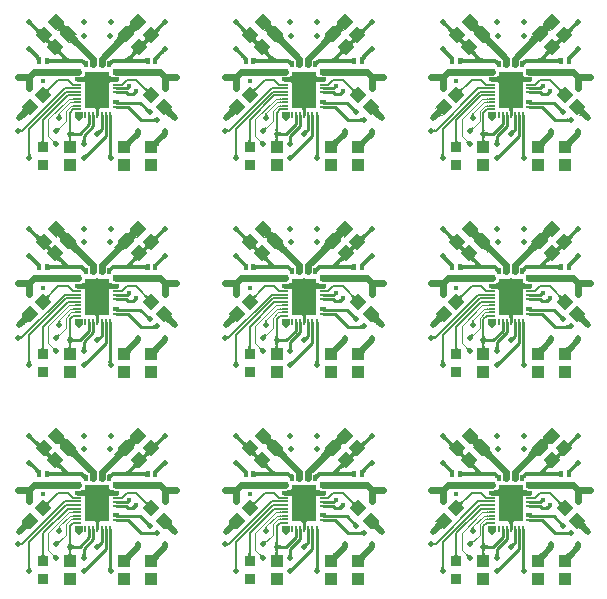
<source format=gtl>
G04*
G04 #@! TF.GenerationSoftware,Altium Limited,Altium Designer,23.9.2 (47)*
G04*
G04 Layer_Physical_Order=1*
G04 Layer_Color=255*
%FSLAX25Y25*%
%MOIN*%
G70*
G04*
G04 #@! TF.SameCoordinates,401DFDD2-2C6D-4DC6-8BE5-0435FED1B9C0*
G04*
G04*
G04 #@! TF.FilePolarity,Positive*
G04*
G01*
G75*
%ADD10R,0.02362X0.01575*%
%ADD11R,0.02362X0.00984*%
%ADD12R,0.00984X0.02362*%
%ADD13R,0.01181X0.02362*%
%ADD14R,0.02362X0.02362*%
%ADD15R,0.00787X0.02362*%
%ADD16R,0.07874X0.12205*%
%ADD17R,0.02362X0.02362*%
%ADD18R,0.02362X0.00787*%
%ADD19R,0.02756X0.02362*%
G04:AMPARAMS|DCode=20|XSize=39.37mil|YSize=41.34mil|CornerRadius=0mil|HoleSize=0mil|Usage=FLASHONLY|Rotation=45.000|XOffset=0mil|YOffset=0mil|HoleType=Round|Shape=Rectangle|*
%AMROTATEDRECTD20*
4,1,4,0.00070,-0.02854,-0.02854,0.00070,-0.00070,0.02854,0.02854,-0.00070,0.00070,-0.02854,0.0*
%
%ADD20ROTATEDRECTD20*%

G04:AMPARAMS|DCode=21|XSize=39.37mil|YSize=41.34mil|CornerRadius=0mil|HoleSize=0mil|Usage=FLASHONLY|Rotation=135.000|XOffset=0mil|YOffset=0mil|HoleType=Round|Shape=Rectangle|*
%AMROTATEDRECTD21*
4,1,4,0.02854,0.00070,-0.00070,-0.02854,-0.02854,-0.00070,0.00070,0.02854,0.02854,0.00070,0.0*
%
%ADD21ROTATEDRECTD21*%

%ADD22R,0.03740X0.03347*%
%ADD23R,0.03937X0.04134*%
%ADD24C,0.00984*%
%ADD25C,0.00787*%
%ADD26C,0.00492*%
%ADD27C,0.02362*%
%ADD28C,0.01968*%
%ADD29C,0.01575*%
%ADD30C,0.01181*%
%ADD31C,0.01968*%
%ADD32C,0.01772*%
G36*
X57988Y91408D02*
X57946Y91266D01*
X57949Y91102D01*
X57995Y90914D01*
X58086Y90705D01*
X58213Y90486D01*
X58234Y90472D01*
X58470Y90341D01*
X58684Y90254D01*
X58876Y90213D01*
X59046Y90216D01*
X59195Y90264D01*
X59322Y90358D01*
X58759Y89795D01*
X59204Y89317D01*
X57534Y87647D01*
X57209Y87957D01*
X57050Y88086D01*
X56415Y87451D01*
X56524Y87593D01*
X56585Y87755D01*
X56600Y87937D01*
X56568Y88139D01*
X56490Y88361D01*
X56372Y88593D01*
X56353Y88604D01*
X56107Y88725D01*
X55880Y88799D01*
X55673Y88826D01*
X55485Y88805D01*
X55317Y88737D01*
X55168Y88621D01*
X55847Y89300D01*
X55713Y89454D01*
X55402Y89778D01*
X57072Y91449D01*
X57395Y91137D01*
X57552Y91005D01*
X58074Y91528D01*
X57988Y91408D01*
D02*
G37*
G36*
X-10910D02*
X-10951Y91266D01*
X-10949Y91102D01*
X-10902Y90914D01*
X-10811Y90705D01*
X-10684Y90486D01*
X-10664Y90472D01*
X-10428Y90341D01*
X-10214Y90254D01*
X-10022Y90213D01*
X-9851Y90216D01*
X-9703Y90264D01*
X-9576Y90358D01*
X-10139Y89795D01*
X-9694Y89317D01*
X-11364Y87647D01*
X-11688Y87957D01*
X-11847Y88086D01*
X-12482Y87451D01*
X-12374Y87593D01*
X-12313Y87755D01*
X-12298Y87937D01*
X-12329Y88139D01*
X-12407Y88361D01*
X-12526Y88593D01*
X-12544Y88604D01*
X-12791Y88725D01*
X-13017Y88799D01*
X-13225Y88826D01*
X-13413Y88805D01*
X-13581Y88737D01*
X-13730Y88621D01*
X-13051Y89300D01*
X-13185Y89454D01*
X-13496Y89778D01*
X-11825Y91449D01*
X-11502Y91137D01*
X-11346Y91005D01*
X-10824Y91528D01*
X-10910Y91408D01*
D02*
G37*
G36*
X-79807D02*
X-79849Y91266D01*
X-79847Y91102D01*
X-79800Y90914D01*
X-79709Y90705D01*
X-79582Y90486D01*
X-79562Y90472D01*
X-79326Y90341D01*
X-79112Y90254D01*
X-78919Y90213D01*
X-78749Y90216D01*
X-78600Y90264D01*
X-78474Y90358D01*
X-79036Y89795D01*
X-78591Y89317D01*
X-80262Y87647D01*
X-80586Y87957D01*
X-80745Y88086D01*
X-81380Y87451D01*
X-81272Y87593D01*
X-81210Y87755D01*
X-81195Y87937D01*
X-81227Y88139D01*
X-81305Y88361D01*
X-81424Y88593D01*
X-81442Y88604D01*
X-81688Y88725D01*
X-81915Y88799D01*
X-82122Y88826D01*
X-82310Y88805D01*
X-82478Y88737D01*
X-82627Y88621D01*
X-81949Y89300D01*
X-82083Y89454D01*
X-82393Y89778D01*
X-80723Y91449D01*
X-80400Y91137D01*
X-80243Y91005D01*
X-79721Y91528D01*
X-79807Y91408D01*
D02*
G37*
G36*
X80244Y91005D02*
X80762Y91487D01*
X82432Y89817D01*
X82122Y89493D01*
X81958Y89291D01*
X82627Y88621D01*
X82478Y88737D01*
X82310Y88805D01*
X82122Y88826D01*
X81915Y88799D01*
X81688Y88725D01*
X81464Y88615D01*
X81353Y88390D01*
X81279Y88164D01*
X81253Y87956D01*
X81274Y87769D01*
X81342Y87600D01*
X81457Y87451D01*
X80782Y88126D01*
X80586Y87957D01*
X80262Y87647D01*
X78591Y89317D01*
X78903Y89640D01*
X79071Y89837D01*
X78551Y90358D01*
X78671Y90272D01*
X78812Y90230D01*
X78977Y90232D01*
X79164Y90279D01*
X79374Y90370D01*
X79586Y90493D01*
X79709Y90705D01*
X79800Y90914D01*
X79847Y91102D01*
X79849Y91266D01*
X79807Y91408D01*
X79721Y91528D01*
X80244Y91005D01*
D02*
G37*
G36*
X11346D02*
X11864Y91487D01*
X13535Y89817D01*
X13224Y89493D01*
X13060Y89291D01*
X13730Y88621D01*
X13581Y88737D01*
X13413Y88805D01*
X13225Y88826D01*
X13017Y88799D01*
X12791Y88725D01*
X12566Y88615D01*
X12456Y88390D01*
X12382Y88164D01*
X12355Y87956D01*
X12376Y87769D01*
X12444Y87600D01*
X12560Y87451D01*
X11885Y88126D01*
X11688Y87957D01*
X11364Y87647D01*
X9694Y89317D01*
X10006Y89640D01*
X10174Y89837D01*
X9653Y90358D01*
X9773Y90272D01*
X9915Y90230D01*
X10080Y90232D01*
X10267Y90279D01*
X10476Y90370D01*
X10688Y90493D01*
X10811Y90705D01*
X10902Y90914D01*
X10949Y91102D01*
X10951Y91266D01*
X10910Y91408D01*
X10824Y91528D01*
X11346Y91005D01*
D02*
G37*
G36*
X-57552D02*
X-57033Y91487D01*
X-55363Y89817D01*
X-55673Y89493D01*
X-55837Y89291D01*
X-55168Y88621D01*
X-55317Y88737D01*
X-55485Y88805D01*
X-55673Y88826D01*
X-55880Y88799D01*
X-56107Y88725D01*
X-56331Y88615D01*
X-56442Y88390D01*
X-56516Y88164D01*
X-56542Y87956D01*
X-56521Y87769D01*
X-56453Y87600D01*
X-56338Y87451D01*
X-57013Y88126D01*
X-57209Y87957D01*
X-57534Y87647D01*
X-59204Y89317D01*
X-58892Y89640D01*
X-58724Y89837D01*
X-59244Y90358D01*
X-59125Y90272D01*
X-58983Y90230D01*
X-58818Y90232D01*
X-58631Y90279D01*
X-58421Y90370D01*
X-58209Y90493D01*
X-58086Y90705D01*
X-57995Y90914D01*
X-57949Y91102D01*
X-57946Y91266D01*
X-57988Y91408D01*
X-58074Y91528D01*
X-57552Y91005D01*
D02*
G37*
G36*
X91526Y90551D02*
X91495Y90547D01*
X91460Y90535D01*
X91418Y90515D01*
X91372Y90487D01*
X91320Y90450D01*
X91200Y90352D01*
X91058Y90221D01*
X90979Y90144D01*
X90144Y90979D01*
X90221Y91058D01*
X90450Y91320D01*
X90487Y91372D01*
X90515Y91418D01*
X90535Y91460D01*
X90547Y91495D01*
X90551Y91526D01*
X91526Y90551D01*
D02*
G37*
G36*
X47248Y91495D02*
X47260Y91460D01*
X47280Y91418D01*
X47309Y91372D01*
X47345Y91320D01*
X47443Y91200D01*
X47574Y91058D01*
X47652Y90979D01*
X46817Y90144D01*
X46738Y90221D01*
X46475Y90450D01*
X46423Y90487D01*
X46377Y90515D01*
X46336Y90535D01*
X46300Y90547D01*
X46270Y90551D01*
X47244Y91526D01*
X47248Y91495D01*
D02*
G37*
G36*
X22628Y90551D02*
X22598Y90547D01*
X22562Y90535D01*
X22521Y90515D01*
X22474Y90487D01*
X22422Y90450D01*
X22302Y90352D01*
X22160Y90221D01*
X22081Y90144D01*
X21246Y90979D01*
X21324Y91058D01*
X21552Y91320D01*
X21589Y91372D01*
X21618Y91418D01*
X21638Y91460D01*
X21650Y91495D01*
X21654Y91526D01*
X22628Y90551D01*
D02*
G37*
G36*
X-21650Y91495D02*
X-21638Y91460D01*
X-21618Y91418D01*
X-21589Y91372D01*
X-21552Y91320D01*
X-21454Y91200D01*
X-21324Y91058D01*
X-21246Y90979D01*
X-22081Y90144D01*
X-22160Y90221D01*
X-22422Y90450D01*
X-22474Y90487D01*
X-22521Y90515D01*
X-22562Y90535D01*
X-22598Y90547D01*
X-22628Y90551D01*
X-21654Y91526D01*
X-21650Y91495D01*
D02*
G37*
G36*
X-46270Y90551D02*
X-46300Y90547D01*
X-46336Y90535D01*
X-46377Y90515D01*
X-46423Y90487D01*
X-46475Y90450D01*
X-46595Y90352D01*
X-46738Y90221D01*
X-46817Y90144D01*
X-47652Y90979D01*
X-47574Y91058D01*
X-47345Y91320D01*
X-47309Y91372D01*
X-47280Y91418D01*
X-47260Y91460D01*
X-47248Y91495D01*
X-47244Y91526D01*
X-46270Y90551D01*
D02*
G37*
G36*
X-90547Y91495D02*
X-90535Y91460D01*
X-90515Y91418D01*
X-90487Y91372D01*
X-90450Y91320D01*
X-90352Y91200D01*
X-90221Y91058D01*
X-90144Y90979D01*
X-90979Y90144D01*
X-91058Y90221D01*
X-91320Y90450D01*
X-91372Y90487D01*
X-91418Y90515D01*
X-91460Y90535D01*
X-91495Y90547D01*
X-91526Y90551D01*
X-90551Y91526D01*
X-90547Y91495D01*
D02*
G37*
G36*
X89644Y88809D02*
X89488Y88644D01*
X89357Y88489D01*
X89251Y88341D01*
X89171Y88202D01*
X89116Y88072D01*
X89086Y87950D01*
X89081Y87837D01*
X89101Y87732D01*
X89147Y87635D01*
X89218Y87548D01*
X87548Y89218D01*
X87635Y89147D01*
X87732Y89101D01*
X87837Y89081D01*
X87950Y89086D01*
X88072Y89116D01*
X88202Y89171D01*
X88341Y89251D01*
X88489Y89357D01*
X88644Y89488D01*
X88809Y89644D01*
X89644Y88809D01*
D02*
G37*
G36*
X20746D02*
X20590Y88644D01*
X20459Y88489D01*
X20354Y88341D01*
X20273Y88202D01*
X20218Y88072D01*
X20188Y87950D01*
X20183Y87837D01*
X20204Y87732D01*
X20249Y87635D01*
X20320Y87548D01*
X18650Y89218D01*
X18738Y89147D01*
X18834Y89101D01*
X18939Y89081D01*
X19052Y89086D01*
X19174Y89116D01*
X19305Y89171D01*
X19443Y89251D01*
X19591Y89357D01*
X19747Y89488D01*
X19911Y89644D01*
X20746Y88809D01*
D02*
G37*
G36*
X-48151D02*
X-48307Y88644D01*
X-48438Y88489D01*
X-48544Y88341D01*
X-48624Y88202D01*
X-48680Y88072D01*
X-48709Y87950D01*
X-48714Y87837D01*
X-48694Y87732D01*
X-48648Y87635D01*
X-48577Y87548D01*
X-50248Y89218D01*
X-50160Y89147D01*
X-50064Y89101D01*
X-49959Y89081D01*
X-49845Y89086D01*
X-49724Y89116D01*
X-49593Y89171D01*
X-49454Y89251D01*
X-49307Y89357D01*
X-49151Y89488D01*
X-48986Y89644D01*
X-48151Y88809D01*
D02*
G37*
G36*
X49151Y89488D02*
X49307Y89357D01*
X49454Y89251D01*
X49593Y89171D01*
X49724Y89116D01*
X49845Y89086D01*
X49959Y89081D01*
X50064Y89101D01*
X50160Y89147D01*
X50248Y89218D01*
X48577Y87548D01*
X48648Y87635D01*
X48694Y87732D01*
X48714Y87837D01*
X48710Y87950D01*
X48680Y88072D01*
X48624Y88202D01*
X48544Y88341D01*
X48438Y88489D01*
X48307Y88644D01*
X48151Y88809D01*
X48986Y89644D01*
X49151Y89488D01*
D02*
G37*
G36*
X-19747D02*
X-19591Y89357D01*
X-19443Y89251D01*
X-19305Y89171D01*
X-19174Y89116D01*
X-19052Y89086D01*
X-18939Y89081D01*
X-18834Y89101D01*
X-18738Y89147D01*
X-18650Y89218D01*
X-20320Y87548D01*
X-20249Y87635D01*
X-20204Y87732D01*
X-20183Y87837D01*
X-20188Y87950D01*
X-20218Y88072D01*
X-20273Y88202D01*
X-20354Y88341D01*
X-20459Y88489D01*
X-20590Y88644D01*
X-20746Y88809D01*
X-19911Y89644D01*
X-19747Y89488D01*
D02*
G37*
G36*
X-88644D02*
X-88489Y89357D01*
X-88341Y89251D01*
X-88202Y89171D01*
X-88072Y89116D01*
X-87950Y89086D01*
X-87837Y89081D01*
X-87732Y89101D01*
X-87635Y89147D01*
X-87548Y89218D01*
X-89218Y87548D01*
X-89147Y87635D01*
X-89101Y87732D01*
X-89081Y87837D01*
X-89086Y87950D01*
X-89116Y88072D01*
X-89171Y88202D01*
X-89251Y88341D01*
X-89357Y88489D01*
X-89488Y88644D01*
X-89644Y88809D01*
X-88809Y89644D01*
X-88644Y89488D01*
D02*
G37*
G36*
X86468Y84798D02*
X86380Y84869D01*
X86284Y84914D01*
X86179Y84935D01*
X86066Y84930D01*
X85944Y84900D01*
X85814Y84845D01*
X85675Y84764D01*
X85527Y84659D01*
X85469Y84610D01*
X85420Y84552D01*
X85314Y84404D01*
X85234Y84265D01*
X85179Y84135D01*
X85149Y84013D01*
X85144Y83900D01*
X85164Y83795D01*
X85210Y83698D01*
X85281Y83611D01*
X83611Y85281D01*
X83698Y85210D01*
X83795Y85164D01*
X83900Y85144D01*
X84013Y85149D01*
X84135Y85179D01*
X84265Y85234D01*
X84404Y85314D01*
X84552Y85420D01*
X84610Y85469D01*
X84659Y85527D01*
X84764Y85675D01*
X84845Y85814D01*
X84900Y85944D01*
X84930Y86066D01*
X84935Y86179D01*
X84914Y86284D01*
X84869Y86380D01*
X84798Y86468D01*
X86468Y84798D01*
D02*
G37*
G36*
X17570D02*
X17483Y84869D01*
X17386Y84914D01*
X17281Y84935D01*
X17168Y84930D01*
X17046Y84900D01*
X16916Y84845D01*
X16777Y84764D01*
X16630Y84659D01*
X16571Y84610D01*
X16522Y84552D01*
X16417Y84404D01*
X16336Y84265D01*
X16281Y84135D01*
X16251Y84013D01*
X16246Y83900D01*
X16267Y83795D01*
X16312Y83698D01*
X16383Y83611D01*
X14713Y85281D01*
X14801Y85210D01*
X14897Y85164D01*
X15002Y85144D01*
X15115Y85149D01*
X15237Y85179D01*
X15368Y85234D01*
X15506Y85314D01*
X15654Y85420D01*
X15712Y85469D01*
X15761Y85527D01*
X15867Y85675D01*
X15947Y85814D01*
X16002Y85944D01*
X16032Y86066D01*
X16037Y86179D01*
X16017Y86284D01*
X15971Y86380D01*
X15900Y86468D01*
X17570Y84798D01*
D02*
G37*
G36*
X-51327D02*
X-51415Y84869D01*
X-51511Y84914D01*
X-51616Y84935D01*
X-51729Y84930D01*
X-51851Y84900D01*
X-51982Y84845D01*
X-52121Y84764D01*
X-52268Y84659D01*
X-52326Y84610D01*
X-52375Y84552D01*
X-52481Y84404D01*
X-52561Y84265D01*
X-52617Y84135D01*
X-52646Y84013D01*
X-52651Y83900D01*
X-52631Y83795D01*
X-52585Y83698D01*
X-52514Y83611D01*
X-54185Y85281D01*
X-54097Y85210D01*
X-54001Y85164D01*
X-53896Y85144D01*
X-53782Y85149D01*
X-53661Y85179D01*
X-53530Y85234D01*
X-53391Y85314D01*
X-53244Y85420D01*
X-53185Y85469D01*
X-53137Y85527D01*
X-53031Y85675D01*
X-52951Y85814D01*
X-52895Y85944D01*
X-52865Y86066D01*
X-52860Y86179D01*
X-52881Y86284D01*
X-52927Y86380D01*
X-52997Y86468D01*
X-51327Y84798D01*
D02*
G37*
G36*
X78690Y84684D02*
X78541Y84800D01*
X78373Y84868D01*
X78185Y84889D01*
X77978Y84862D01*
X77751Y84788D01*
X77505Y84667D01*
X77239Y84499D01*
X76954Y84283D01*
X76649Y84020D01*
X76325Y83710D01*
X74654Y85380D01*
X74966Y85703D01*
X75458Y86280D01*
X75637Y86535D01*
X75772Y86768D01*
X75863Y86977D01*
X75910Y87165D01*
X75912Y87329D01*
X75870Y87471D01*
X75784Y87591D01*
X78690Y84684D01*
D02*
G37*
G36*
X9793D02*
X9644Y84800D01*
X9476Y84868D01*
X9288Y84889D01*
X9081Y84862D01*
X8854Y84788D01*
X8607Y84667D01*
X8342Y84499D01*
X8056Y84283D01*
X7751Y84020D01*
X7427Y83710D01*
X5757Y85380D01*
X6069Y85703D01*
X6560Y86280D01*
X6739Y86535D01*
X6874Y86768D01*
X6965Y86977D01*
X7012Y87165D01*
X7014Y87329D01*
X6973Y87471D01*
X6887Y87591D01*
X9793Y84684D01*
D02*
G37*
G36*
X-59105D02*
X-59254Y84800D01*
X-59422Y84868D01*
X-59610Y84889D01*
X-59817Y84862D01*
X-60044Y84788D01*
X-60290Y84667D01*
X-60556Y84499D01*
X-60841Y84283D01*
X-61146Y84020D01*
X-61471Y83710D01*
X-63141Y85380D01*
X-62829Y85703D01*
X-62338Y86280D01*
X-62158Y86535D01*
X-62023Y86768D01*
X-61932Y86977D01*
X-61886Y87165D01*
X-61883Y87329D01*
X-61925Y87471D01*
X-62011Y87591D01*
X-59105Y84684D01*
D02*
G37*
G36*
X61995Y87464D02*
X61947Y87315D01*
X61944Y87145D01*
X61985Y86953D01*
X62072Y86739D01*
X62203Y86503D01*
X62380Y86245D01*
X62602Y85966D01*
X62868Y85664D01*
X63180Y85341D01*
X61509Y83671D01*
X61185Y83982D01*
X60598Y84464D01*
X60335Y84635D01*
X60092Y84759D01*
X59870Y84838D01*
X59668Y84869D01*
X59486Y84854D01*
X59324Y84793D01*
X59182Y84684D01*
X62089Y87591D01*
X61995Y87464D01*
D02*
G37*
G36*
X-6903D02*
X-6951Y87315D01*
X-6954Y87145D01*
X-6913Y86953D01*
X-6826Y86739D01*
X-6694Y86503D01*
X-6518Y86245D01*
X-6296Y85966D01*
X-6030Y85664D01*
X-5718Y85341D01*
X-7388Y83671D01*
X-7712Y83982D01*
X-8299Y84464D01*
X-8562Y84635D01*
X-8805Y84759D01*
X-9028Y84838D01*
X-9230Y84869D01*
X-9412Y84854D01*
X-9574Y84793D01*
X-9715Y84684D01*
X-6809Y87591D01*
X-6903Y87464D01*
D02*
G37*
G36*
X-75800D02*
X-75849Y87315D01*
X-75852Y87145D01*
X-75810Y86953D01*
X-75724Y86739D01*
X-75592Y86503D01*
X-75415Y86245D01*
X-75194Y85966D01*
X-74927Y85664D01*
X-74616Y85341D01*
X-76286Y83671D01*
X-76610Y83982D01*
X-77197Y84464D01*
X-77460Y84635D01*
X-77703Y84759D01*
X-77925Y84838D01*
X-78128Y84869D01*
X-78310Y84854D01*
X-78471Y84793D01*
X-78613Y84684D01*
X-75707Y87591D01*
X-75800Y87464D01*
D02*
G37*
G36*
X52927Y86380D02*
X52881Y86284D01*
X52860Y86179D01*
X52865Y86066D01*
X52895Y85944D01*
X52951Y85814D01*
X53031Y85675D01*
X53137Y85527D01*
X53185Y85469D01*
X53244Y85420D01*
X53391Y85314D01*
X53530Y85234D01*
X53661Y85179D01*
X53782Y85149D01*
X53896Y85144D01*
X54001Y85164D01*
X54097Y85210D01*
X54185Y85281D01*
X52514Y83611D01*
X52585Y83698D01*
X52631Y83795D01*
X52651Y83900D01*
X52647Y84013D01*
X52617Y84135D01*
X52561Y84265D01*
X52481Y84404D01*
X52375Y84552D01*
X52326Y84610D01*
X52268Y84659D01*
X52121Y84764D01*
X51982Y84845D01*
X51851Y84900D01*
X51730Y84930D01*
X51616Y84935D01*
X51511Y84914D01*
X51415Y84869D01*
X51327Y84798D01*
X52998Y86468D01*
X52927Y86380D01*
D02*
G37*
G36*
X-15971D02*
X-16017Y86284D01*
X-16037Y86179D01*
X-16032Y86066D01*
X-16002Y85944D01*
X-15947Y85814D01*
X-15867Y85675D01*
X-15761Y85527D01*
X-15712Y85469D01*
X-15654Y85420D01*
X-15506Y85314D01*
X-15368Y85234D01*
X-15237Y85179D01*
X-15115Y85149D01*
X-15002Y85144D01*
X-14897Y85164D01*
X-14801Y85210D01*
X-14713Y85281D01*
X-16383Y83611D01*
X-16312Y83698D01*
X-16267Y83795D01*
X-16246Y83900D01*
X-16251Y84013D01*
X-16281Y84135D01*
X-16336Y84265D01*
X-16417Y84404D01*
X-16522Y84552D01*
X-16571Y84610D01*
X-16630Y84659D01*
X-16777Y84764D01*
X-16916Y84845D01*
X-17046Y84900D01*
X-17168Y84930D01*
X-17281Y84935D01*
X-17386Y84914D01*
X-17483Y84869D01*
X-17570Y84798D01*
X-15900Y86468D01*
X-15971Y86380D01*
D02*
G37*
G36*
X-84869D02*
X-84914Y86284D01*
X-84935Y86179D01*
X-84930Y86066D01*
X-84900Y85944D01*
X-84845Y85814D01*
X-84764Y85675D01*
X-84659Y85527D01*
X-84610Y85469D01*
X-84552Y85420D01*
X-84404Y85314D01*
X-84265Y85234D01*
X-84135Y85179D01*
X-84013Y85149D01*
X-83900Y85144D01*
X-83795Y85164D01*
X-83698Y85210D01*
X-83611Y85281D01*
X-85281Y83611D01*
X-85210Y83698D01*
X-85164Y83795D01*
X-85144Y83900D01*
X-85149Y84013D01*
X-85179Y84135D01*
X-85234Y84265D01*
X-85314Y84404D01*
X-85420Y84552D01*
X-85469Y84610D01*
X-85527Y84659D01*
X-85675Y84764D01*
X-85814Y84845D01*
X-85944Y84900D01*
X-86066Y84930D01*
X-86179Y84935D01*
X-86284Y84914D01*
X-86380Y84869D01*
X-86468Y84798D01*
X-84798Y86468D01*
X-84869Y86380D01*
D02*
G37*
G36*
X91456Y81499D02*
X91423Y81498D01*
X91385Y81487D01*
X91342Y81469D01*
X91293Y81442D01*
X91240Y81407D01*
X91181Y81363D01*
X91049Y81250D01*
X90896Y81104D01*
X90135Y82013D01*
X90213Y82093D01*
X90483Y82400D01*
X90512Y82444D01*
X90534Y82482D01*
X90548Y82514D01*
X90553Y82540D01*
X91456Y81499D01*
D02*
G37*
G36*
X47248Y82514D02*
X47261Y82482D01*
X47283Y82444D01*
X47313Y82400D01*
X47350Y82351D01*
X47450Y82233D01*
X47660Y82013D01*
X46900Y81104D01*
X46821Y81181D01*
X46614Y81363D01*
X46556Y81407D01*
X46502Y81442D01*
X46454Y81469D01*
X46411Y81487D01*
X46372Y81498D01*
X46339Y81499D01*
X47242Y82540D01*
X47248Y82514D01*
D02*
G37*
G36*
X22558Y81499D02*
X22525Y81498D01*
X22487Y81487D01*
X22444Y81469D01*
X22396Y81442D01*
X22342Y81407D01*
X22284Y81363D01*
X22151Y81250D01*
X21998Y81104D01*
X21237Y82013D01*
X21315Y82093D01*
X21585Y82400D01*
X21615Y82444D01*
X21636Y82482D01*
X21650Y82514D01*
X21655Y82540D01*
X22558Y81499D01*
D02*
G37*
G36*
X-21650Y82514D02*
X-21636Y82482D01*
X-21615Y82444D01*
X-21585Y82400D01*
X-21547Y82351D01*
X-21448Y82233D01*
X-21237Y82013D01*
X-21998Y81104D01*
X-22077Y81181D01*
X-22284Y81363D01*
X-22342Y81407D01*
X-22396Y81442D01*
X-22444Y81469D01*
X-22487Y81487D01*
X-22525Y81498D01*
X-22558Y81499D01*
X-21655Y82540D01*
X-21650Y82514D01*
D02*
G37*
G36*
X-46339Y81499D02*
X-46372Y81498D01*
X-46411Y81487D01*
X-46454Y81469D01*
X-46502Y81442D01*
X-46556Y81407D01*
X-46614Y81363D01*
X-46747Y81250D01*
X-46900Y81104D01*
X-47660Y82013D01*
X-47582Y82093D01*
X-47313Y82400D01*
X-47283Y82444D01*
X-47261Y82482D01*
X-47248Y82514D01*
X-47242Y82540D01*
X-46339Y81499D01*
D02*
G37*
G36*
X-90548Y82514D02*
X-90534Y82482D01*
X-90512Y82444D01*
X-90483Y82400D01*
X-90445Y82351D01*
X-90345Y82233D01*
X-90135Y82013D01*
X-90896Y81104D01*
X-90975Y81181D01*
X-91181Y81363D01*
X-91240Y81407D01*
X-91293Y81442D01*
X-91342Y81469D01*
X-91385Y81487D01*
X-91423Y81498D01*
X-91456Y81499D01*
X-90553Y82540D01*
X-90548Y82514D01*
D02*
G37*
G36*
X82531Y80861D02*
X82443Y80932D01*
X82347Y80977D01*
X82242Y80998D01*
X82129Y80993D01*
X82007Y80963D01*
X81877Y80908D01*
X81738Y80827D01*
X81590Y80722D01*
X81434Y80591D01*
X81270Y80435D01*
X80435Y81270D01*
X80591Y81434D01*
X80722Y81590D01*
X80827Y81738D01*
X80908Y81877D01*
X80963Y82007D01*
X80993Y82129D01*
X80998Y82242D01*
X80977Y82347D01*
X80932Y82443D01*
X80861Y82531D01*
X82531Y80861D01*
D02*
G37*
G36*
X13633D02*
X13546Y80932D01*
X13449Y80977D01*
X13344Y80998D01*
X13231Y80993D01*
X13109Y80963D01*
X12979Y80908D01*
X12840Y80827D01*
X12693Y80722D01*
X12537Y80591D01*
X12372Y80435D01*
X11537Y81270D01*
X11693Y81434D01*
X11824Y81590D01*
X11930Y81738D01*
X12010Y81877D01*
X12065Y82007D01*
X12095Y82129D01*
X12100Y82242D01*
X12080Y82347D01*
X12034Y82443D01*
X11963Y82531D01*
X13633Y80861D01*
D02*
G37*
G36*
X-55264D02*
X-55352Y80932D01*
X-55448Y80977D01*
X-55553Y80998D01*
X-55666Y80993D01*
X-55788Y80963D01*
X-55919Y80908D01*
X-56058Y80827D01*
X-56205Y80722D01*
X-56361Y80591D01*
X-56525Y80435D01*
X-57361Y81270D01*
X-57205Y81434D01*
X-57074Y81590D01*
X-56968Y81738D01*
X-56888Y81877D01*
X-56832Y82007D01*
X-56802Y82129D01*
X-56797Y82242D01*
X-56818Y82347D01*
X-56864Y82443D01*
X-56934Y82531D01*
X-55264Y80861D01*
D02*
G37*
G36*
X56864Y82443D02*
X56818Y82347D01*
X56797Y82242D01*
X56802Y82129D01*
X56832Y82007D01*
X56888Y81877D01*
X56968Y81738D01*
X57074Y81590D01*
X57205Y81434D01*
X57361Y81270D01*
X56525Y80435D01*
X56361Y80591D01*
X56205Y80722D01*
X56058Y80827D01*
X55919Y80908D01*
X55788Y80963D01*
X55667Y80993D01*
X55553Y80998D01*
X55448Y80977D01*
X55352Y80932D01*
X55264Y80861D01*
X56935Y82531D01*
X56864Y82443D01*
D02*
G37*
G36*
X-12034D02*
X-12080Y82347D01*
X-12100Y82242D01*
X-12095Y82129D01*
X-12065Y82007D01*
X-12010Y81877D01*
X-11930Y81738D01*
X-11824Y81590D01*
X-11693Y81434D01*
X-11537Y81270D01*
X-12372Y80435D01*
X-12537Y80591D01*
X-12693Y80722D01*
X-12840Y80827D01*
X-12979Y80908D01*
X-13109Y80963D01*
X-13231Y80993D01*
X-13344Y80998D01*
X-13449Y80977D01*
X-13546Y80932D01*
X-13633Y80861D01*
X-11963Y82531D01*
X-12034Y82443D01*
D02*
G37*
G36*
X-80932D02*
X-80977Y82347D01*
X-80998Y82242D01*
X-80993Y82129D01*
X-80963Y82007D01*
X-80908Y81877D01*
X-80827Y81738D01*
X-80722Y81590D01*
X-80591Y81434D01*
X-80435Y81270D01*
X-81270Y80435D01*
X-81434Y80591D01*
X-81590Y80722D01*
X-81738Y80827D01*
X-81877Y80908D01*
X-82007Y80963D01*
X-82129Y80993D01*
X-82242Y80998D01*
X-82347Y80977D01*
X-82443Y80932D01*
X-82531Y80861D01*
X-80861Y82531D01*
X-80932Y82443D01*
D02*
G37*
G36*
X74150Y78039D02*
X73960Y77844D01*
X73651Y77490D01*
X73531Y77332D01*
X73435Y77185D01*
X73362Y77051D01*
X73312Y76929D01*
X73286Y76820D01*
X73282Y76722D01*
X73303Y76637D01*
X72503Y78618D01*
X72543Y78552D01*
X72598Y78513D01*
X72669Y78500D01*
X72755Y78514D01*
X72857Y78555D01*
X72974Y78622D01*
X73107Y78716D01*
X73255Y78837D01*
X73598Y79158D01*
X74150Y78039D01*
D02*
G37*
G36*
X5252D02*
X5063Y77844D01*
X4753Y77490D01*
X4634Y77332D01*
X4537Y77185D01*
X4464Y77051D01*
X4414Y76929D01*
X4388Y76820D01*
X4385Y76722D01*
X4405Y76637D01*
X3606Y78618D01*
X3645Y78552D01*
X3701Y78513D01*
X3771Y78500D01*
X3858Y78514D01*
X3959Y78555D01*
X4076Y78622D01*
X4209Y78716D01*
X4358Y78837D01*
X4701Y79158D01*
X5252Y78039D01*
D02*
G37*
G36*
X-63645D02*
X-63835Y77844D01*
X-64144Y77490D01*
X-64264Y77332D01*
X-64360Y77185D01*
X-64433Y77051D01*
X-64483Y76929D01*
X-64510Y76820D01*
X-64513Y76722D01*
X-64492Y76637D01*
X-65292Y78618D01*
X-65252Y78552D01*
X-65197Y78513D01*
X-65126Y78500D01*
X-65040Y78514D01*
X-64938Y78555D01*
X-64821Y78622D01*
X-64688Y78716D01*
X-64540Y78837D01*
X-64197Y79158D01*
X-63645Y78039D01*
D02*
G37*
G36*
X89701Y79909D02*
X89480Y79680D01*
X89129Y79263D01*
X88998Y79075D01*
X88898Y78901D01*
X88829Y78741D01*
X88790Y78594D01*
X88781Y78462D01*
X88802Y78344D01*
X88854Y78239D01*
X87709Y79909D01*
X87778Y79918D01*
X87858Y79943D01*
X87948Y79984D01*
X88048Y80043D01*
X88159Y80118D01*
X88280Y80210D01*
X88552Y80444D01*
X88866Y80744D01*
X89701Y79909D01*
D02*
G37*
G36*
X49091Y80586D02*
X49636Y80118D01*
X49747Y80043D01*
X49847Y79984D01*
X49937Y79943D01*
X50017Y79918D01*
X50086Y79909D01*
X48929Y78239D01*
X48983Y78344D01*
X49005Y78464D01*
X48998Y78597D01*
X48960Y78743D01*
X48891Y78903D01*
X48793Y79077D01*
X48664Y79265D01*
X48504Y79466D01*
X48314Y79681D01*
X48094Y79909D01*
X48929Y80744D01*
X49091Y80586D01*
D02*
G37*
G36*
X20804Y79909D02*
X20582Y79680D01*
X20231Y79263D01*
X20101Y79075D01*
X20001Y78901D01*
X19931Y78741D01*
X19892Y78594D01*
X19883Y78462D01*
X19905Y78344D01*
X19956Y78239D01*
X18811Y79909D01*
X18881Y79918D01*
X18960Y79943D01*
X19051Y79984D01*
X19151Y80043D01*
X19262Y80118D01*
X19382Y80210D01*
X19655Y80444D01*
X19968Y80744D01*
X20804Y79909D01*
D02*
G37*
G36*
X-19806Y80586D02*
X-19261Y80118D01*
X-19151Y80043D01*
X-19051Y79984D01*
X-18960Y79943D01*
X-18881Y79918D01*
X-18811Y79909D01*
X-19968Y78239D01*
X-19915Y78344D01*
X-19892Y78464D01*
X-19900Y78597D01*
X-19938Y78743D01*
X-20006Y78903D01*
X-20105Y79077D01*
X-20234Y79265D01*
X-20393Y79466D01*
X-20583Y79681D01*
X-20804Y79909D01*
X-19968Y80744D01*
X-19806Y80586D01*
D02*
G37*
G36*
X-48094Y79909D02*
X-48315Y79680D01*
X-48667Y79263D01*
X-48797Y79075D01*
X-48897Y78901D01*
X-48967Y78741D01*
X-49006Y78594D01*
X-49015Y78462D01*
X-48993Y78344D01*
X-48941Y78239D01*
X-50086Y79909D01*
X-50017Y79918D01*
X-49937Y79943D01*
X-49847Y79984D01*
X-49747Y80043D01*
X-49636Y80118D01*
X-49515Y80210D01*
X-49243Y80444D01*
X-48929Y80744D01*
X-48094Y79909D01*
D02*
G37*
G36*
X-88704Y80586D02*
X-88159Y80118D01*
X-88048Y80043D01*
X-87948Y79984D01*
X-87858Y79943D01*
X-87778Y79918D01*
X-87709Y79909D01*
X-88866Y78239D01*
X-88813Y78344D01*
X-88790Y78464D01*
X-88798Y78597D01*
X-88836Y78743D01*
X-88904Y78903D01*
X-89003Y79077D01*
X-89132Y79265D01*
X-89291Y79466D01*
X-89481Y79681D01*
X-89701Y79909D01*
X-88866Y80744D01*
X-88704Y80586D01*
D02*
G37*
G36*
X80854Y80007D02*
X80748Y79865D01*
X80681Y79740D01*
X80655Y79631D01*
X80670Y79540D01*
X80725Y79464D01*
X80820Y79406D01*
X80955Y79364D01*
X81131Y79339D01*
X81347Y79331D01*
X78740Y78150D01*
X77315Y79331D01*
X77547Y79339D01*
X77773Y79364D01*
X77992Y79406D01*
X78204Y79464D01*
X78409Y79540D01*
X78607Y79631D01*
X78799Y79740D01*
X78983Y79865D01*
X79160Y80007D01*
X79331Y80166D01*
X81001D01*
X80854Y80007D01*
D02*
G37*
G36*
X58635D02*
X58812Y79865D01*
X58997Y79740D01*
X59188Y79631D01*
X59386Y79540D01*
X59591Y79464D01*
X59803Y79406D01*
X60022Y79364D01*
X60248Y79339D01*
X60481Y79331D01*
X59055Y78150D01*
X56448Y79331D01*
X56664Y79339D01*
X56840Y79364D01*
X56976Y79406D01*
X57071Y79464D01*
X57125Y79540D01*
X57140Y79631D01*
X57114Y79740D01*
X57048Y79865D01*
X56941Y80007D01*
X56794Y80166D01*
X58465D01*
X58635Y80007D01*
D02*
G37*
G36*
X11957D02*
X11850Y79865D01*
X11784Y79740D01*
X11758Y79631D01*
X11772Y79540D01*
X11827Y79464D01*
X11922Y79406D01*
X12058Y79364D01*
X12233Y79339D01*
X12449Y79331D01*
X9843Y78150D01*
X8417Y79331D01*
X8650Y79339D01*
X8875Y79364D01*
X9094Y79406D01*
X9306Y79464D01*
X9511Y79540D01*
X9710Y79631D01*
X9901Y79740D01*
X10085Y79865D01*
X10263Y80007D01*
X10433Y80166D01*
X12103D01*
X11957Y80007D01*
D02*
G37*
G36*
X-10263D02*
X-10085Y79865D01*
X-9901Y79740D01*
X-9710Y79631D01*
X-9511Y79540D01*
X-9306Y79464D01*
X-9094Y79406D01*
X-8875Y79364D01*
X-8650Y79339D01*
X-8417Y79331D01*
X-9843Y78150D01*
X-12449Y79331D01*
X-12233Y79339D01*
X-12058Y79364D01*
X-11922Y79406D01*
X-11827Y79464D01*
X-11772Y79540D01*
X-11758Y79631D01*
X-11784Y79740D01*
X-11850Y79865D01*
X-11957Y80007D01*
X-12103Y80166D01*
X-10433D01*
X-10263Y80007D01*
D02*
G37*
G36*
X-56941D02*
X-57048Y79865D01*
X-57114Y79740D01*
X-57140Y79631D01*
X-57125Y79540D01*
X-57071Y79464D01*
X-56976Y79406D01*
X-56840Y79364D01*
X-56664Y79339D01*
X-56448Y79331D01*
X-59055Y78150D01*
X-60481Y79331D01*
X-60248Y79339D01*
X-60022Y79364D01*
X-59803Y79406D01*
X-59591Y79464D01*
X-59386Y79540D01*
X-59188Y79631D01*
X-58997Y79740D01*
X-58812Y79865D01*
X-58635Y80007D01*
X-58465Y80166D01*
X-56794D01*
X-56941Y80007D01*
D02*
G37*
G36*
X-79160D02*
X-78983Y79865D01*
X-78799Y79740D01*
X-78607Y79631D01*
X-78409Y79540D01*
X-78204Y79464D01*
X-77992Y79406D01*
X-77773Y79364D01*
X-77547Y79339D01*
X-77314Y79331D01*
X-78740Y78150D01*
X-81347Y79331D01*
X-81131Y79339D01*
X-80955Y79364D01*
X-80820Y79406D01*
X-80725Y79464D01*
X-80670Y79540D01*
X-80655Y79631D01*
X-80681Y79740D01*
X-80748Y79865D01*
X-80854Y80007D01*
X-81001Y80166D01*
X-79331D01*
X-79160Y80007D01*
D02*
G37*
G36*
X85150Y77571D02*
X85138Y77681D01*
X85103Y77779D01*
X85044Y77866D01*
X84961Y77941D01*
X84855Y78005D01*
X84725Y78057D01*
X84571Y78098D01*
X84394Y78127D01*
X84193Y78144D01*
X83969Y78150D01*
Y79331D01*
X84193Y79337D01*
X84394Y79354D01*
X84571Y79383D01*
X84725Y79423D01*
X84855Y79475D01*
X84961Y79539D01*
X85044Y79614D01*
X85103Y79701D01*
X85138Y79799D01*
X85150Y79909D01*
Y77571D01*
D02*
G37*
G36*
X52657Y79799D02*
X52693Y79701D01*
X52752Y79614D01*
X52834Y79539D01*
X52941Y79475D01*
X53071Y79423D01*
X53224Y79383D01*
X53401Y79354D01*
X53602Y79337D01*
X53827Y79331D01*
Y78150D01*
X53602Y78144D01*
X53401Y78127D01*
X53224Y78098D01*
X53071Y78057D01*
X52941Y78005D01*
X52834Y77941D01*
X52752Y77866D01*
X52693Y77779D01*
X52657Y77681D01*
X52645Y77571D01*
Y79909D01*
X52657Y79799D01*
D02*
G37*
G36*
X16252Y77571D02*
X16240Y77681D01*
X16205Y77779D01*
X16146Y77866D01*
X16063Y77941D01*
X15957Y78005D01*
X15827Y78057D01*
X15673Y78098D01*
X15496Y78127D01*
X15295Y78144D01*
X15071Y78150D01*
Y79331D01*
X15295Y79337D01*
X15496Y79354D01*
X15673Y79383D01*
X15827Y79423D01*
X15957Y79475D01*
X16063Y79539D01*
X16146Y79614D01*
X16205Y79701D01*
X16240Y79799D01*
X16252Y79909D01*
Y77571D01*
D02*
G37*
G36*
X-16240Y79799D02*
X-16205Y79701D01*
X-16146Y79614D01*
X-16063Y79539D01*
X-15957Y79475D01*
X-15827Y79423D01*
X-15673Y79383D01*
X-15496Y79354D01*
X-15295Y79337D01*
X-15071Y79331D01*
Y78150D01*
X-15295Y78144D01*
X-15496Y78127D01*
X-15673Y78098D01*
X-15827Y78057D01*
X-15957Y78005D01*
X-16063Y77941D01*
X-16146Y77866D01*
X-16205Y77779D01*
X-16240Y77681D01*
X-16252Y77571D01*
Y79909D01*
X-16240Y79799D01*
D02*
G37*
G36*
X-52645Y77571D02*
X-52657Y77681D01*
X-52693Y77779D01*
X-52752Y77866D01*
X-52834Y77941D01*
X-52941Y78005D01*
X-53071Y78057D01*
X-53224Y78098D01*
X-53401Y78127D01*
X-53602Y78144D01*
X-53827Y78150D01*
Y79331D01*
X-53602Y79337D01*
X-53401Y79354D01*
X-53224Y79383D01*
X-53071Y79423D01*
X-52941Y79475D01*
X-52834Y79539D01*
X-52752Y79614D01*
X-52693Y79701D01*
X-52657Y79799D01*
X-52645Y79909D01*
Y77571D01*
D02*
G37*
G36*
X-85138Y79799D02*
X-85103Y79701D01*
X-85044Y79614D01*
X-84961Y79539D01*
X-84855Y79475D01*
X-84725Y79423D01*
X-84571Y79383D01*
X-84394Y79354D01*
X-84193Y79337D01*
X-83969Y79331D01*
Y78150D01*
X-84193Y78144D01*
X-84394Y78127D01*
X-84571Y78098D01*
X-84725Y78057D01*
X-84855Y78005D01*
X-84961Y77941D01*
X-85044Y77866D01*
X-85103Y77779D01*
X-85138Y77681D01*
X-85150Y77571D01*
Y79909D01*
X-85138Y79799D01*
D02*
G37*
G36*
X64376Y78984D02*
X64688Y78716D01*
X64821Y78622D01*
X64938Y78555D01*
X65040Y78514D01*
X65126Y78500D01*
X65197Y78513D01*
X65252Y78552D01*
X65292Y78618D01*
X64492Y76637D01*
X64513Y76722D01*
X64510Y76820D01*
X64483Y76929D01*
X64434Y77051D01*
X64360Y77185D01*
X64264Y77332D01*
X64144Y77490D01*
X63835Y77844D01*
X63645Y78039D01*
X64197Y79158D01*
X64376Y78984D01*
D02*
G37*
G36*
X-4521D02*
X-4209Y78716D01*
X-4076Y78622D01*
X-3959Y78555D01*
X-3858Y78514D01*
X-3771Y78500D01*
X-3701Y78513D01*
X-3645Y78552D01*
X-3606Y78618D01*
X-4405Y76637D01*
X-4385Y76722D01*
X-4388Y76820D01*
X-4414Y76929D01*
X-4464Y77051D01*
X-4537Y77185D01*
X-4634Y77332D01*
X-4753Y77490D01*
X-5063Y77844D01*
X-5252Y78039D01*
X-4701Y79158D01*
X-4521Y78984D01*
D02*
G37*
G36*
X-73419D02*
X-73107Y78716D01*
X-72974Y78622D01*
X-72857Y78555D01*
X-72755Y78514D01*
X-72669Y78500D01*
X-72598Y78513D01*
X-72543Y78552D01*
X-72503Y78618D01*
X-73303Y76637D01*
X-73282Y76722D01*
X-73286Y76820D01*
X-73312Y76929D01*
X-73362Y77051D01*
X-73435Y77185D01*
X-73531Y77332D01*
X-73651Y77490D01*
X-73960Y77844D01*
X-74150Y78039D01*
X-73598Y79158D01*
X-73419Y78984D01*
D02*
G37*
G36*
X72838Y73965D02*
X72886Y73831D01*
X72964Y73713D01*
X73075Y73610D01*
X73216Y73524D01*
X73390Y73453D01*
X73594Y73398D01*
X73830Y73358D01*
X74098Y73335D01*
X74397Y73327D01*
Y71752D01*
X74098Y71744D01*
X73830Y71720D01*
X73594Y71681D01*
X73390Y71626D01*
X73216Y71555D01*
X73075Y71469D01*
X72964Y71366D01*
X72886Y71248D01*
X72838Y71114D01*
X72823Y70965D01*
Y74114D01*
X72838Y73965D01*
D02*
G37*
G36*
X64985Y70965D02*
X64969Y71114D01*
X64921Y71248D01*
X64842Y71366D01*
X64731Y71469D01*
X64588Y71555D01*
X64413Y71626D01*
X64207Y71681D01*
X63969Y71720D01*
X63699Y71744D01*
X63398Y71752D01*
Y73327D01*
X63699Y73335D01*
X63969Y73358D01*
X64207Y73398D01*
X64413Y73453D01*
X64588Y73524D01*
X64731Y73610D01*
X64842Y73713D01*
X64921Y73831D01*
X64969Y73965D01*
X64985Y74114D01*
Y70965D01*
D02*
G37*
G36*
X3941Y73965D02*
X3988Y73831D01*
X4067Y73713D01*
X4177Y73610D01*
X4319Y73524D01*
X4492Y73453D01*
X4697Y73398D01*
X4933Y73358D01*
X5201Y73335D01*
X5500Y73327D01*
Y71752D01*
X5201Y71744D01*
X4933Y71720D01*
X4697Y71681D01*
X4492Y71626D01*
X4319Y71555D01*
X4177Y71469D01*
X4067Y71366D01*
X3988Y71248D01*
X3941Y71114D01*
X3925Y70965D01*
Y74114D01*
X3941Y73965D01*
D02*
G37*
G36*
X-3913Y70965D02*
X-3929Y71114D01*
X-3977Y71248D01*
X-4056Y71366D01*
X-4167Y71469D01*
X-4310Y71555D01*
X-4484Y71626D01*
X-4690Y71681D01*
X-4928Y71720D01*
X-5198Y71744D01*
X-5500Y71752D01*
Y73327D01*
X-5198Y73335D01*
X-4928Y73358D01*
X-4690Y73398D01*
X-4484Y73453D01*
X-4310Y73524D01*
X-4167Y73610D01*
X-4056Y73713D01*
X-3977Y73831D01*
X-3929Y73965D01*
X-3913Y74114D01*
Y70965D01*
D02*
G37*
G36*
X-64957Y73965D02*
X-64910Y73831D01*
X-64831Y73713D01*
X-64721Y73610D01*
X-64579Y73524D01*
X-64406Y73453D01*
X-64201Y73398D01*
X-63965Y73358D01*
X-63697Y73335D01*
X-63398Y73327D01*
Y71752D01*
X-63697Y71744D01*
X-63965Y71720D01*
X-64201Y71681D01*
X-64406Y71626D01*
X-64579Y71555D01*
X-64721Y71469D01*
X-64831Y71366D01*
X-64910Y71248D01*
X-64957Y71114D01*
X-64973Y70965D01*
Y74114D01*
X-64957Y73965D01*
D02*
G37*
G36*
X-72811Y70965D02*
X-72826Y71114D01*
X-72874Y71248D01*
X-72953Y71366D01*
X-73065Y71469D01*
X-73207Y71555D01*
X-73382Y71626D01*
X-73588Y71681D01*
X-73826Y71720D01*
X-74096Y71744D01*
X-74397Y71752D01*
Y73327D01*
X-74096Y73335D01*
X-73826Y73358D01*
X-73588Y73398D01*
X-73382Y73453D01*
X-73207Y73524D01*
X-73065Y73610D01*
X-72953Y73713D01*
X-72874Y73831D01*
X-72826Y73965D01*
X-72811Y74114D01*
Y70965D01*
D02*
G37*
G36*
X53076Y69054D02*
X52971Y68944D01*
X52883Y68840D01*
X52812Y68741D01*
X52758Y68648D01*
X52721Y68561D01*
X52701Y68479D01*
X52698Y68404D01*
X52711Y68334D01*
X52741Y68269D01*
X52789Y68211D01*
X51675Y69324D01*
X51734Y69277D01*
X51798Y69247D01*
X51868Y69233D01*
X51944Y69236D01*
X52025Y69257D01*
X52113Y69294D01*
X52205Y69348D01*
X52304Y69419D01*
X52409Y69506D01*
X52519Y69611D01*
X53076Y69054D01*
D02*
G37*
G36*
X-15822D02*
X-15927Y68944D01*
X-16014Y68840D01*
X-16085Y68741D01*
X-16139Y68648D01*
X-16176Y68561D01*
X-16197Y68479D01*
X-16200Y68404D01*
X-16186Y68334D01*
X-16156Y68269D01*
X-16109Y68211D01*
X-17222Y69324D01*
X-17164Y69277D01*
X-17100Y69247D01*
X-17030Y69233D01*
X-16954Y69236D01*
X-16872Y69257D01*
X-16785Y69294D01*
X-16692Y69348D01*
X-16593Y69419D01*
X-16489Y69506D01*
X-16379Y69611D01*
X-15822Y69054D01*
D02*
G37*
G36*
X-84720D02*
X-84824Y68944D01*
X-84912Y68840D01*
X-84983Y68741D01*
X-85037Y68648D01*
X-85074Y68561D01*
X-85094Y68479D01*
X-85098Y68404D01*
X-85084Y68334D01*
X-85054Y68269D01*
X-85006Y68211D01*
X-86120Y69324D01*
X-86062Y69277D01*
X-85997Y69247D01*
X-85927Y69233D01*
X-85852Y69236D01*
X-85770Y69257D01*
X-85683Y69294D01*
X-85590Y69348D01*
X-85491Y69419D01*
X-85387Y69506D01*
X-85276Y69611D01*
X-84720Y69054D01*
D02*
G37*
G36*
X85387Y69506D02*
X85491Y69419D01*
X85590Y69348D01*
X85683Y69294D01*
X85770Y69257D01*
X85852Y69236D01*
X85927Y69233D01*
X85997Y69247D01*
X86062Y69277D01*
X86120Y69324D01*
X85006Y68211D01*
X85054Y68269D01*
X85084Y68334D01*
X85098Y68404D01*
X85094Y68479D01*
X85074Y68561D01*
X85037Y68648D01*
X84983Y68741D01*
X84912Y68840D01*
X84824Y68944D01*
X84720Y69054D01*
X85276Y69611D01*
X85387Y69506D01*
D02*
G37*
G36*
X16489D02*
X16593Y69419D01*
X16692Y69348D01*
X16785Y69294D01*
X16872Y69257D01*
X16954Y69236D01*
X17030Y69233D01*
X17100Y69247D01*
X17164Y69277D01*
X17222Y69324D01*
X16109Y68211D01*
X16156Y68269D01*
X16186Y68334D01*
X16200Y68404D01*
X16197Y68479D01*
X16176Y68561D01*
X16139Y68648D01*
X16085Y68741D01*
X16014Y68840D01*
X15927Y68944D01*
X15822Y69054D01*
X16379Y69611D01*
X16489Y69506D01*
D02*
G37*
G36*
X-52409D02*
X-52304Y69419D01*
X-52205Y69348D01*
X-52113Y69294D01*
X-52025Y69257D01*
X-51944Y69236D01*
X-51868Y69233D01*
X-51798Y69247D01*
X-51734Y69277D01*
X-51675Y69324D01*
X-52789Y68211D01*
X-52741Y68269D01*
X-52711Y68334D01*
X-52698Y68404D01*
X-52701Y68479D01*
X-52721Y68561D01*
X-52758Y68648D01*
X-52812Y68741D01*
X-52883Y68840D01*
X-52971Y68944D01*
X-53076Y69054D01*
X-52519Y69611D01*
X-52409Y69506D01*
D02*
G37*
G36*
X86302Y68590D02*
X86375Y68529D01*
X86449Y68477D01*
X86523Y68431D01*
X86599Y68392D01*
X86677Y68361D01*
X86755Y68337D01*
X86835Y68320D01*
X86916Y68310D01*
X86998Y68307D01*
X86024Y67333D01*
X86021Y67415D01*
X86011Y67496D01*
X85994Y67575D01*
X85970Y67654D01*
X85938Y67731D01*
X85900Y67807D01*
X85854Y67882D01*
X85801Y67956D01*
X85741Y68028D01*
X85674Y68100D01*
X86231Y68657D01*
X86302Y68590D01*
D02*
G37*
G36*
X52121Y68100D02*
X52054Y68028D01*
X51994Y67956D01*
X51941Y67882D01*
X51895Y67807D01*
X51857Y67731D01*
X51826Y67654D01*
X51801Y67575D01*
X51784Y67496D01*
X51774Y67415D01*
X51772Y67333D01*
X50797Y68307D01*
X50879Y68310D01*
X50960Y68320D01*
X51040Y68337D01*
X51118Y68361D01*
X51196Y68392D01*
X51272Y68431D01*
X51347Y68477D01*
X51421Y68529D01*
X51493Y68590D01*
X51565Y68657D01*
X52121Y68100D01*
D02*
G37*
G36*
X17404Y68590D02*
X17477Y68529D01*
X17551Y68477D01*
X17626Y68431D01*
X17702Y68392D01*
X17779Y68361D01*
X17858Y68337D01*
X17937Y68320D01*
X18018Y68310D01*
X18100Y68307D01*
X17126Y67333D01*
X17123Y67415D01*
X17113Y67496D01*
X17096Y67575D01*
X17072Y67654D01*
X17041Y67731D01*
X17002Y67807D01*
X16957Y67882D01*
X16904Y67956D01*
X16844Y68028D01*
X16776Y68100D01*
X17333Y68657D01*
X17404Y68590D01*
D02*
G37*
G36*
X-16776Y68100D02*
X-16844Y68028D01*
X-16904Y67956D01*
X-16956Y67882D01*
X-17002Y67807D01*
X-17041Y67731D01*
X-17072Y67654D01*
X-17096Y67575D01*
X-17113Y67496D01*
X-17123Y67415D01*
X-17126Y67333D01*
X-18100Y68307D01*
X-18018Y68310D01*
X-17937Y68320D01*
X-17858Y68337D01*
X-17779Y68361D01*
X-17702Y68392D01*
X-17626Y68431D01*
X-17551Y68477D01*
X-17477Y68529D01*
X-17404Y68590D01*
X-17333Y68657D01*
X-16776Y68100D01*
D02*
G37*
G36*
X-51493Y68590D02*
X-51421Y68529D01*
X-51347Y68477D01*
X-51272Y68431D01*
X-51196Y68392D01*
X-51118Y68361D01*
X-51040Y68337D01*
X-50960Y68320D01*
X-50879Y68310D01*
X-50797Y68307D01*
X-51772Y67333D01*
X-51774Y67415D01*
X-51784Y67496D01*
X-51801Y67575D01*
X-51825Y67654D01*
X-51857Y67731D01*
X-51895Y67807D01*
X-51941Y67882D01*
X-51994Y67956D01*
X-52054Y68028D01*
X-52121Y68100D01*
X-51565Y68657D01*
X-51493Y68590D01*
D02*
G37*
G36*
X-85674Y68100D02*
X-85741Y68028D01*
X-85801Y67956D01*
X-85854Y67882D01*
X-85900Y67807D01*
X-85938Y67731D01*
X-85970Y67654D01*
X-85994Y67575D01*
X-86011Y67496D01*
X-86021Y67415D01*
X-86024Y67333D01*
X-86998Y68307D01*
X-86916Y68310D01*
X-86835Y68320D01*
X-86755Y68337D01*
X-86677Y68361D01*
X-86599Y68392D01*
X-86523Y68431D01*
X-86448Y68477D01*
X-86375Y68529D01*
X-86302Y68590D01*
X-86231Y68657D01*
X-85674Y68100D01*
D02*
G37*
G36*
X81840Y67620D02*
X81812Y67617D01*
X81778Y67607D01*
X81740Y67590D01*
X81697Y67565D01*
X81650Y67533D01*
X81597Y67493D01*
X81479Y67391D01*
X81341Y67259D01*
X80645Y67955D01*
X80715Y68026D01*
X80919Y68264D01*
X80951Y68311D01*
X80976Y68354D01*
X80993Y68392D01*
X81003Y68426D01*
X81005Y68454D01*
X81840Y67620D01*
D02*
G37*
G36*
X12943D02*
X12914Y67617D01*
X12881Y67607D01*
X12843Y67590D01*
X12800Y67565D01*
X12752Y67533D01*
X12700Y67493D01*
X12581Y67391D01*
X12444Y67259D01*
X11748Y67955D01*
X11817Y68026D01*
X12021Y68264D01*
X12054Y68311D01*
X12078Y68354D01*
X12096Y68392D01*
X12105Y68426D01*
X12108Y68454D01*
X12943Y67620D01*
D02*
G37*
G36*
X-55955D02*
X-55984Y67617D01*
X-56017Y67607D01*
X-56055Y67590D01*
X-56098Y67565D01*
X-56146Y67533D01*
X-56198Y67493D01*
X-56317Y67391D01*
X-56454Y67259D01*
X-57150Y67955D01*
X-57080Y68026D01*
X-56876Y68264D01*
X-56844Y68311D01*
X-56819Y68354D01*
X-56802Y68392D01*
X-56792Y68426D01*
X-56790Y68454D01*
X-55955Y67620D01*
D02*
G37*
G36*
X61429Y65662D02*
X61424Y65687D01*
X61410Y65711D01*
X61385Y65731D01*
X61351Y65748D01*
X61306Y65763D01*
X61252Y65776D01*
X61188Y65785D01*
X61114Y65792D01*
X60937Y65797D01*
Y66289D01*
X61031Y66291D01*
X61188Y66302D01*
X61252Y66311D01*
X61306Y66323D01*
X61351Y66338D01*
X61385Y66356D01*
X61410Y66376D01*
X61424Y66399D01*
X61429Y66425D01*
Y65662D01*
D02*
G37*
G36*
X-7468D02*
X-7473Y65687D01*
X-7488Y65711D01*
X-7513Y65731D01*
X-7547Y65748D01*
X-7591Y65763D01*
X-7645Y65776D01*
X-7709Y65785D01*
X-7783Y65792D01*
X-7960Y65797D01*
Y66289D01*
X-7867Y66291D01*
X-7709Y66302D01*
X-7645Y66311D01*
X-7591Y66323D01*
X-7547Y66338D01*
X-7513Y66356D01*
X-7488Y66376D01*
X-7473Y66399D01*
X-7468Y66425D01*
Y65662D01*
D02*
G37*
G36*
X-76366D02*
X-76371Y65687D01*
X-76386Y65711D01*
X-76410Y65731D01*
X-76445Y65748D01*
X-76489Y65763D01*
X-76543Y65776D01*
X-76607Y65785D01*
X-76681Y65792D01*
X-76858Y65797D01*
Y66289D01*
X-76765Y66291D01*
X-76607Y66302D01*
X-76543Y66311D01*
X-76489Y66323D01*
X-76445Y66338D01*
X-76410Y66356D01*
X-76386Y66376D01*
X-76371Y66399D01*
X-76366Y66425D01*
Y65662D01*
D02*
G37*
G36*
X61429Y64481D02*
X61424Y64506D01*
X61410Y64529D01*
X61385Y64550D01*
X61351Y64567D01*
X61306Y64582D01*
X61252Y64594D01*
X61188Y64604D01*
X61114Y64611D01*
X60937Y64616D01*
Y65108D01*
X61031Y65110D01*
X61188Y65121D01*
X61252Y65130D01*
X61306Y65142D01*
X61351Y65157D01*
X61385Y65175D01*
X61410Y65195D01*
X61424Y65218D01*
X61429Y65244D01*
Y64481D01*
D02*
G37*
G36*
X-7468D02*
X-7473Y64506D01*
X-7488Y64529D01*
X-7513Y64550D01*
X-7547Y64567D01*
X-7591Y64582D01*
X-7645Y64594D01*
X-7709Y64604D01*
X-7783Y64611D01*
X-7960Y64616D01*
Y65108D01*
X-7867Y65110D01*
X-7709Y65121D01*
X-7645Y65130D01*
X-7591Y65142D01*
X-7547Y65157D01*
X-7513Y65175D01*
X-7488Y65195D01*
X-7473Y65218D01*
X-7468Y65244D01*
Y64481D01*
D02*
G37*
G36*
X-76366D02*
X-76371Y64506D01*
X-76386Y64529D01*
X-76410Y64550D01*
X-76445Y64567D01*
X-76489Y64582D01*
X-76543Y64594D01*
X-76607Y64604D01*
X-76681Y64611D01*
X-76858Y64616D01*
Y65108D01*
X-76765Y65110D01*
X-76607Y65121D01*
X-76543Y65130D01*
X-76489Y65142D01*
X-76445Y65157D01*
X-76410Y65175D01*
X-76386Y65195D01*
X-76371Y65218D01*
X-76366Y65244D01*
Y64481D01*
D02*
G37*
G36*
X61429Y63299D02*
X61424Y63325D01*
X61410Y63348D01*
X61385Y63369D01*
X61351Y63386D01*
X61306Y63401D01*
X61252Y63413D01*
X61188Y63423D01*
X61114Y63430D01*
X60937Y63435D01*
Y63927D01*
X61031Y63929D01*
X61188Y63939D01*
X61252Y63949D01*
X61306Y63961D01*
X61351Y63976D01*
X61385Y63994D01*
X61410Y64014D01*
X61424Y64037D01*
X61429Y64063D01*
Y63299D01*
D02*
G37*
G36*
X-7468D02*
X-7473Y63325D01*
X-7488Y63348D01*
X-7513Y63369D01*
X-7547Y63386D01*
X-7591Y63401D01*
X-7645Y63413D01*
X-7709Y63423D01*
X-7783Y63430D01*
X-7960Y63435D01*
Y63927D01*
X-7867Y63929D01*
X-7709Y63939D01*
X-7645Y63949D01*
X-7591Y63961D01*
X-7547Y63976D01*
X-7513Y63994D01*
X-7488Y64014D01*
X-7473Y64037D01*
X-7468Y64063D01*
Y63299D01*
D02*
G37*
G36*
X-76366D02*
X-76371Y63325D01*
X-76386Y63348D01*
X-76410Y63369D01*
X-76445Y63386D01*
X-76489Y63401D01*
X-76543Y63413D01*
X-76607Y63423D01*
X-76681Y63430D01*
X-76858Y63435D01*
Y63927D01*
X-76765Y63929D01*
X-76607Y63939D01*
X-76543Y63949D01*
X-76489Y63961D01*
X-76445Y63976D01*
X-76410Y63994D01*
X-76386Y64014D01*
X-76371Y64037D01*
X-76366Y64063D01*
Y63299D01*
D02*
G37*
G36*
X69622Y63500D02*
X69594Y63450D01*
X69569Y63392D01*
X69548Y63328D01*
X69529Y63257D01*
X69515Y63179D01*
X69503Y63093D01*
X69491Y62918D01*
X69980D01*
X69887Y62908D01*
X69803Y62878D01*
X69729Y62828D01*
X69665Y62758D01*
X69611Y62669D01*
X69567Y62559D01*
X69533Y62430D01*
X69508Y62280D01*
X69493Y62111D01*
X69488Y61922D01*
X68504D01*
X68499Y62111D01*
X68484Y62280D01*
X68460Y62430D01*
X68425Y62559D01*
X68381Y62669D01*
X68327Y62758D01*
X68263Y62828D01*
X68189Y62878D01*
X68105Y62908D01*
X68012Y62918D01*
X68489D01*
X68484Y62976D01*
X68468Y63059D01*
X68449Y63135D01*
X68424Y63204D01*
X68395Y63265D01*
X68362Y63319D01*
X68325Y63366D01*
X68282Y63405D01*
X69653Y63543D01*
X69622Y63500D01*
D02*
G37*
G36*
X724D02*
X696Y63450D01*
X672Y63392D01*
X650Y63328D01*
X632Y63257D01*
X617Y63179D01*
X605Y63093D01*
X593Y62918D01*
X1083D01*
X989Y62908D01*
X905Y62878D01*
X832Y62828D01*
X768Y62758D01*
X714Y62669D01*
X669Y62559D01*
X635Y62430D01*
X610Y62280D01*
X595Y62111D01*
X591Y61922D01*
X-394D01*
X-399Y62111D01*
X-413Y62280D01*
X-438Y62430D01*
X-472Y62559D01*
X-517Y62669D01*
X-571Y62758D01*
X-635Y62828D01*
X-709Y62878D01*
X-792Y62908D01*
X-886Y62918D01*
X-408D01*
X-414Y62976D01*
X-429Y63059D01*
X-449Y63135D01*
X-473Y63204D01*
X-502Y63265D01*
X-536Y63319D01*
X-573Y63366D01*
X-615Y63405D01*
X756Y63543D01*
X724Y63500D01*
D02*
G37*
G36*
X-68173D02*
X-68201Y63450D01*
X-68226Y63392D01*
X-68248Y63328D01*
X-68266Y63257D01*
X-68281Y63179D01*
X-68292Y63093D01*
X-68304Y62918D01*
X-67815D01*
X-67909Y62908D01*
X-67992Y62878D01*
X-68066Y62828D01*
X-68130Y62758D01*
X-68184Y62669D01*
X-68228Y62559D01*
X-68263Y62430D01*
X-68287Y62280D01*
X-68302Y62111D01*
X-68307Y61922D01*
X-69291D01*
X-69296Y62111D01*
X-69311Y62280D01*
X-69336Y62430D01*
X-69370Y62559D01*
X-69414Y62669D01*
X-69468Y62758D01*
X-69533Y62828D01*
X-69606Y62878D01*
X-69690Y62908D01*
X-69784Y62918D01*
X-69306D01*
X-69311Y62976D01*
X-69327Y63059D01*
X-69347Y63135D01*
X-69371Y63204D01*
X-69400Y63265D01*
X-69433Y63319D01*
X-69471Y63366D01*
X-69513Y63405D01*
X-68142Y63543D01*
X-68173Y63500D01*
D02*
G37*
G36*
X85760Y62848D02*
X85906Y62725D01*
X85976Y62675D01*
X86043Y62632D01*
X86108Y62598D01*
X86171Y62571D01*
X86232Y62552D01*
X86291Y62541D01*
X86347Y62538D01*
X85372Y61563D01*
X85369Y61620D01*
X85358Y61678D01*
X85339Y61739D01*
X85312Y61801D01*
X85278Y61867D01*
X85235Y61934D01*
X85185Y62004D01*
X85127Y62075D01*
X84988Y62226D01*
X85684Y62922D01*
X85760Y62848D01*
D02*
G37*
G36*
X16863D02*
X17009Y62725D01*
X17078Y62675D01*
X17146Y62632D01*
X17211Y62598D01*
X17274Y62571D01*
X17334Y62552D01*
X17393Y62541D01*
X17449Y62538D01*
X16475Y61563D01*
X16471Y61620D01*
X16460Y61678D01*
X16441Y61739D01*
X16415Y61801D01*
X16380Y61867D01*
X16338Y61934D01*
X16288Y62004D01*
X16230Y62075D01*
X16091Y62226D01*
X16787Y62922D01*
X16863Y62848D01*
D02*
G37*
G36*
X-52035D02*
X-51889Y62725D01*
X-51819Y62675D01*
X-51752Y62632D01*
X-51687Y62598D01*
X-51624Y62571D01*
X-51563Y62552D01*
X-51505Y62541D01*
X-51449Y62538D01*
X-52423Y61563D01*
X-52426Y61620D01*
X-52437Y61678D01*
X-52456Y61739D01*
X-52483Y61801D01*
X-52518Y61867D01*
X-52560Y61934D01*
X-52610Y62004D01*
X-52668Y62075D01*
X-52807Y62226D01*
X-52111Y62922D01*
X-52035Y62848D01*
D02*
G37*
G36*
X56550Y61108D02*
X56563Y61026D01*
X56585Y60943D01*
X56616Y60860D01*
X56656Y60776D01*
X56705Y60691D01*
X56762Y60607D01*
X56829Y60521D01*
X56904Y60435D01*
X56988Y60349D01*
X55610D01*
X55694Y60435D01*
X55836Y60607D01*
X55894Y60691D01*
X55942Y60776D01*
X55982Y60860D01*
X56013Y60943D01*
X56035Y61026D01*
X56049Y61108D01*
X56053Y61189D01*
X56545D01*
X56550Y61108D01*
D02*
G37*
G36*
X-12348D02*
X-12335Y61026D01*
X-12313Y60943D01*
X-12281Y60860D01*
X-12242Y60776D01*
X-12193Y60691D01*
X-12135Y60607D01*
X-12069Y60521D01*
X-11994Y60435D01*
X-11909Y60349D01*
X-13287D01*
X-13203Y60435D01*
X-13061Y60607D01*
X-13004Y60691D01*
X-12955Y60776D01*
X-12915Y60860D01*
X-12884Y60943D01*
X-12862Y61026D01*
X-12849Y61108D01*
X-12844Y61189D01*
X-12352D01*
X-12348Y61108D01*
D02*
G37*
G36*
X-81246D02*
X-81232Y61026D01*
X-81210Y60943D01*
X-81179Y60860D01*
X-81139Y60776D01*
X-81090Y60691D01*
X-81033Y60607D01*
X-80967Y60521D01*
X-80891Y60435D01*
X-80807Y60349D01*
X-82185D01*
X-82101Y60435D01*
X-81959Y60607D01*
X-81902Y60691D01*
X-81853Y60776D01*
X-81813Y60860D01*
X-81782Y60943D01*
X-81760Y61026D01*
X-81747Y61108D01*
X-81742Y61189D01*
X-81250D01*
X-81246Y61108D01*
D02*
G37*
G36*
X46542Y60311D02*
X46397Y60427D01*
X46239Y60502D01*
X46066Y60536D01*
X45879Y60528D01*
X45678Y60478D01*
X45463Y60387D01*
X45234Y60254D01*
X44991Y60080D01*
X44734Y59864D01*
X44462Y59606D01*
X43071Y60998D01*
X43328Y61269D01*
X43544Y61527D01*
X43719Y61770D01*
X43852Y61999D01*
X43943Y62214D01*
X43992Y62415D01*
X44000Y62602D01*
X43967Y62774D01*
X43892Y62933D01*
X43775Y63077D01*
X46542Y60311D01*
D02*
G37*
G36*
X-22356D02*
X-22500Y60427D01*
X-22659Y60502D01*
X-22831Y60536D01*
X-23018Y60528D01*
X-23219Y60478D01*
X-23434Y60387D01*
X-23663Y60254D01*
X-23907Y60080D01*
X-24164Y59864D01*
X-24435Y59606D01*
X-25827Y60998D01*
X-25569Y61269D01*
X-25353Y61527D01*
X-25179Y61770D01*
X-25046Y61999D01*
X-24955Y62214D01*
X-24905Y62415D01*
X-24897Y62602D01*
X-24931Y62774D01*
X-25006Y62933D01*
X-25123Y63077D01*
X-22356Y60311D01*
D02*
G37*
G36*
X-91253D02*
X-91398Y60427D01*
X-91557Y60502D01*
X-91729Y60536D01*
X-91916Y60528D01*
X-92117Y60478D01*
X-92332Y60387D01*
X-92561Y60254D01*
X-92804Y60080D01*
X-93061Y59864D01*
X-93333Y59606D01*
X-94725Y60998D01*
X-94467Y61269D01*
X-94251Y61527D01*
X-94077Y61770D01*
X-93944Y61999D01*
X-93853Y62214D01*
X-93803Y62415D01*
X-93795Y62602D01*
X-93828Y62774D01*
X-93903Y62933D01*
X-94020Y63077D01*
X-91253Y60311D01*
D02*
G37*
G36*
X93903Y62933D02*
X93828Y62774D01*
X93795Y62602D01*
X93803Y62415D01*
X93853Y62214D01*
X93944Y61999D01*
X94077Y61770D01*
X94251Y61527D01*
X94467Y61269D01*
X94725Y60998D01*
X93333Y59606D01*
X93061Y59864D01*
X92804Y60080D01*
X92561Y60254D01*
X92332Y60387D01*
X92117Y60478D01*
X91916Y60528D01*
X91729Y60536D01*
X91557Y60502D01*
X91398Y60427D01*
X91253Y60311D01*
X94020Y63077D01*
X93903Y62933D01*
D02*
G37*
G36*
X25006D02*
X24931Y62774D01*
X24897Y62602D01*
X24905Y62415D01*
X24955Y62214D01*
X25046Y61999D01*
X25179Y61770D01*
X25353Y61527D01*
X25569Y61269D01*
X25827Y60998D01*
X24435Y59606D01*
X24164Y59864D01*
X23907Y60080D01*
X23663Y60254D01*
X23434Y60387D01*
X23219Y60478D01*
X23018Y60528D01*
X22832Y60536D01*
X22659Y60502D01*
X22500Y60427D01*
X22356Y60311D01*
X25123Y63077D01*
X25006Y62933D01*
D02*
G37*
G36*
X-43892D02*
X-43967Y62774D01*
X-44000Y62602D01*
X-43992Y62415D01*
X-43943Y62214D01*
X-43851Y61999D01*
X-43719Y61770D01*
X-43544Y61527D01*
X-43328Y61269D01*
X-43071Y60998D01*
X-44462Y59606D01*
X-44734Y59864D01*
X-44991Y60080D01*
X-45234Y60254D01*
X-45463Y60387D01*
X-45678Y60478D01*
X-45879Y60528D01*
X-46066Y60536D01*
X-46239Y60502D01*
X-46397Y60427D01*
X-46542Y60311D01*
X-43775Y63077D01*
X-43892Y62933D01*
D02*
G37*
G36*
X88358Y58289D02*
X88315Y58320D01*
X88265Y58347D01*
X88208Y58371D01*
X88144Y58391D01*
X88072Y58409D01*
X87994Y58423D01*
X87816Y58442D01*
X87717Y58447D01*
X87611Y58449D01*
X87477Y59433D01*
X87583Y59435D01*
X87772Y59453D01*
X87855Y59469D01*
X87931Y59489D01*
X87999Y59514D01*
X88060Y59543D01*
X88114Y59577D01*
X88160Y59615D01*
X88198Y59658D01*
X88358Y58289D01*
D02*
G37*
G36*
X19460D02*
X19418Y58320D01*
X19367Y58347D01*
X19310Y58371D01*
X19246Y58391D01*
X19175Y58409D01*
X19096Y58423D01*
X18919Y58442D01*
X18819Y58447D01*
X18713Y58449D01*
X18579Y59433D01*
X18685Y59435D01*
X18874Y59453D01*
X18957Y59469D01*
X19033Y59489D01*
X19102Y59514D01*
X19163Y59543D01*
X19216Y59577D01*
X19262Y59615D01*
X19301Y59658D01*
X19460Y58289D01*
D02*
G37*
G36*
X-49437D02*
X-49480Y58320D01*
X-49530Y58347D01*
X-49587Y58371D01*
X-49652Y58391D01*
X-49723Y58409D01*
X-49801Y58423D01*
X-49979Y58442D01*
X-50078Y58447D01*
X-50185Y58449D01*
X-50318Y59433D01*
X-50213Y59435D01*
X-50024Y59453D01*
X-49940Y59469D01*
X-49864Y59489D01*
X-49796Y59514D01*
X-49735Y59543D01*
X-49681Y59577D01*
X-49635Y59615D01*
X-49597Y59658D01*
X-49437Y58289D01*
D02*
G37*
G36*
X56580Y56232D02*
X56526Y56172D01*
X56477Y56104D01*
X56434Y56030D01*
X56397Y55949D01*
X56366Y55862D01*
X56341Y55768D01*
X56322Y55667D01*
X56308Y55560D01*
X56301Y55445D01*
X56299Y55325D01*
X55325Y56299D01*
X55445Y56301D01*
X55667Y56322D01*
X55768Y56341D01*
X55862Y56366D01*
X55949Y56397D01*
X56030Y56434D01*
X56104Y56477D01*
X56172Y56526D01*
X56232Y56580D01*
X56580Y56232D01*
D02*
G37*
G36*
X-12317D02*
X-12372Y56172D01*
X-12421Y56104D01*
X-12463Y56030D01*
X-12500Y55949D01*
X-12531Y55862D01*
X-12556Y55768D01*
X-12576Y55667D01*
X-12589Y55560D01*
X-12597Y55445D01*
X-12598Y55325D01*
X-13573Y56299D01*
X-13452Y56301D01*
X-13231Y56322D01*
X-13130Y56341D01*
X-13036Y56366D01*
X-12948Y56397D01*
X-12868Y56434D01*
X-12794Y56477D01*
X-12726Y56526D01*
X-12665Y56580D01*
X-12317Y56232D01*
D02*
G37*
G36*
X-81215D02*
X-81269Y56172D01*
X-81318Y56104D01*
X-81361Y56030D01*
X-81398Y55949D01*
X-81429Y55862D01*
X-81454Y55768D01*
X-81473Y55667D01*
X-81487Y55560D01*
X-81494Y55445D01*
X-81496Y55325D01*
X-82471Y56299D01*
X-82350Y56301D01*
X-82128Y56322D01*
X-82028Y56341D01*
X-81933Y56366D01*
X-81846Y56397D01*
X-81765Y56434D01*
X-81691Y56477D01*
X-81624Y56526D01*
X-81563Y56580D01*
X-81215Y56232D01*
D02*
G37*
G36*
X60210Y55836D02*
X60219Y55742D01*
X60234Y55653D01*
X60255Y55568D01*
X60283Y55488D01*
X60316Y55412D01*
X60356Y55340D01*
X60401Y55273D01*
X60453Y55211D01*
X60510Y55152D01*
X59133Y55111D01*
X59187Y55173D01*
X59236Y55238D01*
X59279Y55308D01*
X59316Y55382D01*
X59348Y55460D01*
X59374Y55541D01*
X59394Y55627D01*
X59408Y55717D01*
X59417Y55811D01*
X59420Y55908D01*
X60207Y55934D01*
X60210Y55836D01*
D02*
G37*
G36*
X-8688D02*
X-8679Y55742D01*
X-8663Y55653D01*
X-8642Y55568D01*
X-8615Y55488D01*
X-8581Y55412D01*
X-8542Y55340D01*
X-8497Y55273D01*
X-8445Y55211D01*
X-8387Y55152D01*
X-9765Y55111D01*
X-9710Y55173D01*
X-9662Y55238D01*
X-9618Y55308D01*
X-9581Y55382D01*
X-9550Y55460D01*
X-9524Y55541D01*
X-9504Y55627D01*
X-9490Y55717D01*
X-9481Y55811D01*
X-9478Y55908D01*
X-8691Y55934D01*
X-8688Y55836D01*
D02*
G37*
G36*
X-77585D02*
X-77576Y55742D01*
X-77561Y55653D01*
X-77540Y55568D01*
X-77513Y55488D01*
X-77479Y55412D01*
X-77440Y55340D01*
X-77394Y55273D01*
X-77343Y55211D01*
X-77285Y55152D01*
X-78662Y55111D01*
X-78608Y55173D01*
X-78559Y55238D01*
X-78516Y55308D01*
X-78479Y55382D01*
X-78447Y55460D01*
X-78422Y55541D01*
X-78401Y55627D01*
X-78387Y55717D01*
X-78379Y55811D01*
X-78376Y55908D01*
X-77588Y55934D01*
X-77585Y55836D01*
D02*
G37*
G36*
X43344Y55862D02*
X43375Y55841D01*
X43415Y55823D01*
X43464Y55807D01*
X43523Y55794D01*
X43590Y55783D01*
X43753Y55768D01*
X43952Y55763D01*
Y54976D01*
X43858Y54975D01*
X43693Y54963D01*
X43623Y54954D01*
X43562Y54941D01*
X43509Y54926D01*
X43464Y54908D01*
X43428Y54887D01*
X43400Y54864D01*
X43380Y54837D01*
X43322Y55885D01*
X43344Y55862D01*
D02*
G37*
G36*
X-25554D02*
X-25523Y55841D01*
X-25483Y55823D01*
X-25433Y55807D01*
X-25375Y55794D01*
X-25307Y55783D01*
X-25144Y55768D01*
X-24945Y55763D01*
Y54976D01*
X-25040Y54975D01*
X-25205Y54963D01*
X-25274Y54954D01*
X-25336Y54941D01*
X-25389Y54926D01*
X-25434Y54908D01*
X-25470Y54887D01*
X-25498Y54864D01*
X-25517Y54837D01*
X-25576Y55885D01*
X-25554Y55862D01*
D02*
G37*
G36*
X-94452D02*
X-94420Y55841D01*
X-94380Y55823D01*
X-94331Y55807D01*
X-94273Y55794D01*
X-94205Y55783D01*
X-94042Y55768D01*
X-93843Y55763D01*
Y54976D01*
X-93938Y54975D01*
X-94102Y54963D01*
X-94172Y54954D01*
X-94234Y54941D01*
X-94287Y54926D01*
X-94331Y54908D01*
X-94367Y54887D01*
X-94396Y54864D01*
X-94415Y54837D01*
X-94473Y55885D01*
X-94452Y55862D01*
D02*
G37*
G36*
X70266Y55102D02*
X70192Y55025D01*
X70069Y54879D01*
X70019Y54810D01*
X69977Y54742D01*
X69942Y54677D01*
X69915Y54614D01*
X69896Y54554D01*
X69885Y54495D01*
X69882Y54439D01*
X68907Y55413D01*
X68964Y55417D01*
X69022Y55428D01*
X69083Y55447D01*
X69146Y55474D01*
X69211Y55508D01*
X69278Y55550D01*
X69348Y55600D01*
X69420Y55658D01*
X69570Y55797D01*
X70266Y55102D01*
D02*
G37*
G36*
X1368D02*
X1295Y55025D01*
X1171Y54879D01*
X1121Y54810D01*
X1079Y54742D01*
X1044Y54677D01*
X1018Y54614D01*
X999Y54554D01*
X988Y54495D01*
X984Y54439D01*
X10Y55413D01*
X66Y55417D01*
X125Y55428D01*
X185Y55447D01*
X248Y55474D01*
X313Y55508D01*
X381Y55550D01*
X450Y55600D01*
X522Y55658D01*
X672Y55797D01*
X1368Y55102D01*
D02*
G37*
G36*
X-67529D02*
X-67603Y55025D01*
X-67726Y54879D01*
X-67777Y54810D01*
X-67819Y54742D01*
X-67853Y54677D01*
X-67880Y54614D01*
X-67899Y54554D01*
X-67910Y54495D01*
X-67913Y54439D01*
X-68888Y55413D01*
X-68832Y55417D01*
X-68773Y55428D01*
X-68712Y55447D01*
X-68650Y55474D01*
X-68584Y55508D01*
X-68517Y55550D01*
X-68447Y55600D01*
X-68376Y55658D01*
X-68225Y55797D01*
X-67529Y55102D01*
D02*
G37*
G36*
X60588Y55081D02*
X60637Y55047D01*
X60693Y55018D01*
X60756Y54992D01*
X60827Y54971D01*
X60905Y54953D01*
X60989Y54939D01*
X61081Y54929D01*
X61286Y54921D01*
Y53937D01*
X61180Y53935D01*
X60989Y53919D01*
X60905Y53905D01*
X60827Y53888D01*
X60756Y53866D01*
X60693Y53841D01*
X60637Y53811D01*
X60588Y53778D01*
X60545Y53740D01*
Y55118D01*
X60588Y55081D01*
D02*
G37*
G36*
X-8310D02*
X-8261Y55047D01*
X-8205Y55018D01*
X-8141Y54992D01*
X-8071Y54971D01*
X-7993Y54953D01*
X-7909Y54939D01*
X-7817Y54929D01*
X-7612Y54921D01*
Y53937D01*
X-7718Y53935D01*
X-7909Y53919D01*
X-7993Y53905D01*
X-8071Y53888D01*
X-8141Y53866D01*
X-8205Y53841D01*
X-8261Y53811D01*
X-8310Y53778D01*
X-8352Y53740D01*
Y55118D01*
X-8310Y55081D01*
D02*
G37*
G36*
X-77208D02*
X-77158Y55047D01*
X-77102Y55018D01*
X-77039Y54992D01*
X-76968Y54971D01*
X-76891Y54953D01*
X-76806Y54939D01*
X-76714Y54929D01*
X-76510Y54921D01*
Y53937D01*
X-76616Y53935D01*
X-76806Y53919D01*
X-76891Y53905D01*
X-76968Y53888D01*
X-77039Y53866D01*
X-77102Y53841D01*
X-77158Y53811D01*
X-77208Y53778D01*
X-77250Y53740D01*
Y55118D01*
X-77208Y55081D01*
D02*
G37*
G36*
X60510Y53706D02*
X60453Y53648D01*
X60401Y53585D01*
X60356Y53518D01*
X60316Y53447D01*
X60283Y53371D01*
X60255Y53290D01*
X60234Y53205D01*
X60219Y53116D01*
X60210Y53022D01*
X60207Y52924D01*
X59420Y52950D01*
X59417Y53048D01*
X59408Y53141D01*
X59394Y53231D01*
X59374Y53317D01*
X59348Y53399D01*
X59316Y53476D01*
X59279Y53550D01*
X59236Y53620D01*
X59187Y53685D01*
X59133Y53747D01*
X60510Y53706D01*
D02*
G37*
G36*
X-8387D02*
X-8445Y53648D01*
X-8497Y53585D01*
X-8542Y53518D01*
X-8581Y53447D01*
X-8615Y53371D01*
X-8642Y53290D01*
X-8663Y53205D01*
X-8679Y53116D01*
X-8688Y53022D01*
X-8691Y52924D01*
X-9478Y52950D01*
X-9481Y53048D01*
X-9490Y53141D01*
X-9504Y53231D01*
X-9524Y53317D01*
X-9550Y53399D01*
X-9581Y53476D01*
X-9618Y53550D01*
X-9662Y53620D01*
X-9710Y53685D01*
X-9765Y53747D01*
X-8387Y53706D01*
D02*
G37*
G36*
X-77285D02*
X-77343Y53648D01*
X-77394Y53585D01*
X-77440Y53518D01*
X-77479Y53447D01*
X-77513Y53371D01*
X-77540Y53290D01*
X-77561Y53205D01*
X-77576Y53116D01*
X-77585Y53022D01*
X-77588Y52924D01*
X-78376Y52950D01*
X-78379Y53048D01*
X-78387Y53141D01*
X-78401Y53231D01*
X-78422Y53317D01*
X-78447Y53399D01*
X-78479Y53476D01*
X-78516Y53550D01*
X-78559Y53620D01*
X-78608Y53685D01*
X-78662Y53747D01*
X-77285Y53706D01*
D02*
G37*
G36*
X60211Y52494D02*
X60223Y52358D01*
X60242Y52238D01*
X60270Y52134D01*
X60305Y52046D01*
X60349Y51974D01*
X60400Y51918D01*
X60459Y51878D01*
X60526Y51854D01*
X60601Y51846D01*
X59026D01*
X59101Y51854D01*
X59168Y51878D01*
X59227Y51918D01*
X59278Y51974D01*
X59321Y52046D01*
X59357Y52134D01*
X59384Y52238D01*
X59404Y52358D01*
X59416Y52494D01*
X59420Y52645D01*
X60207D01*
X60211Y52494D01*
D02*
G37*
G36*
X-8687D02*
X-8675Y52358D01*
X-8655Y52238D01*
X-8628Y52134D01*
X-8592Y52046D01*
X-8549Y51974D01*
X-8498Y51918D01*
X-8439Y51878D01*
X-8372Y51854D01*
X-8297Y51846D01*
X-9872D01*
X-9797Y51854D01*
X-9730Y51878D01*
X-9671Y51918D01*
X-9620Y51974D01*
X-9577Y52046D01*
X-9541Y52134D01*
X-9514Y52238D01*
X-9494Y52358D01*
X-9482Y52494D01*
X-9478Y52645D01*
X-8691D01*
X-8687Y52494D01*
D02*
G37*
G36*
X-77584D02*
X-77573Y52358D01*
X-77553Y52238D01*
X-77525Y52134D01*
X-77490Y52046D01*
X-77447Y51974D01*
X-77395Y51918D01*
X-77336Y51878D01*
X-77269Y51854D01*
X-77195Y51846D01*
X-78769D01*
X-78695Y51854D01*
X-78628Y51878D01*
X-78569Y51918D01*
X-78518Y51974D01*
X-78474Y52046D01*
X-78439Y52134D01*
X-78411Y52238D01*
X-78391Y52358D01*
X-78380Y52494D01*
X-78376Y52645D01*
X-77588D01*
X-77584Y52494D01*
D02*
G37*
G36*
X90356Y51858D02*
X89965Y51453D01*
X89350Y50728D01*
X89127Y50408D01*
X88958Y50115D01*
X88846Y49851D01*
X88789Y49615D01*
X88788Y49406D01*
X88842Y49226D01*
X88952Y49074D01*
X86181Y51846D01*
X86332Y51736D01*
X86513Y51682D01*
X86721Y51683D01*
X86957Y51740D01*
X87221Y51852D01*
X87514Y52020D01*
X87834Y52244D01*
X88183Y52524D01*
X88964Y53250D01*
X90356Y51858D01*
D02*
G37*
G36*
X81301D02*
X80910Y51453D01*
X80295Y50728D01*
X80072Y50408D01*
X79903Y50115D01*
X79791Y49851D01*
X79734Y49615D01*
X79733Y49406D01*
X79787Y49226D01*
X79897Y49074D01*
X77125Y51846D01*
X77277Y51736D01*
X77457Y51682D01*
X77666Y51683D01*
X77902Y51740D01*
X78166Y51852D01*
X78459Y52020D01*
X78779Y52244D01*
X79128Y52524D01*
X79909Y53250D01*
X81301Y51858D01*
D02*
G37*
G36*
X21459D02*
X21068Y51453D01*
X20453Y50728D01*
X20229Y50408D01*
X20061Y50115D01*
X19948Y49851D01*
X19891Y49615D01*
X19890Y49406D01*
X19945Y49226D01*
X20055Y49074D01*
X17283Y51846D01*
X17435Y51736D01*
X17615Y51682D01*
X17823Y51683D01*
X18059Y51740D01*
X18324Y51852D01*
X18616Y52020D01*
X18937Y52244D01*
X19285Y52524D01*
X20067Y53250D01*
X21459Y51858D01*
D02*
G37*
G36*
X12404D02*
X12013Y51453D01*
X11398Y50728D01*
X11174Y50408D01*
X11006Y50115D01*
X10893Y49851D01*
X10836Y49615D01*
X10835Y49406D01*
X10889Y49226D01*
X11000Y49074D01*
X8228Y51846D01*
X8380Y51736D01*
X8560Y51682D01*
X8768Y51683D01*
X9004Y51740D01*
X9269Y51852D01*
X9561Y52020D01*
X9882Y52244D01*
X10230Y52524D01*
X11012Y53250D01*
X12404Y51858D01*
D02*
G37*
G36*
X-47439D02*
X-47830Y51453D01*
X-48445Y50728D01*
X-48669Y50408D01*
X-48837Y50115D01*
X-48950Y49851D01*
X-49006Y49615D01*
X-49007Y49406D01*
X-48953Y49226D01*
X-48843Y49074D01*
X-51615Y51846D01*
X-51463Y51736D01*
X-51283Y51682D01*
X-51074Y51683D01*
X-50838Y51740D01*
X-50574Y51852D01*
X-50281Y52020D01*
X-49961Y52244D01*
X-49612Y52524D01*
X-48831Y53250D01*
X-47439Y51858D01*
D02*
G37*
G36*
X-56494D02*
X-56885Y51453D01*
X-57500Y50728D01*
X-57724Y50408D01*
X-57892Y50115D01*
X-58005Y49851D01*
X-58061Y49615D01*
X-58063Y49406D01*
X-58008Y49226D01*
X-57898Y49074D01*
X-60670Y51846D01*
X-60518Y51736D01*
X-60338Y51682D01*
X-60129Y51683D01*
X-59893Y51740D01*
X-59629Y51852D01*
X-59337Y52020D01*
X-59016Y52244D01*
X-58667Y52524D01*
X-57886Y53250D01*
X-56494Y51858D01*
D02*
G37*
G36*
X51185Y52201D02*
X51197Y52067D01*
X51217Y51949D01*
X51244Y51846D01*
X51279Y51760D01*
X51323Y51689D01*
X51374Y51634D01*
X51433Y51594D01*
X51500Y51571D01*
X51575Y51563D01*
X50000D01*
X50075Y51571D01*
X50142Y51594D01*
X50201Y51634D01*
X50252Y51689D01*
X50295Y51760D01*
X50331Y51846D01*
X50358Y51949D01*
X50378Y52067D01*
X50390Y52201D01*
X50394Y52350D01*
X51181D01*
X51185Y52201D01*
D02*
G37*
G36*
X-17713D02*
X-17701Y52067D01*
X-17681Y51949D01*
X-17653Y51846D01*
X-17618Y51760D01*
X-17575Y51689D01*
X-17524Y51634D01*
X-17465Y51594D01*
X-17398Y51571D01*
X-17323Y51563D01*
X-18898D01*
X-18823Y51571D01*
X-18756Y51594D01*
X-18697Y51634D01*
X-18646Y51689D01*
X-18602Y51760D01*
X-18567Y51846D01*
X-18539Y51949D01*
X-18520Y52067D01*
X-18508Y52201D01*
X-18504Y52350D01*
X-17717D01*
X-17713Y52201D01*
D02*
G37*
G36*
X-86610D02*
X-86598Y52067D01*
X-86579Y51949D01*
X-86551Y51846D01*
X-86516Y51760D01*
X-86472Y51689D01*
X-86421Y51634D01*
X-86362Y51594D01*
X-86295Y51571D01*
X-86221Y51563D01*
X-87795D01*
X-87721Y51571D01*
X-87653Y51594D01*
X-87594Y51634D01*
X-87543Y51689D01*
X-87500Y51760D01*
X-87465Y51846D01*
X-87437Y51949D01*
X-87417Y52067D01*
X-87406Y52201D01*
X-87402Y52350D01*
X-86614D01*
X-86610Y52201D01*
D02*
G37*
G36*
X64864Y52125D02*
X64880Y51934D01*
X64894Y51849D01*
X64911Y51772D01*
X64933Y51701D01*
X64959Y51638D01*
X64988Y51582D01*
X65022Y51532D01*
X65059Y51490D01*
X63681D01*
X63718Y51532D01*
X63752Y51582D01*
X63781Y51638D01*
X63807Y51701D01*
X63829Y51772D01*
X63846Y51849D01*
X63860Y51934D01*
X63870Y52026D01*
X63878Y52230D01*
X64862D01*
X64864Y52125D01*
D02*
G37*
G36*
X-4033D02*
X-4018Y51934D01*
X-4004Y51849D01*
X-3986Y51772D01*
X-3965Y51701D01*
X-3939Y51638D01*
X-3909Y51582D01*
X-3876Y51532D01*
X-3839Y51490D01*
X-5217D01*
X-5179Y51532D01*
X-5146Y51582D01*
X-5116Y51638D01*
X-5091Y51701D01*
X-5069Y51772D01*
X-5051Y51849D01*
X-5037Y51934D01*
X-5028Y52026D01*
X-5020Y52230D01*
X-4035D01*
X-4033Y52125D01*
D02*
G37*
G36*
X-72931D02*
X-72915Y51934D01*
X-72902Y51849D01*
X-72884Y51772D01*
X-72862Y51701D01*
X-72837Y51638D01*
X-72807Y51582D01*
X-72774Y51532D01*
X-72736Y51490D01*
X-74114D01*
X-74077Y51532D01*
X-74043Y51582D01*
X-74014Y51638D01*
X-73988Y51701D01*
X-73966Y51772D01*
X-73949Y51849D01*
X-73935Y51934D01*
X-73925Y52026D01*
X-73917Y52230D01*
X-72933D01*
X-72931Y52125D01*
D02*
G37*
G36*
X54458Y51998D02*
X54526Y51950D01*
X54600Y51907D01*
X54681Y51870D01*
X54768Y51839D01*
X54862Y51814D01*
X54963Y51794D01*
X55070Y51781D01*
X55184Y51773D01*
X55305Y51772D01*
X54331Y50797D01*
X54329Y50918D01*
X54308Y51139D01*
X54289Y51240D01*
X54264Y51334D01*
X54233Y51422D01*
X54196Y51502D01*
X54153Y51577D01*
X54104Y51644D01*
X54049Y51705D01*
X54397Y52053D01*
X54458Y51998D01*
D02*
G37*
G36*
X-14439D02*
X-14372Y51950D01*
X-14298Y51907D01*
X-14217Y51870D01*
X-14130Y51839D01*
X-14035Y51814D01*
X-13935Y51794D01*
X-13827Y51781D01*
X-13713Y51773D01*
X-13592Y51772D01*
X-14567Y50797D01*
X-14569Y50918D01*
X-14590Y51139D01*
X-14609Y51240D01*
X-14634Y51334D01*
X-14665Y51422D01*
X-14702Y51502D01*
X-14745Y51577D01*
X-14794Y51644D01*
X-14848Y51705D01*
X-14500Y52053D01*
X-14439Y51998D01*
D02*
G37*
G36*
X-83337D02*
X-83270Y51950D01*
X-83195Y51907D01*
X-83115Y51870D01*
X-83027Y51839D01*
X-82933Y51814D01*
X-82832Y51794D01*
X-82725Y51781D01*
X-82611Y51773D01*
X-82490Y51772D01*
X-83464Y50797D01*
X-83466Y50918D01*
X-83487Y51139D01*
X-83507Y51240D01*
X-83532Y51334D01*
X-83563Y51422D01*
X-83600Y51502D01*
X-83643Y51577D01*
X-83691Y51644D01*
X-83746Y51705D01*
X-83398Y52053D01*
X-83337Y51998D01*
D02*
G37*
G36*
X46657Y47655D02*
X46665Y47561D01*
X46680Y47471D01*
X46701Y47386D01*
X46727Y47305D01*
X46760Y47228D01*
X46798Y47155D01*
X46843Y47087D01*
X46893Y47023D01*
X46949Y46963D01*
X45571D01*
X45627Y47023D01*
X45677Y47087D01*
X45722Y47155D01*
X45760Y47228D01*
X45792Y47305D01*
X45819Y47386D01*
X45840Y47471D01*
X45854Y47561D01*
X45863Y47655D01*
X45866Y47752D01*
X46654D01*
X46657Y47655D01*
D02*
G37*
G36*
X-22241D02*
X-22232Y47561D01*
X-22218Y47471D01*
X-22197Y47386D01*
X-22170Y47305D01*
X-22138Y47228D01*
X-22099Y47155D01*
X-22055Y47087D01*
X-22005Y47023D01*
X-21949Y46963D01*
X-23327D01*
X-23271Y47023D01*
X-23221Y47087D01*
X-23176Y47155D01*
X-23138Y47228D01*
X-23105Y47305D01*
X-23079Y47386D01*
X-23058Y47471D01*
X-23043Y47561D01*
X-23034Y47655D01*
X-23031Y47752D01*
X-22244D01*
X-22241Y47655D01*
D02*
G37*
G36*
X-91139D02*
X-91130Y47561D01*
X-91115Y47471D01*
X-91094Y47386D01*
X-91068Y47305D01*
X-91035Y47228D01*
X-90997Y47155D01*
X-90953Y47087D01*
X-90903Y47023D01*
X-90847Y46963D01*
X-92224D01*
X-92168Y47023D01*
X-92118Y47087D01*
X-92074Y47155D01*
X-92035Y47228D01*
X-92003Y47305D01*
X-91976Y47386D01*
X-91956Y47471D01*
X-91941Y47561D01*
X-91932Y47655D01*
X-91929Y47752D01*
X-91142D01*
X-91139Y47655D01*
D02*
G37*
G36*
X73624Y47709D02*
X73632Y47611D01*
X73645Y47523D01*
X73662Y47442D01*
X73684Y47370D01*
X73712Y47306D01*
X73744Y47251D01*
X73782Y47205D01*
X73824Y47167D01*
X73872Y47137D01*
X72557Y46724D01*
X72572Y46758D01*
X72586Y46801D01*
X72598Y46852D01*
X72609Y46911D01*
X72625Y47054D01*
X72635Y47231D01*
X72638Y47441D01*
X73622Y47815D01*
X73624Y47709D01*
D02*
G37*
G36*
X4727D02*
X4734Y47611D01*
X4747Y47523D01*
X4764Y47442D01*
X4787Y47370D01*
X4814Y47306D01*
X4847Y47251D01*
X4884Y47205D01*
X4927Y47167D01*
X4974Y47137D01*
X3660Y46724D01*
X3675Y46758D01*
X3689Y46801D01*
X3701Y46852D01*
X3711Y46911D01*
X3727Y47054D01*
X3737Y47231D01*
X3740Y47441D01*
X4724Y47815D01*
X4727Y47709D01*
D02*
G37*
G36*
X-64171D02*
X-64163Y47611D01*
X-64151Y47523D01*
X-64133Y47442D01*
X-64111Y47370D01*
X-64083Y47306D01*
X-64051Y47251D01*
X-64013Y47205D01*
X-63971Y47167D01*
X-63924Y47137D01*
X-65238Y46724D01*
X-65223Y46758D01*
X-65209Y46801D01*
X-65197Y46852D01*
X-65187Y46911D01*
X-65170Y47054D01*
X-65161Y47231D01*
X-65158Y47441D01*
X-64173Y47815D01*
X-64171Y47709D01*
D02*
G37*
G36*
X65738Y46932D02*
X65665Y46856D01*
X65541Y46710D01*
X65491Y46641D01*
X65449Y46573D01*
X65414Y46508D01*
X65388Y46445D01*
X65369Y46384D01*
X65358Y46326D01*
X65354Y46270D01*
X64380Y47244D01*
X64436Y47247D01*
X64495Y47258D01*
X64555Y47278D01*
X64618Y47304D01*
X64683Y47339D01*
X64751Y47381D01*
X64820Y47431D01*
X64892Y47489D01*
X65042Y47628D01*
X65738Y46932D01*
D02*
G37*
G36*
X-3159D02*
X-3233Y46856D01*
X-3356Y46710D01*
X-3406Y46641D01*
X-3449Y46573D01*
X-3483Y46508D01*
X-3510Y46445D01*
X-3529Y46384D01*
X-3540Y46326D01*
X-3543Y46270D01*
X-4518Y47244D01*
X-4462Y47247D01*
X-4403Y47258D01*
X-4342Y47278D01*
X-4279Y47304D01*
X-4214Y47339D01*
X-4147Y47381D01*
X-4077Y47431D01*
X-4005Y47489D01*
X-3855Y47628D01*
X-3159Y46932D01*
D02*
G37*
G36*
X-72057D02*
X-72130Y46856D01*
X-72254Y46710D01*
X-72304Y46641D01*
X-72346Y46573D01*
X-72381Y46508D01*
X-72408Y46445D01*
X-72426Y46384D01*
X-72438Y46326D01*
X-72441Y46270D01*
X-73415Y47244D01*
X-73359Y47247D01*
X-73301Y47258D01*
X-73240Y47278D01*
X-73177Y47304D01*
X-73112Y47339D01*
X-73045Y47381D01*
X-72975Y47431D01*
X-72903Y47489D01*
X-72753Y47628D01*
X-72057Y46932D01*
D02*
G37*
G36*
X-79807Y22511D02*
X-79849Y22369D01*
X-79847Y22204D01*
X-79800Y22017D01*
X-79709Y21807D01*
X-79582Y21589D01*
X-79562Y21575D01*
X-79326Y21443D01*
X-79112Y21357D01*
X-78919Y21315D01*
X-78749Y21318D01*
X-78600Y21366D01*
X-78474Y21460D01*
X-79036Y20897D01*
X-78591Y20419D01*
X-80262Y18749D01*
X-80586Y19059D01*
X-80745Y19188D01*
X-81380Y18554D01*
X-81272Y18695D01*
X-81210Y18857D01*
X-81195Y19039D01*
X-81227Y19241D01*
X-81305Y19464D01*
X-81424Y19695D01*
X-81442Y19707D01*
X-81688Y19828D01*
X-81915Y19902D01*
X-82122Y19928D01*
X-82310Y19907D01*
X-82478Y19839D01*
X-82627Y19724D01*
X-81949Y20403D01*
X-82083Y20557D01*
X-82393Y20881D01*
X-80723Y22551D01*
X-80400Y22239D01*
X-80243Y22108D01*
X-79721Y22630D01*
X-79807Y22511D01*
D02*
G37*
G36*
X57988Y22511D02*
X57946Y22369D01*
X57949Y22204D01*
X57995Y22017D01*
X58086Y21807D01*
X58213Y21589D01*
X58234Y21575D01*
X58470Y21443D01*
X58684Y21356D01*
X58876Y21315D01*
X59046Y21318D01*
X59195Y21366D01*
X59322Y21460D01*
X58759Y20897D01*
X59204Y20419D01*
X57534Y18749D01*
X57209Y19059D01*
X57050Y19188D01*
X56415Y18554D01*
X56524Y18695D01*
X56585Y18857D01*
X56600Y19039D01*
X56568Y19241D01*
X56490Y19464D01*
X56372Y19695D01*
X56353Y19707D01*
X56107Y19828D01*
X55880Y19902D01*
X55673Y19928D01*
X55485Y19907D01*
X55317Y19839D01*
X55168Y19724D01*
X55847Y20403D01*
X55713Y20557D01*
X55402Y20881D01*
X57072Y22551D01*
X57395Y22239D01*
X57552Y22108D01*
X58074Y22630D01*
X57988Y22511D01*
D02*
G37*
G36*
X-10910D02*
X-10951Y22369D01*
X-10949Y22204D01*
X-10902Y22017D01*
X-10811Y21807D01*
X-10684Y21589D01*
X-10664Y21575D01*
X-10428Y21443D01*
X-10214Y21356D01*
X-10022Y21315D01*
X-9851Y21318D01*
X-9703Y21366D01*
X-9576Y21460D01*
X-10139Y20897D01*
X-9694Y20419D01*
X-11364Y18749D01*
X-11688Y19059D01*
X-11847Y19188D01*
X-12482Y18554D01*
X-12374Y18695D01*
X-12313Y18857D01*
X-12298Y19039D01*
X-12329Y19241D01*
X-12407Y19464D01*
X-12526Y19695D01*
X-12544Y19707D01*
X-12791Y19828D01*
X-13017Y19902D01*
X-13225Y19928D01*
X-13413Y19907D01*
X-13581Y19839D01*
X-13730Y19724D01*
X-13051Y20403D01*
X-13185Y20557D01*
X-13496Y20881D01*
X-11826Y22551D01*
X-11502Y22239D01*
X-11346Y22108D01*
X-10824Y22630D01*
X-10910Y22511D01*
D02*
G37*
G36*
X-57552Y22107D02*
X-57033Y22590D01*
X-55363Y20919D01*
X-55673Y20595D01*
X-55837Y20393D01*
X-55168Y19724D01*
X-55317Y19839D01*
X-55485Y19907D01*
X-55673Y19928D01*
X-55880Y19902D01*
X-56107Y19828D01*
X-56331Y19717D01*
X-56442Y19493D01*
X-56516Y19266D01*
X-56542Y19059D01*
X-56521Y18871D01*
X-56453Y18703D01*
X-56338Y18554D01*
X-57013Y19229D01*
X-57209Y19059D01*
X-57534Y18749D01*
X-59204Y20419D01*
X-58892Y20742D01*
X-58724Y20940D01*
X-59244Y21460D01*
X-59125Y21374D01*
X-58983Y21332D01*
X-58818Y21335D01*
X-58631Y21381D01*
X-58421Y21472D01*
X-58209Y21595D01*
X-58086Y21807D01*
X-57995Y22017D01*
X-57949Y22204D01*
X-57946Y22369D01*
X-57988Y22511D01*
X-58074Y22630D01*
X-57552Y22107D01*
D02*
G37*
G36*
X80244Y22107D02*
X80762Y22590D01*
X82432Y20919D01*
X82122Y20595D01*
X81958Y20393D01*
X82627Y19724D01*
X82478Y19839D01*
X82310Y19907D01*
X82122Y19928D01*
X81915Y19902D01*
X81688Y19828D01*
X81464Y19717D01*
X81353Y19493D01*
X81279Y19266D01*
X81253Y19059D01*
X81274Y18871D01*
X81342Y18703D01*
X81457Y18554D01*
X80782Y19229D01*
X80586Y19059D01*
X80262Y18749D01*
X78591Y20419D01*
X78903Y20742D01*
X79071Y20940D01*
X78551Y21460D01*
X78671Y21374D01*
X78812Y21332D01*
X78977Y21335D01*
X79164Y21381D01*
X79374Y21472D01*
X79586Y21595D01*
X79709Y21807D01*
X79800Y22017D01*
X79847Y22204D01*
X79849Y22369D01*
X79807Y22511D01*
X79721Y22630D01*
X80244Y22107D01*
D02*
G37*
G36*
X11346D02*
X11864Y22590D01*
X13535Y20919D01*
X13224Y20595D01*
X13060Y20393D01*
X13730Y19724D01*
X13581Y19839D01*
X13413Y19907D01*
X13225Y19928D01*
X13017Y19902D01*
X12791Y19828D01*
X12566Y19717D01*
X12456Y19493D01*
X12382Y19266D01*
X12355Y19059D01*
X12376Y18871D01*
X12444Y18703D01*
X12560Y18554D01*
X11885Y19229D01*
X11688Y19059D01*
X11364Y18749D01*
X9694Y20419D01*
X10006Y20742D01*
X10174Y20940D01*
X9653Y21460D01*
X9773Y21374D01*
X9915Y21332D01*
X10080Y21335D01*
X10267Y21381D01*
X10476Y21472D01*
X10688Y21595D01*
X10811Y21807D01*
X10902Y22017D01*
X10949Y22204D01*
X10951Y22369D01*
X10910Y22511D01*
X10824Y22630D01*
X11346Y22107D01*
D02*
G37*
G36*
X-46270Y21654D02*
X-46300Y21650D01*
X-46336Y21638D01*
X-46377Y21618D01*
X-46423Y21589D01*
X-46475Y21552D01*
X-46595Y21454D01*
X-46738Y21324D01*
X-46817Y21246D01*
X-47652Y22081D01*
X-47574Y22160D01*
X-47345Y22422D01*
X-47309Y22474D01*
X-47280Y22521D01*
X-47260Y22562D01*
X-47248Y22598D01*
X-47244Y22628D01*
X-46270Y21654D01*
D02*
G37*
G36*
X-90547Y22598D02*
X-90535Y22562D01*
X-90515Y22521D01*
X-90487Y22474D01*
X-90450Y22422D01*
X-90352Y22302D01*
X-90221Y22160D01*
X-90144Y22081D01*
X-90979Y21246D01*
X-91058Y21324D01*
X-91320Y21552D01*
X-91372Y21589D01*
X-91418Y21618D01*
X-91460Y21638D01*
X-91495Y21650D01*
X-91526Y21654D01*
X-90551Y22628D01*
X-90547Y22598D01*
D02*
G37*
G36*
X91526Y21654D02*
X91495Y21650D01*
X91460Y21638D01*
X91418Y21618D01*
X91372Y21589D01*
X91320Y21552D01*
X91200Y21454D01*
X91058Y21324D01*
X90979Y21246D01*
X90144Y22081D01*
X90221Y22160D01*
X90450Y22422D01*
X90487Y22474D01*
X90515Y22521D01*
X90535Y22562D01*
X90547Y22598D01*
X90551Y22628D01*
X91526Y21654D01*
D02*
G37*
G36*
X47248Y22598D02*
X47260Y22562D01*
X47280Y22521D01*
X47309Y22474D01*
X47345Y22422D01*
X47443Y22302D01*
X47574Y22160D01*
X47652Y22081D01*
X46817Y21246D01*
X46738Y21324D01*
X46475Y21552D01*
X46423Y21589D01*
X46377Y21618D01*
X46336Y21638D01*
X46300Y21650D01*
X46270Y21654D01*
X47244Y22628D01*
X47248Y22598D01*
D02*
G37*
G36*
X22628Y21654D02*
X22598Y21650D01*
X22562Y21638D01*
X22521Y21618D01*
X22474Y21589D01*
X22422Y21552D01*
X22302Y21454D01*
X22160Y21324D01*
X22081Y21246D01*
X21246Y22081D01*
X21324Y22160D01*
X21552Y22422D01*
X21589Y22474D01*
X21618Y22521D01*
X21638Y22562D01*
X21650Y22598D01*
X21654Y22628D01*
X22628Y21654D01*
D02*
G37*
G36*
X-21650Y22598D02*
X-21638Y22562D01*
X-21618Y22521D01*
X-21589Y22474D01*
X-21552Y22422D01*
X-21454Y22302D01*
X-21324Y22160D01*
X-21246Y22081D01*
X-22081Y21246D01*
X-22160Y21324D01*
X-22422Y21552D01*
X-22474Y21589D01*
X-22521Y21618D01*
X-22562Y21638D01*
X-22598Y21650D01*
X-22628Y21654D01*
X-21654Y22628D01*
X-21650Y22598D01*
D02*
G37*
G36*
X-48151Y19911D02*
X-48307Y19747D01*
X-48438Y19591D01*
X-48544Y19444D01*
X-48624Y19305D01*
X-48680Y19174D01*
X-48709Y19052D01*
X-48714Y18939D01*
X-48694Y18834D01*
X-48648Y18738D01*
X-48577Y18650D01*
X-50248Y20320D01*
X-50160Y20249D01*
X-50064Y20204D01*
X-49959Y20183D01*
X-49845Y20188D01*
X-49724Y20218D01*
X-49593Y20273D01*
X-49454Y20354D01*
X-49307Y20459D01*
X-49151Y20590D01*
X-48986Y20746D01*
X-48151Y19911D01*
D02*
G37*
G36*
X89644Y19911D02*
X89488Y19747D01*
X89357Y19591D01*
X89251Y19443D01*
X89171Y19305D01*
X89116Y19174D01*
X89086Y19052D01*
X89081Y18939D01*
X89101Y18834D01*
X89147Y18738D01*
X89218Y18650D01*
X87548Y20320D01*
X87635Y20249D01*
X87732Y20204D01*
X87837Y20183D01*
X87950Y20188D01*
X88072Y20218D01*
X88202Y20273D01*
X88341Y20354D01*
X88489Y20459D01*
X88644Y20590D01*
X88809Y20746D01*
X89644Y19911D01*
D02*
G37*
G36*
X20746D02*
X20590Y19747D01*
X20459Y19591D01*
X20354Y19443D01*
X20273Y19305D01*
X20218Y19174D01*
X20188Y19052D01*
X20183Y18939D01*
X20204Y18834D01*
X20249Y18738D01*
X20320Y18650D01*
X18650Y20320D01*
X18738Y20249D01*
X18834Y20204D01*
X18939Y20183D01*
X19052Y20188D01*
X19174Y20218D01*
X19305Y20273D01*
X19443Y20354D01*
X19591Y20459D01*
X19747Y20590D01*
X19911Y20746D01*
X20746Y19911D01*
D02*
G37*
G36*
X-88644Y20590D02*
X-88489Y20459D01*
X-88341Y20354D01*
X-88202Y20273D01*
X-88072Y20218D01*
X-87950Y20188D01*
X-87837Y20183D01*
X-87732Y20204D01*
X-87635Y20249D01*
X-87548Y20320D01*
X-89218Y18650D01*
X-89147Y18738D01*
X-89101Y18834D01*
X-89081Y18939D01*
X-89086Y19052D01*
X-89116Y19174D01*
X-89171Y19305D01*
X-89251Y19444D01*
X-89357Y19591D01*
X-89488Y19747D01*
X-89644Y19911D01*
X-88809Y20746D01*
X-88644Y20590D01*
D02*
G37*
G36*
X49151Y20590D02*
X49307Y20459D01*
X49454Y20354D01*
X49593Y20273D01*
X49724Y20218D01*
X49845Y20188D01*
X49959Y20183D01*
X50064Y20204D01*
X50160Y20249D01*
X50248Y20320D01*
X48577Y18650D01*
X48648Y18738D01*
X48694Y18834D01*
X48714Y18939D01*
X48710Y19052D01*
X48680Y19174D01*
X48624Y19305D01*
X48544Y19443D01*
X48438Y19591D01*
X48307Y19747D01*
X48151Y19911D01*
X48986Y20746D01*
X49151Y20590D01*
D02*
G37*
G36*
X-19747D02*
X-19591Y20459D01*
X-19443Y20354D01*
X-19305Y20273D01*
X-19174Y20218D01*
X-19052Y20188D01*
X-18939Y20183D01*
X-18834Y20204D01*
X-18738Y20249D01*
X-18650Y20320D01*
X-20320Y18650D01*
X-20249Y18738D01*
X-20204Y18834D01*
X-20183Y18939D01*
X-20188Y19052D01*
X-20218Y19174D01*
X-20273Y19305D01*
X-20354Y19443D01*
X-20459Y19591D01*
X-20590Y19747D01*
X-20746Y19911D01*
X-19911Y20746D01*
X-19747Y20590D01*
D02*
G37*
G36*
X-51327Y15900D02*
X-51415Y15971D01*
X-51511Y16017D01*
X-51616Y16037D01*
X-51729Y16032D01*
X-51851Y16002D01*
X-51982Y15947D01*
X-52121Y15867D01*
X-52268Y15761D01*
X-52326Y15712D01*
X-52375Y15654D01*
X-52481Y15506D01*
X-52561Y15368D01*
X-52617Y15237D01*
X-52646Y15115D01*
X-52651Y15002D01*
X-52631Y14897D01*
X-52585Y14801D01*
X-52514Y14713D01*
X-54185Y16383D01*
X-54097Y16312D01*
X-54001Y16267D01*
X-53896Y16246D01*
X-53782Y16251D01*
X-53661Y16281D01*
X-53530Y16336D01*
X-53391Y16417D01*
X-53244Y16522D01*
X-53185Y16571D01*
X-53137Y16630D01*
X-53031Y16777D01*
X-52951Y16916D01*
X-52895Y17046D01*
X-52865Y17168D01*
X-52860Y17281D01*
X-52881Y17386D01*
X-52927Y17483D01*
X-52997Y17570D01*
X-51327Y15900D01*
D02*
G37*
G36*
X86468Y15900D02*
X86380Y15971D01*
X86284Y16017D01*
X86179Y16037D01*
X86066Y16032D01*
X85944Y16002D01*
X85814Y15947D01*
X85675Y15867D01*
X85527Y15761D01*
X85469Y15712D01*
X85420Y15654D01*
X85314Y15506D01*
X85234Y15368D01*
X85179Y15237D01*
X85149Y15115D01*
X85144Y15002D01*
X85164Y14897D01*
X85210Y14801D01*
X85281Y14713D01*
X83611Y16383D01*
X83698Y16312D01*
X83795Y16267D01*
X83900Y16246D01*
X84013Y16251D01*
X84135Y16281D01*
X84265Y16336D01*
X84404Y16417D01*
X84552Y16522D01*
X84610Y16571D01*
X84659Y16630D01*
X84764Y16777D01*
X84845Y16916D01*
X84900Y17046D01*
X84930Y17168D01*
X84935Y17281D01*
X84914Y17386D01*
X84869Y17483D01*
X84798Y17570D01*
X86468Y15900D01*
D02*
G37*
G36*
X17570D02*
X17483Y15971D01*
X17386Y16017D01*
X17281Y16037D01*
X17168Y16032D01*
X17046Y16002D01*
X16916Y15947D01*
X16777Y15867D01*
X16630Y15761D01*
X16571Y15712D01*
X16522Y15654D01*
X16417Y15506D01*
X16336Y15368D01*
X16281Y15237D01*
X16251Y15115D01*
X16246Y15002D01*
X16267Y14897D01*
X16312Y14801D01*
X16383Y14713D01*
X14713Y16383D01*
X14801Y16312D01*
X14897Y16267D01*
X15002Y16246D01*
X15115Y16251D01*
X15237Y16281D01*
X15368Y16336D01*
X15506Y16417D01*
X15654Y16522D01*
X15712Y16571D01*
X15761Y16630D01*
X15867Y16777D01*
X15947Y16916D01*
X16002Y17046D01*
X16032Y17168D01*
X16037Y17281D01*
X16017Y17386D01*
X15971Y17483D01*
X15900Y17570D01*
X17570Y15900D01*
D02*
G37*
G36*
X-59105Y15787D02*
X-59254Y15902D01*
X-59422Y15970D01*
X-59610Y15991D01*
X-59817Y15965D01*
X-60044Y15891D01*
X-60290Y15770D01*
X-60556Y15601D01*
X-60841Y15385D01*
X-61146Y15122D01*
X-61471Y14812D01*
X-63141Y16482D01*
X-62829Y16805D01*
X-62338Y17383D01*
X-62158Y17638D01*
X-62023Y17870D01*
X-61932Y18080D01*
X-61886Y18267D01*
X-61883Y18432D01*
X-61925Y18574D01*
X-62011Y18693D01*
X-59105Y15787D01*
D02*
G37*
G36*
X78690Y15787D02*
X78541Y15902D01*
X78373Y15970D01*
X78185Y15991D01*
X77978Y15965D01*
X77751Y15891D01*
X77505Y15770D01*
X77239Y15601D01*
X76954Y15385D01*
X76649Y15122D01*
X76325Y14812D01*
X74654Y16482D01*
X74966Y16805D01*
X75458Y17383D01*
X75637Y17638D01*
X75772Y17870D01*
X75863Y18080D01*
X75910Y18267D01*
X75912Y18432D01*
X75870Y18574D01*
X75784Y18693D01*
X78690Y15787D01*
D02*
G37*
G36*
X9793D02*
X9644Y15902D01*
X9476Y15970D01*
X9288Y15991D01*
X9081Y15965D01*
X8854Y15891D01*
X8607Y15770D01*
X8342Y15601D01*
X8056Y15385D01*
X7751Y15122D01*
X7427Y14812D01*
X5757Y16482D01*
X6069Y16805D01*
X6560Y17383D01*
X6739Y17638D01*
X6874Y17870D01*
X6965Y18080D01*
X7012Y18267D01*
X7014Y18432D01*
X6973Y18574D01*
X6887Y18693D01*
X9793Y15787D01*
D02*
G37*
G36*
X-75800Y18566D02*
X-75849Y18418D01*
X-75852Y18247D01*
X-75810Y18055D01*
X-75724Y17841D01*
X-75592Y17605D01*
X-75415Y17347D01*
X-75194Y17068D01*
X-74927Y16767D01*
X-74616Y16443D01*
X-76286Y14773D01*
X-76610Y15084D01*
X-77197Y15566D01*
X-77460Y15737D01*
X-77703Y15862D01*
X-77925Y15940D01*
X-78128Y15971D01*
X-78310Y15956D01*
X-78471Y15895D01*
X-78613Y15787D01*
X-75707Y18693D01*
X-75800Y18566D01*
D02*
G37*
G36*
X61995Y18566D02*
X61947Y18418D01*
X61944Y18247D01*
X61985Y18055D01*
X62072Y17841D01*
X62203Y17605D01*
X62380Y17347D01*
X62602Y17068D01*
X62868Y16767D01*
X63180Y16443D01*
X61509Y14773D01*
X61185Y15084D01*
X60598Y15566D01*
X60335Y15737D01*
X60092Y15862D01*
X59870Y15940D01*
X59668Y15971D01*
X59486Y15956D01*
X59324Y15895D01*
X59182Y15787D01*
X62089Y18693D01*
X61995Y18566D01*
D02*
G37*
G36*
X-6903D02*
X-6951Y18418D01*
X-6954Y18247D01*
X-6913Y18055D01*
X-6826Y17841D01*
X-6694Y17605D01*
X-6518Y17347D01*
X-6296Y17068D01*
X-6030Y16767D01*
X-5718Y16443D01*
X-7388Y14773D01*
X-7712Y15084D01*
X-8299Y15566D01*
X-8562Y15737D01*
X-8805Y15862D01*
X-9028Y15940D01*
X-9230Y15971D01*
X-9412Y15956D01*
X-9574Y15895D01*
X-9715Y15787D01*
X-6809Y18693D01*
X-6903Y18566D01*
D02*
G37*
G36*
X-84869Y17483D02*
X-84914Y17386D01*
X-84935Y17281D01*
X-84930Y17168D01*
X-84900Y17046D01*
X-84845Y16916D01*
X-84764Y16777D01*
X-84659Y16630D01*
X-84610Y16571D01*
X-84552Y16522D01*
X-84404Y16417D01*
X-84265Y16336D01*
X-84135Y16281D01*
X-84013Y16251D01*
X-83900Y16246D01*
X-83795Y16267D01*
X-83698Y16312D01*
X-83611Y16383D01*
X-85281Y14713D01*
X-85210Y14801D01*
X-85164Y14897D01*
X-85144Y15002D01*
X-85149Y15115D01*
X-85179Y15237D01*
X-85234Y15368D01*
X-85314Y15506D01*
X-85420Y15654D01*
X-85469Y15712D01*
X-85527Y15761D01*
X-85675Y15867D01*
X-85814Y15947D01*
X-85944Y16002D01*
X-86066Y16032D01*
X-86179Y16037D01*
X-86284Y16017D01*
X-86380Y15971D01*
X-86468Y15900D01*
X-84798Y17570D01*
X-84869Y17483D01*
D02*
G37*
G36*
X52927Y17483D02*
X52881Y17386D01*
X52860Y17281D01*
X52865Y17168D01*
X52895Y17046D01*
X52951Y16916D01*
X53031Y16777D01*
X53137Y16630D01*
X53185Y16571D01*
X53244Y16522D01*
X53391Y16417D01*
X53530Y16336D01*
X53661Y16281D01*
X53782Y16251D01*
X53896Y16246D01*
X54001Y16267D01*
X54097Y16312D01*
X54185Y16383D01*
X52514Y14713D01*
X52585Y14801D01*
X52631Y14897D01*
X52651Y15002D01*
X52647Y15115D01*
X52617Y15237D01*
X52561Y15368D01*
X52481Y15506D01*
X52375Y15654D01*
X52326Y15712D01*
X52268Y15761D01*
X52121Y15867D01*
X51982Y15947D01*
X51851Y16002D01*
X51730Y16032D01*
X51616Y16037D01*
X51511Y16017D01*
X51415Y15971D01*
X51327Y15900D01*
X52998Y17570D01*
X52927Y17483D01*
D02*
G37*
G36*
X-15971D02*
X-16017Y17386D01*
X-16037Y17281D01*
X-16032Y17168D01*
X-16002Y17046D01*
X-15947Y16916D01*
X-15867Y16777D01*
X-15761Y16630D01*
X-15712Y16571D01*
X-15654Y16522D01*
X-15506Y16417D01*
X-15368Y16336D01*
X-15237Y16281D01*
X-15115Y16251D01*
X-15002Y16246D01*
X-14897Y16267D01*
X-14801Y16312D01*
X-14713Y16383D01*
X-16383Y14713D01*
X-16312Y14801D01*
X-16267Y14897D01*
X-16246Y15002D01*
X-16251Y15115D01*
X-16281Y15237D01*
X-16336Y15368D01*
X-16417Y15506D01*
X-16522Y15654D01*
X-16571Y15712D01*
X-16630Y15761D01*
X-16777Y15867D01*
X-16916Y15947D01*
X-17046Y16002D01*
X-17168Y16032D01*
X-17281Y16037D01*
X-17386Y16017D01*
X-17483Y15971D01*
X-17570Y15900D01*
X-15900Y17570D01*
X-15971Y17483D01*
D02*
G37*
G36*
X-46339Y12602D02*
X-46372Y12600D01*
X-46411Y12590D01*
X-46454Y12571D01*
X-46502Y12544D01*
X-46556Y12509D01*
X-46614Y12465D01*
X-46747Y12353D01*
X-46900Y12206D01*
X-47660Y13116D01*
X-47582Y13195D01*
X-47313Y13503D01*
X-47283Y13546D01*
X-47261Y13584D01*
X-47248Y13616D01*
X-47242Y13643D01*
X-46339Y12602D01*
D02*
G37*
G36*
X-90548Y13616D02*
X-90534Y13584D01*
X-90512Y13546D01*
X-90483Y13503D01*
X-90445Y13453D01*
X-90345Y13336D01*
X-90135Y13116D01*
X-90896Y12206D01*
X-90975Y12284D01*
X-91181Y12465D01*
X-91240Y12509D01*
X-91293Y12544D01*
X-91342Y12571D01*
X-91385Y12590D01*
X-91423Y12600D01*
X-91456Y12602D01*
X-90553Y13643D01*
X-90548Y13616D01*
D02*
G37*
G36*
X91456Y12602D02*
X91423Y12600D01*
X91385Y12590D01*
X91342Y12571D01*
X91293Y12544D01*
X91240Y12509D01*
X91181Y12465D01*
X91049Y12353D01*
X90896Y12206D01*
X90135Y13116D01*
X90213Y13195D01*
X90483Y13503D01*
X90512Y13546D01*
X90534Y13584D01*
X90548Y13616D01*
X90553Y13643D01*
X91456Y12602D01*
D02*
G37*
G36*
X47248Y13616D02*
X47261Y13584D01*
X47283Y13546D01*
X47313Y13503D01*
X47350Y13453D01*
X47450Y13336D01*
X47660Y13116D01*
X46900Y12206D01*
X46821Y12284D01*
X46614Y12465D01*
X46556Y12509D01*
X46502Y12544D01*
X46454Y12571D01*
X46411Y12590D01*
X46372Y12600D01*
X46339Y12602D01*
X47242Y13643D01*
X47248Y13616D01*
D02*
G37*
G36*
X22558Y12602D02*
X22525Y12600D01*
X22487Y12590D01*
X22444Y12571D01*
X22396Y12544D01*
X22342Y12509D01*
X22284Y12465D01*
X22151Y12353D01*
X21998Y12206D01*
X21237Y13116D01*
X21315Y13195D01*
X21585Y13503D01*
X21615Y13546D01*
X21636Y13584D01*
X21650Y13616D01*
X21655Y13643D01*
X22558Y12602D01*
D02*
G37*
G36*
X-21650Y13616D02*
X-21636Y13584D01*
X-21615Y13546D01*
X-21585Y13503D01*
X-21547Y13453D01*
X-21448Y13336D01*
X-21237Y13116D01*
X-21998Y12206D01*
X-22077Y12284D01*
X-22284Y12465D01*
X-22342Y12509D01*
X-22396Y12544D01*
X-22444Y12571D01*
X-22487Y12590D01*
X-22525Y12600D01*
X-22558Y12602D01*
X-21655Y13643D01*
X-21650Y13616D01*
D02*
G37*
G36*
X-55264Y11963D02*
X-55352Y12034D01*
X-55448Y12080D01*
X-55553Y12100D01*
X-55666Y12095D01*
X-55788Y12065D01*
X-55919Y12010D01*
X-56058Y11930D01*
X-56205Y11824D01*
X-56361Y11693D01*
X-56525Y11537D01*
X-57361Y12372D01*
X-57205Y12537D01*
X-57074Y12693D01*
X-56968Y12840D01*
X-56888Y12979D01*
X-56832Y13109D01*
X-56802Y13231D01*
X-56797Y13344D01*
X-56818Y13449D01*
X-56864Y13546D01*
X-56934Y13633D01*
X-55264Y11963D01*
D02*
G37*
G36*
X82531Y11963D02*
X82443Y12034D01*
X82347Y12080D01*
X82242Y12100D01*
X82129Y12095D01*
X82007Y12065D01*
X81877Y12010D01*
X81738Y11930D01*
X81590Y11824D01*
X81434Y11693D01*
X81270Y11537D01*
X80435Y12372D01*
X80591Y12537D01*
X80722Y12693D01*
X80827Y12840D01*
X80908Y12979D01*
X80963Y13109D01*
X80993Y13231D01*
X80998Y13344D01*
X80977Y13449D01*
X80932Y13546D01*
X80861Y13633D01*
X82531Y11963D01*
D02*
G37*
G36*
X13633D02*
X13546Y12034D01*
X13449Y12080D01*
X13344Y12100D01*
X13231Y12095D01*
X13109Y12065D01*
X12979Y12010D01*
X12840Y11930D01*
X12693Y11824D01*
X12537Y11693D01*
X12372Y11537D01*
X11537Y12372D01*
X11693Y12537D01*
X11824Y12693D01*
X11930Y12840D01*
X12010Y12979D01*
X12065Y13109D01*
X12095Y13231D01*
X12100Y13344D01*
X12080Y13449D01*
X12034Y13546D01*
X11963Y13633D01*
X13633Y11963D01*
D02*
G37*
G36*
X-80932Y13546D02*
X-80977Y13449D01*
X-80998Y13344D01*
X-80993Y13231D01*
X-80963Y13109D01*
X-80908Y12979D01*
X-80827Y12840D01*
X-80722Y12693D01*
X-80591Y12537D01*
X-80435Y12372D01*
X-81270Y11537D01*
X-81434Y11693D01*
X-81590Y11824D01*
X-81738Y11930D01*
X-81877Y12010D01*
X-82007Y12065D01*
X-82129Y12095D01*
X-82242Y12100D01*
X-82347Y12080D01*
X-82443Y12034D01*
X-82531Y11963D01*
X-80861Y13633D01*
X-80932Y13546D01*
D02*
G37*
G36*
X56864Y13546D02*
X56818Y13449D01*
X56797Y13344D01*
X56802Y13231D01*
X56832Y13109D01*
X56888Y12979D01*
X56968Y12840D01*
X57074Y12693D01*
X57205Y12537D01*
X57361Y12372D01*
X56525Y11537D01*
X56361Y11693D01*
X56205Y11824D01*
X56058Y11930D01*
X55919Y12010D01*
X55788Y12065D01*
X55667Y12095D01*
X55553Y12100D01*
X55448Y12080D01*
X55352Y12034D01*
X55264Y11963D01*
X56935Y13633D01*
X56864Y13546D01*
D02*
G37*
G36*
X-12034D02*
X-12080Y13449D01*
X-12100Y13344D01*
X-12095Y13231D01*
X-12065Y13109D01*
X-12010Y12979D01*
X-11930Y12840D01*
X-11824Y12693D01*
X-11693Y12537D01*
X-11537Y12372D01*
X-12372Y11537D01*
X-12537Y11693D01*
X-12693Y11824D01*
X-12840Y11930D01*
X-12979Y12010D01*
X-13109Y12065D01*
X-13231Y12095D01*
X-13344Y12100D01*
X-13449Y12080D01*
X-13546Y12034D01*
X-13633Y11963D01*
X-11963Y13633D01*
X-12034Y13546D01*
D02*
G37*
G36*
X-63645Y9142D02*
X-63835Y8946D01*
X-64144Y8593D01*
X-64264Y8434D01*
X-64360Y8288D01*
X-64433Y8154D01*
X-64483Y8032D01*
X-64510Y7922D01*
X-64513Y7825D01*
X-64492Y7740D01*
X-65292Y9720D01*
X-65252Y9654D01*
X-65197Y9615D01*
X-65126Y9603D01*
X-65040Y9617D01*
X-64938Y9657D01*
X-64821Y9725D01*
X-64688Y9819D01*
X-64540Y9939D01*
X-64197Y10260D01*
X-63645Y9142D01*
D02*
G37*
G36*
X74150Y9142D02*
X73960Y8946D01*
X73651Y8593D01*
X73531Y8434D01*
X73435Y8288D01*
X73362Y8154D01*
X73312Y8032D01*
X73286Y7922D01*
X73282Y7825D01*
X73303Y7740D01*
X72503Y9720D01*
X72543Y9654D01*
X72598Y9615D01*
X72669Y9603D01*
X72755Y9617D01*
X72857Y9657D01*
X72974Y9725D01*
X73107Y9819D01*
X73255Y9939D01*
X73598Y10260D01*
X74150Y9142D01*
D02*
G37*
G36*
X5252D02*
X5063Y8946D01*
X4753Y8593D01*
X4634Y8434D01*
X4537Y8288D01*
X4464Y8154D01*
X4414Y8032D01*
X4388Y7922D01*
X4385Y7825D01*
X4405Y7740D01*
X3606Y9720D01*
X3645Y9654D01*
X3701Y9615D01*
X3771Y9603D01*
X3858Y9617D01*
X3959Y9657D01*
X4076Y9725D01*
X4209Y9819D01*
X4358Y9939D01*
X4701Y10260D01*
X5252Y9142D01*
D02*
G37*
G36*
X-48094Y11012D02*
X-48315Y10782D01*
X-48667Y10365D01*
X-48797Y10177D01*
X-48897Y10003D01*
X-48967Y9843D01*
X-49006Y9697D01*
X-49015Y9564D01*
X-48993Y9446D01*
X-48941Y9341D01*
X-50086Y11012D01*
X-50017Y11020D01*
X-49937Y11045D01*
X-49847Y11087D01*
X-49747Y11145D01*
X-49636Y11220D01*
X-49515Y11312D01*
X-49243Y11546D01*
X-48929Y11847D01*
X-48094Y11012D01*
D02*
G37*
G36*
X-88704Y11688D02*
X-88159Y11220D01*
X-88048Y11145D01*
X-87948Y11087D01*
X-87858Y11045D01*
X-87778Y11020D01*
X-87709Y11012D01*
X-88866Y9341D01*
X-88813Y9447D01*
X-88790Y9566D01*
X-88798Y9699D01*
X-88836Y9845D01*
X-88904Y10006D01*
X-89003Y10179D01*
X-89132Y10367D01*
X-89291Y10568D01*
X-89481Y10783D01*
X-89701Y11012D01*
X-88866Y11847D01*
X-88704Y11688D01*
D02*
G37*
G36*
X89701Y11012D02*
X89480Y10782D01*
X89129Y10365D01*
X88998Y10177D01*
X88898Y10003D01*
X88829Y9843D01*
X88790Y9697D01*
X88781Y9564D01*
X88802Y9446D01*
X88854Y9341D01*
X87709Y11012D01*
X87778Y11020D01*
X87858Y11045D01*
X87948Y11087D01*
X88048Y11145D01*
X88159Y11220D01*
X88280Y11312D01*
X88552Y11546D01*
X88866Y11847D01*
X89701Y11012D01*
D02*
G37*
G36*
X49091Y11688D02*
X49636Y11220D01*
X49747Y11145D01*
X49847Y11087D01*
X49937Y11045D01*
X50017Y11020D01*
X50086Y11012D01*
X48929Y9341D01*
X48983Y9447D01*
X49005Y9566D01*
X48998Y9699D01*
X48960Y9845D01*
X48891Y10006D01*
X48793Y10179D01*
X48664Y10367D01*
X48504Y10568D01*
X48314Y10783D01*
X48094Y11012D01*
X48929Y11847D01*
X49091Y11688D01*
D02*
G37*
G36*
X20804Y11012D02*
X20582Y10782D01*
X20231Y10365D01*
X20101Y10177D01*
X20001Y10003D01*
X19931Y9843D01*
X19892Y9697D01*
X19883Y9564D01*
X19905Y9446D01*
X19956Y9341D01*
X18811Y11012D01*
X18881Y11020D01*
X18960Y11045D01*
X19051Y11087D01*
X19151Y11145D01*
X19262Y11220D01*
X19382Y11312D01*
X19655Y11546D01*
X19968Y11847D01*
X20804Y11012D01*
D02*
G37*
G36*
X-19806Y11688D02*
X-19262Y11220D01*
X-19151Y11145D01*
X-19051Y11087D01*
X-18960Y11045D01*
X-18881Y11020D01*
X-18811Y11012D01*
X-19968Y9341D01*
X-19915Y9447D01*
X-19892Y9566D01*
X-19900Y9699D01*
X-19938Y9845D01*
X-20006Y10006D01*
X-20105Y10179D01*
X-20234Y10367D01*
X-20393Y10568D01*
X-20583Y10783D01*
X-20804Y11012D01*
X-19968Y11847D01*
X-19806Y11688D01*
D02*
G37*
G36*
X-56941Y11110D02*
X-57048Y10968D01*
X-57114Y10842D01*
X-57140Y10734D01*
X-57125Y10642D01*
X-57071Y10567D01*
X-56976Y10508D01*
X-56840Y10467D01*
X-56664Y10441D01*
X-56448Y10433D01*
X-59055Y9252D01*
X-60481Y10433D01*
X-60248Y10441D01*
X-60022Y10467D01*
X-59803Y10508D01*
X-59591Y10567D01*
X-59386Y10642D01*
X-59188Y10734D01*
X-58997Y10842D01*
X-58812Y10968D01*
X-58635Y11110D01*
X-58465Y11268D01*
X-56794D01*
X-56941Y11110D01*
D02*
G37*
G36*
X-79160D02*
X-78983Y10968D01*
X-78799Y10842D01*
X-78607Y10734D01*
X-78409Y10642D01*
X-78204Y10567D01*
X-77992Y10508D01*
X-77773Y10467D01*
X-77547Y10441D01*
X-77314Y10433D01*
X-78740Y9252D01*
X-81347Y10433D01*
X-81131Y10441D01*
X-80955Y10467D01*
X-80820Y10508D01*
X-80725Y10567D01*
X-80670Y10642D01*
X-80655Y10734D01*
X-80681Y10842D01*
X-80748Y10968D01*
X-80854Y11110D01*
X-81001Y11268D01*
X-79331D01*
X-79160Y11110D01*
D02*
G37*
G36*
X80854Y11110D02*
X80748Y10968D01*
X80681Y10842D01*
X80655Y10734D01*
X80670Y10642D01*
X80725Y10567D01*
X80820Y10508D01*
X80955Y10467D01*
X81131Y10441D01*
X81347Y10433D01*
X78740Y9252D01*
X77315Y10433D01*
X77547Y10441D01*
X77773Y10467D01*
X77992Y10508D01*
X78204Y10567D01*
X78409Y10642D01*
X78607Y10734D01*
X78799Y10842D01*
X78983Y10968D01*
X79160Y11110D01*
X79331Y11268D01*
X81001D01*
X80854Y11110D01*
D02*
G37*
G36*
X58635D02*
X58812Y10968D01*
X58997Y10842D01*
X59188Y10734D01*
X59386Y10642D01*
X59591Y10567D01*
X59803Y10508D01*
X60022Y10467D01*
X60248Y10441D01*
X60481Y10433D01*
X59055Y9252D01*
X56448Y10433D01*
X56664Y10441D01*
X56840Y10467D01*
X56976Y10508D01*
X57071Y10567D01*
X57125Y10642D01*
X57140Y10734D01*
X57114Y10842D01*
X57048Y10968D01*
X56941Y11110D01*
X56794Y11268D01*
X58465D01*
X58635Y11110D01*
D02*
G37*
G36*
X11957D02*
X11850Y10968D01*
X11784Y10842D01*
X11758Y10734D01*
X11772Y10642D01*
X11827Y10567D01*
X11922Y10508D01*
X12058Y10467D01*
X12233Y10441D01*
X12449Y10433D01*
X9843Y9252D01*
X8417Y10433D01*
X8650Y10441D01*
X8875Y10467D01*
X9094Y10508D01*
X9306Y10567D01*
X9511Y10642D01*
X9710Y10734D01*
X9901Y10842D01*
X10085Y10968D01*
X10263Y11110D01*
X10433Y11268D01*
X12103D01*
X11957Y11110D01*
D02*
G37*
G36*
X-10263D02*
X-10085Y10968D01*
X-9901Y10842D01*
X-9710Y10734D01*
X-9511Y10642D01*
X-9306Y10567D01*
X-9094Y10508D01*
X-8875Y10467D01*
X-8650Y10441D01*
X-8417Y10433D01*
X-9843Y9252D01*
X-12449Y10433D01*
X-12233Y10441D01*
X-12058Y10467D01*
X-11922Y10508D01*
X-11827Y10567D01*
X-11772Y10642D01*
X-11758Y10734D01*
X-11784Y10842D01*
X-11850Y10968D01*
X-11957Y11110D01*
X-12103Y11268D01*
X-10433D01*
X-10263Y11110D01*
D02*
G37*
G36*
X-52645Y8673D02*
X-52657Y8783D01*
X-52693Y8882D01*
X-52752Y8969D01*
X-52834Y9044D01*
X-52941Y9107D01*
X-53071Y9159D01*
X-53224Y9200D01*
X-53401Y9229D01*
X-53602Y9246D01*
X-53827Y9252D01*
Y10433D01*
X-53602Y10439D01*
X-53401Y10456D01*
X-53224Y10485D01*
X-53071Y10526D01*
X-52941Y10578D01*
X-52834Y10641D01*
X-52752Y10717D01*
X-52693Y10803D01*
X-52657Y10902D01*
X-52645Y11012D01*
Y8673D01*
D02*
G37*
G36*
X-85138Y10902D02*
X-85103Y10803D01*
X-85044Y10717D01*
X-84961Y10641D01*
X-84855Y10578D01*
X-84725Y10526D01*
X-84571Y10485D01*
X-84394Y10456D01*
X-84193Y10439D01*
X-83969Y10433D01*
Y9252D01*
X-84193Y9246D01*
X-84394Y9229D01*
X-84571Y9200D01*
X-84725Y9159D01*
X-84855Y9107D01*
X-84961Y9044D01*
X-85044Y8969D01*
X-85103Y8882D01*
X-85138Y8783D01*
X-85150Y8673D01*
Y11012D01*
X-85138Y10902D01*
D02*
G37*
G36*
X85150Y8673D02*
X85138Y8783D01*
X85103Y8882D01*
X85044Y8969D01*
X84961Y9044D01*
X84855Y9107D01*
X84725Y9159D01*
X84571Y9200D01*
X84394Y9229D01*
X84193Y9246D01*
X83969Y9252D01*
Y10433D01*
X84193Y10439D01*
X84394Y10456D01*
X84571Y10485D01*
X84725Y10526D01*
X84855Y10578D01*
X84961Y10641D01*
X85044Y10717D01*
X85103Y10803D01*
X85138Y10902D01*
X85150Y11012D01*
Y8673D01*
D02*
G37*
G36*
X52657Y10902D02*
X52693Y10803D01*
X52752Y10717D01*
X52834Y10641D01*
X52941Y10578D01*
X53071Y10526D01*
X53224Y10485D01*
X53401Y10456D01*
X53602Y10439D01*
X53827Y10433D01*
Y9252D01*
X53602Y9246D01*
X53401Y9229D01*
X53224Y9200D01*
X53071Y9159D01*
X52941Y9107D01*
X52834Y9044D01*
X52752Y8969D01*
X52693Y8882D01*
X52657Y8783D01*
X52645Y8673D01*
Y11012D01*
X52657Y10902D01*
D02*
G37*
G36*
X16252Y8673D02*
X16240Y8783D01*
X16205Y8882D01*
X16146Y8969D01*
X16063Y9044D01*
X15957Y9107D01*
X15827Y9159D01*
X15673Y9200D01*
X15496Y9229D01*
X15295Y9246D01*
X15071Y9252D01*
Y10433D01*
X15295Y10439D01*
X15496Y10456D01*
X15673Y10485D01*
X15827Y10526D01*
X15957Y10578D01*
X16063Y10641D01*
X16146Y10717D01*
X16205Y10803D01*
X16240Y10902D01*
X16252Y11012D01*
Y8673D01*
D02*
G37*
G36*
X-16240Y10902D02*
X-16205Y10803D01*
X-16146Y10717D01*
X-16063Y10641D01*
X-15957Y10578D01*
X-15827Y10526D01*
X-15673Y10485D01*
X-15496Y10456D01*
X-15295Y10439D01*
X-15071Y10433D01*
Y9252D01*
X-15295Y9246D01*
X-15496Y9229D01*
X-15673Y9200D01*
X-15827Y9159D01*
X-15957Y9107D01*
X-16063Y9044D01*
X-16146Y8969D01*
X-16205Y8882D01*
X-16240Y8783D01*
X-16252Y8673D01*
Y11012D01*
X-16240Y10902D01*
D02*
G37*
G36*
X-73419Y10086D02*
X-73107Y9819D01*
X-72974Y9725D01*
X-72857Y9657D01*
X-72755Y9617D01*
X-72669Y9603D01*
X-72598Y9615D01*
X-72543Y9654D01*
X-72503Y9720D01*
X-73303Y7740D01*
X-73282Y7825D01*
X-73286Y7922D01*
X-73312Y8032D01*
X-73362Y8154D01*
X-73435Y8288D01*
X-73531Y8434D01*
X-73651Y8593D01*
X-73960Y8946D01*
X-74150Y9142D01*
X-73598Y10260D01*
X-73419Y10086D01*
D02*
G37*
G36*
X64376Y10086D02*
X64688Y9819D01*
X64821Y9725D01*
X64938Y9657D01*
X65040Y9617D01*
X65126Y9603D01*
X65197Y9615D01*
X65252Y9654D01*
X65292Y9720D01*
X64492Y7740D01*
X64513Y7825D01*
X64510Y7922D01*
X64483Y8032D01*
X64434Y8154D01*
X64360Y8288D01*
X64264Y8434D01*
X64144Y8593D01*
X63835Y8946D01*
X63645Y9142D01*
X64197Y10260D01*
X64376Y10086D01*
D02*
G37*
G36*
X-4521D02*
X-4209Y9819D01*
X-4076Y9725D01*
X-3959Y9657D01*
X-3858Y9617D01*
X-3771Y9603D01*
X-3701Y9615D01*
X-3645Y9654D01*
X-3606Y9720D01*
X-4405Y7740D01*
X-4385Y7825D01*
X-4388Y7922D01*
X-4414Y8032D01*
X-4464Y8154D01*
X-4537Y8288D01*
X-4634Y8434D01*
X-4753Y8593D01*
X-5063Y8946D01*
X-5252Y9142D01*
X-4701Y10260D01*
X-4521Y10086D01*
D02*
G37*
G36*
X-64957Y5067D02*
X-64910Y4933D01*
X-64831Y4815D01*
X-64721Y4713D01*
X-64579Y4626D01*
X-64406Y4555D01*
X-64201Y4500D01*
X-63965Y4461D01*
X-63697Y4437D01*
X-63398Y4429D01*
Y2854D01*
X-63697Y2847D01*
X-63965Y2823D01*
X-64201Y2784D01*
X-64406Y2728D01*
X-64579Y2657D01*
X-64721Y2571D01*
X-64831Y2468D01*
X-64910Y2350D01*
X-64957Y2217D01*
X-64973Y2067D01*
Y5217D01*
X-64957Y5067D01*
D02*
G37*
G36*
X-72811Y2067D02*
X-72826Y2217D01*
X-72874Y2350D01*
X-72953Y2468D01*
X-73065Y2571D01*
X-73207Y2657D01*
X-73382Y2728D01*
X-73588Y2784D01*
X-73826Y2823D01*
X-74096Y2847D01*
X-74397Y2854D01*
Y4429D01*
X-74096Y4437D01*
X-73826Y4461D01*
X-73588Y4500D01*
X-73382Y4555D01*
X-73207Y4626D01*
X-73065Y4713D01*
X-72953Y4815D01*
X-72874Y4933D01*
X-72826Y5067D01*
X-72811Y5217D01*
Y2067D01*
D02*
G37*
G36*
X72838Y5067D02*
X72886Y4933D01*
X72964Y4815D01*
X73075Y4713D01*
X73216Y4626D01*
X73390Y4555D01*
X73594Y4500D01*
X73830Y4461D01*
X74098Y4437D01*
X74397Y4429D01*
Y2854D01*
X74098Y2847D01*
X73830Y2823D01*
X73594Y2784D01*
X73390Y2728D01*
X73216Y2657D01*
X73075Y2571D01*
X72964Y2468D01*
X72886Y2350D01*
X72838Y2217D01*
X72823Y2067D01*
Y5217D01*
X72838Y5067D01*
D02*
G37*
G36*
X64985Y2067D02*
X64969Y2217D01*
X64921Y2350D01*
X64842Y2468D01*
X64731Y2571D01*
X64588Y2657D01*
X64413Y2728D01*
X64207Y2784D01*
X63969Y2823D01*
X63699Y2847D01*
X63398Y2854D01*
Y4429D01*
X63699Y4437D01*
X63969Y4461D01*
X64207Y4500D01*
X64413Y4555D01*
X64588Y4626D01*
X64731Y4713D01*
X64842Y4815D01*
X64921Y4933D01*
X64969Y5067D01*
X64985Y5217D01*
Y2067D01*
D02*
G37*
G36*
X3941Y5067D02*
X3988Y4933D01*
X4067Y4815D01*
X4177Y4713D01*
X4319Y4626D01*
X4492Y4555D01*
X4697Y4500D01*
X4933Y4461D01*
X5201Y4437D01*
X5500Y4429D01*
Y2854D01*
X5201Y2847D01*
X4933Y2823D01*
X4697Y2784D01*
X4492Y2728D01*
X4319Y2657D01*
X4177Y2571D01*
X4067Y2468D01*
X3988Y2350D01*
X3941Y2217D01*
X3925Y2067D01*
Y5217D01*
X3941Y5067D01*
D02*
G37*
G36*
X-3913Y2067D02*
X-3929Y2217D01*
X-3977Y2350D01*
X-4056Y2468D01*
X-4167Y2571D01*
X-4310Y2657D01*
X-4484Y2728D01*
X-4690Y2784D01*
X-4929Y2823D01*
X-5198Y2847D01*
X-5500Y2854D01*
Y4429D01*
X-5198Y4437D01*
X-4929Y4461D01*
X-4690Y4500D01*
X-4484Y4555D01*
X-4310Y4626D01*
X-4167Y4713D01*
X-4056Y4815D01*
X-3977Y4933D01*
X-3929Y5067D01*
X-3913Y5217D01*
Y2067D01*
D02*
G37*
G36*
X-84720Y157D02*
X-84824Y46D01*
X-84912Y-58D01*
X-84983Y-157D01*
X-85037Y-250D01*
X-85074Y-337D01*
X-85094Y-418D01*
X-85098Y-494D01*
X-85084Y-564D01*
X-85054Y-629D01*
X-85006Y-687D01*
X-86120Y427D01*
X-86062Y379D01*
X-85997Y349D01*
X-85927Y335D01*
X-85852Y339D01*
X-85770Y359D01*
X-85683Y396D01*
X-85590Y450D01*
X-85491Y521D01*
X-85387Y609D01*
X-85276Y713D01*
X-84720Y157D01*
D02*
G37*
G36*
X53076Y157D02*
X52971Y46D01*
X52883Y-58D01*
X52812Y-157D01*
X52758Y-250D01*
X52721Y-337D01*
X52701Y-418D01*
X52698Y-494D01*
X52711Y-564D01*
X52741Y-629D01*
X52789Y-687D01*
X51675Y427D01*
X51734Y379D01*
X51798Y349D01*
X51868Y335D01*
X51944Y339D01*
X52025Y359D01*
X52113Y396D01*
X52205Y450D01*
X52304Y521D01*
X52409Y609D01*
X52519Y713D01*
X53076Y157D01*
D02*
G37*
G36*
X-15822D02*
X-15927Y46D01*
X-16014Y-58D01*
X-16085Y-157D01*
X-16139Y-250D01*
X-16176Y-337D01*
X-16197Y-418D01*
X-16200Y-494D01*
X-16186Y-564D01*
X-16156Y-629D01*
X-16109Y-687D01*
X-17222Y427D01*
X-17164Y379D01*
X-17100Y349D01*
X-17030Y335D01*
X-16954Y339D01*
X-16872Y359D01*
X-16785Y396D01*
X-16692Y450D01*
X-16593Y521D01*
X-16489Y609D01*
X-16379Y713D01*
X-15822Y157D01*
D02*
G37*
G36*
X-52409Y609D02*
X-52304Y521D01*
X-52205Y450D01*
X-52113Y396D01*
X-52025Y359D01*
X-51944Y339D01*
X-51868Y335D01*
X-51798Y349D01*
X-51734Y379D01*
X-51675Y427D01*
X-52789Y-687D01*
X-52741Y-629D01*
X-52711Y-564D01*
X-52698Y-494D01*
X-52701Y-418D01*
X-52721Y-337D01*
X-52758Y-250D01*
X-52812Y-157D01*
X-52883Y-58D01*
X-52971Y46D01*
X-53076Y157D01*
X-52519Y713D01*
X-52409Y609D01*
D02*
G37*
G36*
X85387Y609D02*
X85491Y521D01*
X85590Y450D01*
X85683Y396D01*
X85770Y359D01*
X85852Y339D01*
X85927Y335D01*
X85997Y349D01*
X86062Y379D01*
X86120Y427D01*
X85006Y-687D01*
X85054Y-629D01*
X85084Y-564D01*
X85098Y-494D01*
X85094Y-418D01*
X85074Y-337D01*
X85037Y-250D01*
X84983Y-157D01*
X84912Y-58D01*
X84824Y46D01*
X84720Y157D01*
X85276Y713D01*
X85387Y609D01*
D02*
G37*
G36*
X16489D02*
X16593Y521D01*
X16692Y450D01*
X16785Y396D01*
X16872Y359D01*
X16954Y339D01*
X17030Y335D01*
X17100Y349D01*
X17164Y379D01*
X17222Y427D01*
X16109Y-687D01*
X16156Y-629D01*
X16186Y-564D01*
X16200Y-494D01*
X16197Y-418D01*
X16176Y-337D01*
X16139Y-250D01*
X16085Y-157D01*
X16014Y-58D01*
X15927Y46D01*
X15822Y157D01*
X16379Y713D01*
X16489Y609D01*
D02*
G37*
G36*
X-51493Y-308D02*
X-51421Y-368D01*
X-51347Y-421D01*
X-51272Y-467D01*
X-51196Y-505D01*
X-51118Y-537D01*
X-51040Y-561D01*
X-50960Y-578D01*
X-50879Y-588D01*
X-50797Y-591D01*
X-51772Y-1565D01*
X-51774Y-1483D01*
X-51784Y-1402D01*
X-51801Y-1322D01*
X-51825Y-1244D01*
X-51857Y-1166D01*
X-51895Y-1090D01*
X-51941Y-1015D01*
X-51994Y-942D01*
X-52054Y-869D01*
X-52121Y-798D01*
X-51565Y-241D01*
X-51493Y-308D01*
D02*
G37*
G36*
X-85674Y-798D02*
X-85741Y-869D01*
X-85801Y-942D01*
X-85854Y-1015D01*
X-85900Y-1090D01*
X-85938Y-1166D01*
X-85970Y-1244D01*
X-85994Y-1322D01*
X-86011Y-1402D01*
X-86021Y-1483D01*
X-86024Y-1565D01*
X-86998Y-591D01*
X-86916Y-588D01*
X-86835Y-578D01*
X-86755Y-561D01*
X-86677Y-537D01*
X-86599Y-505D01*
X-86523Y-467D01*
X-86448Y-421D01*
X-86375Y-368D01*
X-86302Y-308D01*
X-86231Y-241D01*
X-85674Y-798D01*
D02*
G37*
G36*
X86302Y-308D02*
X86375Y-368D01*
X86449Y-421D01*
X86523Y-467D01*
X86599Y-505D01*
X86677Y-537D01*
X86755Y-561D01*
X86835Y-578D01*
X86916Y-588D01*
X86998Y-591D01*
X86024Y-1565D01*
X86021Y-1483D01*
X86011Y-1402D01*
X85994Y-1322D01*
X85970Y-1244D01*
X85938Y-1166D01*
X85900Y-1090D01*
X85854Y-1015D01*
X85801Y-942D01*
X85741Y-869D01*
X85674Y-798D01*
X86231Y-241D01*
X86302Y-308D01*
D02*
G37*
G36*
X52121Y-798D02*
X52054Y-869D01*
X51994Y-942D01*
X51941Y-1015D01*
X51895Y-1090D01*
X51857Y-1166D01*
X51826Y-1244D01*
X51801Y-1322D01*
X51784Y-1402D01*
X51774Y-1483D01*
X51772Y-1565D01*
X50797Y-591D01*
X50879Y-588D01*
X50960Y-578D01*
X51040Y-561D01*
X51118Y-537D01*
X51196Y-505D01*
X51272Y-467D01*
X51347Y-421D01*
X51421Y-368D01*
X51493Y-308D01*
X51565Y-241D01*
X52121Y-798D01*
D02*
G37*
G36*
X17404Y-308D02*
X17477Y-368D01*
X17551Y-421D01*
X17626Y-467D01*
X17702Y-505D01*
X17779Y-537D01*
X17858Y-561D01*
X17937Y-578D01*
X18018Y-588D01*
X18100Y-591D01*
X17126Y-1565D01*
X17123Y-1483D01*
X17113Y-1402D01*
X17096Y-1322D01*
X17072Y-1244D01*
X17041Y-1166D01*
X17002Y-1090D01*
X16957Y-1015D01*
X16904Y-942D01*
X16844Y-869D01*
X16776Y-798D01*
X17333Y-241D01*
X17404Y-308D01*
D02*
G37*
G36*
X-16776Y-798D02*
X-16844Y-869D01*
X-16904Y-942D01*
X-16957Y-1015D01*
X-17002Y-1090D01*
X-17041Y-1166D01*
X-17072Y-1244D01*
X-17096Y-1322D01*
X-17113Y-1402D01*
X-17123Y-1483D01*
X-17126Y-1565D01*
X-18100Y-591D01*
X-18018Y-588D01*
X-17937Y-578D01*
X-17858Y-561D01*
X-17779Y-537D01*
X-17702Y-505D01*
X-17626Y-467D01*
X-17551Y-421D01*
X-17477Y-368D01*
X-17404Y-308D01*
X-17333Y-241D01*
X-16776Y-798D01*
D02*
G37*
G36*
X-55955Y-1278D02*
X-55984Y-1280D01*
X-56017Y-1290D01*
X-56055Y-1307D01*
X-56098Y-1332D01*
X-56146Y-1364D01*
X-56198Y-1404D01*
X-56317Y-1506D01*
X-56454Y-1638D01*
X-57150Y-942D01*
X-57080Y-871D01*
X-56876Y-634D01*
X-56844Y-586D01*
X-56819Y-543D01*
X-56802Y-505D01*
X-56792Y-472D01*
X-56790Y-443D01*
X-55955Y-1278D01*
D02*
G37*
G36*
X81840Y-1278D02*
X81812Y-1280D01*
X81778Y-1290D01*
X81740Y-1307D01*
X81697Y-1332D01*
X81650Y-1364D01*
X81597Y-1404D01*
X81479Y-1506D01*
X81341Y-1638D01*
X80645Y-942D01*
X80715Y-871D01*
X80919Y-634D01*
X80951Y-586D01*
X80976Y-543D01*
X80993Y-505D01*
X81003Y-472D01*
X81005Y-443D01*
X81840Y-1278D01*
D02*
G37*
G36*
X12943D02*
X12914Y-1280D01*
X12881Y-1290D01*
X12843Y-1307D01*
X12800Y-1332D01*
X12752Y-1364D01*
X12700Y-1404D01*
X12581Y-1506D01*
X12444Y-1638D01*
X11748Y-942D01*
X11817Y-871D01*
X12021Y-634D01*
X12054Y-586D01*
X12078Y-543D01*
X12096Y-505D01*
X12105Y-472D01*
X12108Y-443D01*
X12943Y-1278D01*
D02*
G37*
G36*
X-76366Y-3236D02*
X-76371Y-3210D01*
X-76386Y-3187D01*
X-76410Y-3167D01*
X-76445Y-3149D01*
X-76489Y-3134D01*
X-76543Y-3122D01*
X-76607Y-3113D01*
X-76681Y-3106D01*
X-76858Y-3100D01*
Y-2608D01*
X-76765Y-2607D01*
X-76607Y-2596D01*
X-76543Y-2586D01*
X-76489Y-2574D01*
X-76445Y-2559D01*
X-76410Y-2542D01*
X-76386Y-2521D01*
X-76371Y-2498D01*
X-76366Y-2473D01*
Y-3236D01*
D02*
G37*
G36*
X61429Y-3236D02*
X61424Y-3210D01*
X61410Y-3187D01*
X61385Y-3167D01*
X61351Y-3149D01*
X61306Y-3134D01*
X61252Y-3122D01*
X61188Y-3113D01*
X61114Y-3106D01*
X60937Y-3100D01*
Y-2608D01*
X61031Y-2607D01*
X61188Y-2596D01*
X61252Y-2587D01*
X61306Y-2574D01*
X61351Y-2559D01*
X61385Y-2542D01*
X61410Y-2521D01*
X61424Y-2498D01*
X61429Y-2473D01*
Y-3236D01*
D02*
G37*
G36*
X-7468D02*
X-7473Y-3210D01*
X-7488Y-3187D01*
X-7513Y-3167D01*
X-7547Y-3149D01*
X-7591Y-3134D01*
X-7645Y-3122D01*
X-7709Y-3113D01*
X-7783Y-3106D01*
X-7960Y-3100D01*
Y-2608D01*
X-7867Y-2607D01*
X-7709Y-2596D01*
X-7645Y-2587D01*
X-7591Y-2574D01*
X-7547Y-2559D01*
X-7513Y-2542D01*
X-7488Y-2521D01*
X-7473Y-2498D01*
X-7468Y-2473D01*
Y-3236D01*
D02*
G37*
G36*
X-76366Y-4417D02*
X-76371Y-4391D01*
X-76386Y-4368D01*
X-76410Y-4348D01*
X-76445Y-4330D01*
X-76489Y-4315D01*
X-76543Y-4303D01*
X-76607Y-4294D01*
X-76681Y-4287D01*
X-76858Y-4281D01*
Y-3789D01*
X-76765Y-3788D01*
X-76607Y-3777D01*
X-76543Y-3768D01*
X-76489Y-3755D01*
X-76445Y-3740D01*
X-76410Y-3723D01*
X-76386Y-3703D01*
X-76371Y-3680D01*
X-76366Y-3654D01*
Y-4417D01*
D02*
G37*
G36*
X61429Y-4417D02*
X61424Y-4391D01*
X61410Y-4368D01*
X61385Y-4348D01*
X61351Y-4330D01*
X61306Y-4315D01*
X61252Y-4303D01*
X61188Y-4294D01*
X61114Y-4287D01*
X60937Y-4281D01*
Y-3789D01*
X61031Y-3788D01*
X61188Y-3777D01*
X61252Y-3768D01*
X61306Y-3755D01*
X61351Y-3740D01*
X61385Y-3723D01*
X61410Y-3703D01*
X61424Y-3680D01*
X61429Y-3654D01*
Y-4417D01*
D02*
G37*
G36*
X-7468D02*
X-7473Y-4391D01*
X-7488Y-4368D01*
X-7513Y-4348D01*
X-7547Y-4330D01*
X-7591Y-4315D01*
X-7645Y-4303D01*
X-7709Y-4294D01*
X-7783Y-4287D01*
X-7960Y-4281D01*
Y-3789D01*
X-7867Y-3788D01*
X-7709Y-3777D01*
X-7645Y-3768D01*
X-7591Y-3755D01*
X-7547Y-3740D01*
X-7513Y-3723D01*
X-7488Y-3703D01*
X-7473Y-3680D01*
X-7468Y-3654D01*
Y-4417D01*
D02*
G37*
G36*
X-76366Y-5598D02*
X-76371Y-5572D01*
X-76386Y-5549D01*
X-76410Y-5529D01*
X-76445Y-5511D01*
X-76489Y-5497D01*
X-76543Y-5484D01*
X-76607Y-5475D01*
X-76681Y-5468D01*
X-76858Y-5463D01*
Y-4970D01*
X-76765Y-4969D01*
X-76607Y-4958D01*
X-76543Y-4949D01*
X-76489Y-4936D01*
X-76445Y-4922D01*
X-76410Y-4904D01*
X-76386Y-4884D01*
X-76371Y-4861D01*
X-76366Y-4835D01*
Y-5598D01*
D02*
G37*
G36*
X61429Y-5598D02*
X61424Y-5572D01*
X61410Y-5549D01*
X61385Y-5529D01*
X61351Y-5511D01*
X61306Y-5497D01*
X61252Y-5484D01*
X61188Y-5475D01*
X61114Y-5468D01*
X60937Y-5463D01*
Y-4970D01*
X61031Y-4969D01*
X61188Y-4958D01*
X61252Y-4949D01*
X61306Y-4936D01*
X61351Y-4922D01*
X61385Y-4904D01*
X61410Y-4884D01*
X61424Y-4861D01*
X61429Y-4835D01*
Y-5598D01*
D02*
G37*
G36*
X-7468D02*
X-7473Y-5572D01*
X-7488Y-5549D01*
X-7513Y-5529D01*
X-7547Y-5511D01*
X-7591Y-5497D01*
X-7645Y-5484D01*
X-7709Y-5475D01*
X-7783Y-5468D01*
X-7960Y-5463D01*
Y-4970D01*
X-7867Y-4969D01*
X-7709Y-4958D01*
X-7645Y-4949D01*
X-7591Y-4936D01*
X-7547Y-4922D01*
X-7513Y-4904D01*
X-7488Y-4884D01*
X-7473Y-4861D01*
X-7468Y-4835D01*
Y-5598D01*
D02*
G37*
G36*
X-68173Y-5398D02*
X-68201Y-5448D01*
X-68226Y-5505D01*
X-68248Y-5570D01*
X-68266Y-5641D01*
X-68281Y-5719D01*
X-68292Y-5804D01*
X-68304Y-5980D01*
X-67815D01*
X-67909Y-5990D01*
X-67992Y-6020D01*
X-68066Y-6070D01*
X-68130Y-6139D01*
X-68184Y-6229D01*
X-68228Y-6339D01*
X-68263Y-6468D01*
X-68287Y-6617D01*
X-68302Y-6787D01*
X-68307Y-6976D01*
X-69291D01*
X-69296Y-6787D01*
X-69311Y-6617D01*
X-69336Y-6468D01*
X-69370Y-6339D01*
X-69414Y-6229D01*
X-69468Y-6139D01*
X-69533Y-6070D01*
X-69606Y-6020D01*
X-69690Y-5990D01*
X-69784Y-5980D01*
X-69306D01*
X-69311Y-5922D01*
X-69327Y-5839D01*
X-69347Y-5762D01*
X-69371Y-5694D01*
X-69400Y-5632D01*
X-69433Y-5578D01*
X-69471Y-5532D01*
X-69513Y-5493D01*
X-68142Y-5355D01*
X-68173Y-5398D01*
D02*
G37*
G36*
X69622Y-5398D02*
X69594Y-5448D01*
X69569Y-5505D01*
X69548Y-5570D01*
X69529Y-5641D01*
X69515Y-5719D01*
X69503Y-5804D01*
X69491Y-5980D01*
X69980D01*
X69887Y-5990D01*
X69803Y-6020D01*
X69729Y-6070D01*
X69665Y-6139D01*
X69611Y-6229D01*
X69567Y-6339D01*
X69533Y-6468D01*
X69508Y-6617D01*
X69493Y-6787D01*
X69488Y-6976D01*
X68504D01*
X68499Y-6787D01*
X68484Y-6617D01*
X68460Y-6468D01*
X68425Y-6339D01*
X68381Y-6229D01*
X68327Y-6139D01*
X68263Y-6070D01*
X68189Y-6020D01*
X68105Y-5990D01*
X68012Y-5980D01*
X68489D01*
X68484Y-5922D01*
X68468Y-5839D01*
X68449Y-5762D01*
X68424Y-5694D01*
X68395Y-5632D01*
X68362Y-5578D01*
X68325Y-5532D01*
X68282Y-5493D01*
X69653Y-5355D01*
X69622Y-5398D01*
D02*
G37*
G36*
X724D02*
X696Y-5448D01*
X672Y-5505D01*
X650Y-5570D01*
X632Y-5641D01*
X617Y-5719D01*
X605Y-5804D01*
X593Y-5980D01*
X1083D01*
X989Y-5990D01*
X905Y-6020D01*
X832Y-6070D01*
X768Y-6139D01*
X714Y-6229D01*
X669Y-6339D01*
X635Y-6468D01*
X610Y-6617D01*
X595Y-6787D01*
X591Y-6976D01*
X-394D01*
X-399Y-6787D01*
X-413Y-6617D01*
X-438Y-6468D01*
X-472Y-6339D01*
X-517Y-6229D01*
X-571Y-6139D01*
X-635Y-6070D01*
X-709Y-6020D01*
X-792Y-5990D01*
X-886Y-5980D01*
X-408D01*
X-414Y-5922D01*
X-429Y-5839D01*
X-449Y-5762D01*
X-473Y-5694D01*
X-502Y-5632D01*
X-536Y-5578D01*
X-573Y-5532D01*
X-615Y-5493D01*
X756Y-5355D01*
X724Y-5398D01*
D02*
G37*
G36*
X-52035Y-6049D02*
X-51889Y-6173D01*
X-51819Y-6223D01*
X-51752Y-6265D01*
X-51687Y-6300D01*
X-51624Y-6327D01*
X-51563Y-6346D01*
X-51505Y-6357D01*
X-51449Y-6360D01*
X-52423Y-7334D01*
X-52426Y-7278D01*
X-52437Y-7220D01*
X-52456Y-7159D01*
X-52483Y-7096D01*
X-52518Y-7031D01*
X-52560Y-6964D01*
X-52610Y-6894D01*
X-52668Y-6822D01*
X-52807Y-6672D01*
X-52111Y-5976D01*
X-52035Y-6049D01*
D02*
G37*
G36*
X85760Y-6049D02*
X85906Y-6173D01*
X85976Y-6223D01*
X86043Y-6265D01*
X86108Y-6300D01*
X86171Y-6327D01*
X86232Y-6346D01*
X86291Y-6357D01*
X86347Y-6360D01*
X85372Y-7334D01*
X85369Y-7278D01*
X85358Y-7220D01*
X85339Y-7159D01*
X85312Y-7096D01*
X85278Y-7031D01*
X85235Y-6964D01*
X85185Y-6894D01*
X85127Y-6822D01*
X84988Y-6672D01*
X85684Y-5976D01*
X85760Y-6049D01*
D02*
G37*
G36*
X16863D02*
X17009Y-6173D01*
X17078Y-6223D01*
X17146Y-6265D01*
X17211Y-6300D01*
X17274Y-6327D01*
X17334Y-6346D01*
X17393Y-6357D01*
X17449Y-6360D01*
X16475Y-7334D01*
X16471Y-7278D01*
X16460Y-7220D01*
X16441Y-7159D01*
X16415Y-7096D01*
X16380Y-7031D01*
X16338Y-6964D01*
X16288Y-6894D01*
X16230Y-6822D01*
X16091Y-6672D01*
X16787Y-5976D01*
X16863Y-6049D01*
D02*
G37*
G36*
X-81246Y-7790D02*
X-81232Y-7872D01*
X-81210Y-7955D01*
X-81179Y-8038D01*
X-81139Y-8122D01*
X-81090Y-8206D01*
X-81033Y-8291D01*
X-80967Y-8377D01*
X-80891Y-8462D01*
X-80807Y-8549D01*
X-82185D01*
X-82101Y-8462D01*
X-81959Y-8291D01*
X-81902Y-8206D01*
X-81853Y-8122D01*
X-81813Y-8038D01*
X-81782Y-7955D01*
X-81760Y-7872D01*
X-81747Y-7790D01*
X-81742Y-7708D01*
X-81250D01*
X-81246Y-7790D01*
D02*
G37*
G36*
X56550Y-7790D02*
X56563Y-7872D01*
X56585Y-7955D01*
X56616Y-8038D01*
X56656Y-8122D01*
X56705Y-8206D01*
X56762Y-8291D01*
X56829Y-8377D01*
X56904Y-8462D01*
X56988Y-8549D01*
X55610D01*
X55694Y-8462D01*
X55836Y-8291D01*
X55894Y-8206D01*
X55942Y-8122D01*
X55982Y-8038D01*
X56013Y-7955D01*
X56035Y-7872D01*
X56049Y-7790D01*
X56053Y-7708D01*
X56545D01*
X56550Y-7790D01*
D02*
G37*
G36*
X-12348D02*
X-12335Y-7872D01*
X-12313Y-7955D01*
X-12281Y-8038D01*
X-12242Y-8122D01*
X-12193Y-8206D01*
X-12135Y-8291D01*
X-12069Y-8377D01*
X-11994Y-8462D01*
X-11909Y-8549D01*
X-13287D01*
X-13203Y-8462D01*
X-13061Y-8291D01*
X-13004Y-8206D01*
X-12955Y-8122D01*
X-12915Y-8038D01*
X-12884Y-7955D01*
X-12862Y-7872D01*
X-12849Y-7790D01*
X-12844Y-7708D01*
X-12352D01*
X-12348Y-7790D01*
D02*
G37*
G36*
X-91253Y-8587D02*
X-91398Y-8470D01*
X-91557Y-8395D01*
X-91729Y-8362D01*
X-91916Y-8370D01*
X-92117Y-8420D01*
X-92332Y-8511D01*
X-92561Y-8644D01*
X-92804Y-8818D01*
X-93061Y-9034D01*
X-93333Y-9292D01*
X-94725Y-7900D01*
X-94467Y-7628D01*
X-94251Y-7371D01*
X-94077Y-7128D01*
X-93944Y-6899D01*
X-93853Y-6684D01*
X-93803Y-6483D01*
X-93795Y-6296D01*
X-93828Y-6123D01*
X-93903Y-5965D01*
X-94020Y-5820D01*
X-91253Y-8587D01*
D02*
G37*
G36*
X46542Y-8587D02*
X46397Y-8470D01*
X46239Y-8395D01*
X46066Y-8362D01*
X45879Y-8370D01*
X45678Y-8420D01*
X45463Y-8511D01*
X45234Y-8644D01*
X44991Y-8818D01*
X44734Y-9034D01*
X44462Y-9292D01*
X43071Y-7900D01*
X43328Y-7628D01*
X43544Y-7371D01*
X43719Y-7128D01*
X43852Y-6899D01*
X43943Y-6684D01*
X43992Y-6483D01*
X44000Y-6296D01*
X43967Y-6123D01*
X43892Y-5965D01*
X43775Y-5820D01*
X46542Y-8587D01*
D02*
G37*
G36*
X-22356D02*
X-22500Y-8470D01*
X-22659Y-8395D01*
X-22832Y-8362D01*
X-23018Y-8370D01*
X-23219Y-8420D01*
X-23434Y-8511D01*
X-23663Y-8644D01*
X-23907Y-8818D01*
X-24164Y-9034D01*
X-24435Y-9292D01*
X-25827Y-7900D01*
X-25569Y-7628D01*
X-25353Y-7371D01*
X-25179Y-7128D01*
X-25046Y-6899D01*
X-24955Y-6684D01*
X-24905Y-6483D01*
X-24897Y-6296D01*
X-24931Y-6123D01*
X-25006Y-5965D01*
X-25123Y-5820D01*
X-22356Y-8587D01*
D02*
G37*
G36*
X-43892Y-5965D02*
X-43967Y-6123D01*
X-44000Y-6296D01*
X-43992Y-6483D01*
X-43943Y-6684D01*
X-43851Y-6899D01*
X-43719Y-7128D01*
X-43544Y-7371D01*
X-43328Y-7628D01*
X-43071Y-7900D01*
X-44462Y-9292D01*
X-44734Y-9034D01*
X-44991Y-8818D01*
X-45234Y-8644D01*
X-45463Y-8511D01*
X-45678Y-8420D01*
X-45879Y-8370D01*
X-46066Y-8362D01*
X-46239Y-8395D01*
X-46397Y-8470D01*
X-46542Y-8587D01*
X-43775Y-5820D01*
X-43892Y-5965D01*
D02*
G37*
G36*
X93903Y-5965D02*
X93828Y-6123D01*
X93795Y-6296D01*
X93803Y-6483D01*
X93853Y-6684D01*
X93944Y-6899D01*
X94077Y-7128D01*
X94251Y-7371D01*
X94467Y-7628D01*
X94725Y-7900D01*
X93333Y-9292D01*
X93061Y-9034D01*
X92804Y-8818D01*
X92561Y-8644D01*
X92332Y-8511D01*
X92117Y-8420D01*
X91916Y-8370D01*
X91729Y-8362D01*
X91557Y-8395D01*
X91398Y-8470D01*
X91253Y-8587D01*
X94020Y-5820D01*
X93903Y-5965D01*
D02*
G37*
G36*
X25006D02*
X24931Y-6123D01*
X24897Y-6296D01*
X24905Y-6483D01*
X24955Y-6684D01*
X25046Y-6899D01*
X25179Y-7128D01*
X25353Y-7371D01*
X25569Y-7628D01*
X25827Y-7900D01*
X24435Y-9292D01*
X24164Y-9034D01*
X23907Y-8818D01*
X23663Y-8644D01*
X23434Y-8511D01*
X23219Y-8420D01*
X23018Y-8370D01*
X22831Y-8362D01*
X22659Y-8395D01*
X22500Y-8470D01*
X22356Y-8587D01*
X25123Y-5820D01*
X25006Y-5965D01*
D02*
G37*
G36*
X-49437Y-10608D02*
X-49480Y-10578D01*
X-49530Y-10551D01*
X-49587Y-10527D01*
X-49652Y-10506D01*
X-49723Y-10489D01*
X-49801Y-10474D01*
X-49979Y-10455D01*
X-50078Y-10450D01*
X-50185Y-10449D01*
X-50318Y-9465D01*
X-50213Y-9462D01*
X-50024Y-9444D01*
X-49940Y-9429D01*
X-49864Y-9408D01*
X-49796Y-9384D01*
X-49735Y-9354D01*
X-49681Y-9321D01*
X-49635Y-9282D01*
X-49597Y-9240D01*
X-49437Y-10608D01*
D02*
G37*
G36*
X88358Y-10608D02*
X88315Y-10578D01*
X88265Y-10551D01*
X88208Y-10527D01*
X88144Y-10506D01*
X88072Y-10489D01*
X87994Y-10474D01*
X87816Y-10455D01*
X87717Y-10450D01*
X87611Y-10449D01*
X87477Y-9465D01*
X87583Y-9462D01*
X87772Y-9444D01*
X87855Y-9429D01*
X87931Y-9408D01*
X87999Y-9384D01*
X88060Y-9354D01*
X88114Y-9321D01*
X88160Y-9282D01*
X88198Y-9240D01*
X88358Y-10608D01*
D02*
G37*
G36*
X19460D02*
X19417Y-10578D01*
X19367Y-10551D01*
X19310Y-10527D01*
X19246Y-10506D01*
X19175Y-10489D01*
X19096Y-10474D01*
X18919Y-10455D01*
X18819Y-10450D01*
X18713Y-10449D01*
X18579Y-9465D01*
X18685Y-9462D01*
X18874Y-9444D01*
X18957Y-9429D01*
X19033Y-9408D01*
X19102Y-9384D01*
X19163Y-9354D01*
X19216Y-9321D01*
X19262Y-9282D01*
X19301Y-9240D01*
X19460Y-10608D01*
D02*
G37*
G36*
X-81215Y-12665D02*
X-81269Y-12726D01*
X-81318Y-12794D01*
X-81361Y-12868D01*
X-81398Y-12948D01*
X-81429Y-13036D01*
X-81454Y-13130D01*
X-81473Y-13231D01*
X-81487Y-13338D01*
X-81494Y-13452D01*
X-81496Y-13573D01*
X-82471Y-12598D01*
X-82350Y-12597D01*
X-82128Y-12576D01*
X-82028Y-12556D01*
X-81933Y-12531D01*
X-81846Y-12500D01*
X-81765Y-12463D01*
X-81691Y-12420D01*
X-81624Y-12372D01*
X-81563Y-12317D01*
X-81215Y-12665D01*
D02*
G37*
G36*
X56580Y-12665D02*
X56526Y-12726D01*
X56477Y-12794D01*
X56434Y-12868D01*
X56397Y-12948D01*
X56366Y-13036D01*
X56341Y-13130D01*
X56322Y-13231D01*
X56308Y-13338D01*
X56301Y-13452D01*
X56299Y-13573D01*
X55325Y-12598D01*
X55445Y-12597D01*
X55667Y-12576D01*
X55768Y-12556D01*
X55862Y-12531D01*
X55949Y-12500D01*
X56030Y-12463D01*
X56104Y-12421D01*
X56172Y-12372D01*
X56232Y-12317D01*
X56580Y-12665D01*
D02*
G37*
G36*
X-12317D02*
X-12372Y-12726D01*
X-12421Y-12794D01*
X-12463Y-12868D01*
X-12500Y-12948D01*
X-12531Y-13036D01*
X-12557Y-13130D01*
X-12576Y-13231D01*
X-12589Y-13338D01*
X-12597Y-13452D01*
X-12598Y-13573D01*
X-13573Y-12598D01*
X-13452Y-12597D01*
X-13231Y-12576D01*
X-13130Y-12556D01*
X-13036Y-12531D01*
X-12948Y-12500D01*
X-12868Y-12463D01*
X-12794Y-12421D01*
X-12726Y-12372D01*
X-12665Y-12317D01*
X-12317Y-12665D01*
D02*
G37*
G36*
X-77585Y-13062D02*
X-77576Y-13155D01*
X-77561Y-13245D01*
X-77540Y-13329D01*
X-77513Y-13410D01*
X-77479Y-13486D01*
X-77440Y-13557D01*
X-77394Y-13624D01*
X-77343Y-13687D01*
X-77285Y-13745D01*
X-78662Y-13786D01*
X-78608Y-13725D01*
X-78559Y-13659D01*
X-78516Y-13589D01*
X-78479Y-13516D01*
X-78447Y-13438D01*
X-78422Y-13356D01*
X-78401Y-13271D01*
X-78387Y-13181D01*
X-78379Y-13087D01*
X-78376Y-12989D01*
X-77588Y-12964D01*
X-77585Y-13062D01*
D02*
G37*
G36*
X60210Y-13062D02*
X60219Y-13155D01*
X60234Y-13245D01*
X60255Y-13329D01*
X60283Y-13410D01*
X60316Y-13486D01*
X60356Y-13557D01*
X60401Y-13624D01*
X60453Y-13687D01*
X60510Y-13745D01*
X59133Y-13786D01*
X59187Y-13725D01*
X59236Y-13659D01*
X59279Y-13589D01*
X59316Y-13516D01*
X59348Y-13438D01*
X59374Y-13356D01*
X59394Y-13271D01*
X59408Y-13181D01*
X59417Y-13087D01*
X59420Y-12989D01*
X60207Y-12964D01*
X60210Y-13062D01*
D02*
G37*
G36*
X-8688D02*
X-8679Y-13155D01*
X-8663Y-13245D01*
X-8642Y-13329D01*
X-8615Y-13410D01*
X-8581Y-13486D01*
X-8542Y-13557D01*
X-8497Y-13624D01*
X-8445Y-13687D01*
X-8387Y-13745D01*
X-9765Y-13786D01*
X-9710Y-13725D01*
X-9662Y-13659D01*
X-9618Y-13589D01*
X-9581Y-13516D01*
X-9550Y-13438D01*
X-9524Y-13356D01*
X-9504Y-13271D01*
X-9490Y-13181D01*
X-9481Y-13087D01*
X-9478Y-12989D01*
X-8691Y-12964D01*
X-8688Y-13062D01*
D02*
G37*
G36*
X-94452Y-13035D02*
X-94420Y-13056D01*
X-94380Y-13074D01*
X-94331Y-13090D01*
X-94273Y-13104D01*
X-94205Y-13115D01*
X-94042Y-13129D01*
X-93843Y-13134D01*
Y-13922D01*
X-93938Y-13923D01*
X-94102Y-13934D01*
X-94172Y-13944D01*
X-94234Y-13956D01*
X-94287Y-13972D01*
X-94331Y-13990D01*
X-94367Y-14010D01*
X-94396Y-14034D01*
X-94415Y-14061D01*
X-94473Y-13012D01*
X-94452Y-13035D01*
D02*
G37*
G36*
X43344Y-13035D02*
X43375Y-13056D01*
X43415Y-13074D01*
X43464Y-13090D01*
X43523Y-13104D01*
X43590Y-13115D01*
X43753Y-13129D01*
X43952Y-13134D01*
Y-13922D01*
X43858Y-13923D01*
X43693Y-13934D01*
X43623Y-13944D01*
X43562Y-13956D01*
X43509Y-13972D01*
X43464Y-13990D01*
X43428Y-14010D01*
X43400Y-14034D01*
X43380Y-14061D01*
X43322Y-13012D01*
X43344Y-13035D01*
D02*
G37*
G36*
X-25554D02*
X-25523Y-13056D01*
X-25483Y-13074D01*
X-25433Y-13090D01*
X-25375Y-13104D01*
X-25307Y-13115D01*
X-25144Y-13129D01*
X-24945Y-13134D01*
Y-13922D01*
X-25040Y-13923D01*
X-25205Y-13934D01*
X-25274Y-13944D01*
X-25336Y-13956D01*
X-25389Y-13972D01*
X-25434Y-13990D01*
X-25470Y-14010D01*
X-25498Y-14034D01*
X-25517Y-14061D01*
X-25576Y-13012D01*
X-25554Y-13035D01*
D02*
G37*
G36*
X-67529Y-13796D02*
X-67603Y-13872D01*
X-67726Y-14018D01*
X-67777Y-14088D01*
X-67819Y-14155D01*
X-67853Y-14220D01*
X-67880Y-14283D01*
X-67899Y-14344D01*
X-67910Y-14402D01*
X-67913Y-14459D01*
X-68888Y-13484D01*
X-68832Y-13481D01*
X-68773Y-13470D01*
X-68712Y-13451D01*
X-68650Y-13424D01*
X-68584Y-13390D01*
X-68517Y-13347D01*
X-68447Y-13297D01*
X-68376Y-13239D01*
X-68225Y-13100D01*
X-67529Y-13796D01*
D02*
G37*
G36*
X70266Y-13796D02*
X70192Y-13872D01*
X70069Y-14018D01*
X70019Y-14088D01*
X69977Y-14155D01*
X69942Y-14220D01*
X69915Y-14283D01*
X69896Y-14344D01*
X69885Y-14402D01*
X69882Y-14459D01*
X68907Y-13484D01*
X68964Y-13481D01*
X69022Y-13470D01*
X69083Y-13451D01*
X69146Y-13424D01*
X69211Y-13390D01*
X69278Y-13347D01*
X69348Y-13297D01*
X69420Y-13239D01*
X69570Y-13100D01*
X70266Y-13796D01*
D02*
G37*
G36*
X1368D02*
X1295Y-13872D01*
X1171Y-14018D01*
X1121Y-14088D01*
X1079Y-14155D01*
X1044Y-14220D01*
X1018Y-14283D01*
X999Y-14344D01*
X988Y-14402D01*
X984Y-14459D01*
X10Y-13484D01*
X66Y-13481D01*
X125Y-13470D01*
X185Y-13451D01*
X248Y-13424D01*
X313Y-13390D01*
X381Y-13347D01*
X450Y-13297D01*
X522Y-13239D01*
X672Y-13100D01*
X1368Y-13796D01*
D02*
G37*
G36*
X-77208Y-13817D02*
X-77158Y-13850D01*
X-77102Y-13880D01*
X-77039Y-13905D01*
X-76968Y-13927D01*
X-76891Y-13945D01*
X-76806Y-13959D01*
X-76714Y-13969D01*
X-76510Y-13976D01*
Y-14961D01*
X-76616Y-14963D01*
X-76806Y-14978D01*
X-76891Y-14992D01*
X-76968Y-15010D01*
X-77039Y-15032D01*
X-77102Y-15057D01*
X-77158Y-15087D01*
X-77208Y-15120D01*
X-77250Y-15157D01*
Y-13780D01*
X-77208Y-13817D01*
D02*
G37*
G36*
X60588Y-13817D02*
X60637Y-13850D01*
X60693Y-13880D01*
X60756Y-13905D01*
X60827Y-13927D01*
X60905Y-13945D01*
X60989Y-13959D01*
X61081Y-13969D01*
X61286Y-13976D01*
Y-14961D01*
X61180Y-14963D01*
X60989Y-14978D01*
X60905Y-14992D01*
X60827Y-15010D01*
X60756Y-15032D01*
X60693Y-15057D01*
X60637Y-15087D01*
X60588Y-15120D01*
X60545Y-15157D01*
Y-13780D01*
X60588Y-13817D01*
D02*
G37*
G36*
X-8310D02*
X-8261Y-13850D01*
X-8205Y-13880D01*
X-8141Y-13905D01*
X-8071Y-13927D01*
X-7993Y-13945D01*
X-7909Y-13959D01*
X-7817Y-13969D01*
X-7612Y-13976D01*
Y-14961D01*
X-7718Y-14963D01*
X-7909Y-14978D01*
X-7993Y-14992D01*
X-8071Y-15010D01*
X-8141Y-15032D01*
X-8205Y-15057D01*
X-8261Y-15087D01*
X-8310Y-15120D01*
X-8352Y-15157D01*
Y-13780D01*
X-8310Y-13817D01*
D02*
G37*
G36*
X-77285Y-15192D02*
X-77343Y-15250D01*
X-77394Y-15313D01*
X-77440Y-15380D01*
X-77479Y-15451D01*
X-77513Y-15527D01*
X-77540Y-15608D01*
X-77561Y-15692D01*
X-77576Y-15781D01*
X-77585Y-15875D01*
X-77588Y-15973D01*
X-78376Y-15948D01*
X-78379Y-15850D01*
X-78387Y-15756D01*
X-78401Y-15666D01*
X-78422Y-15581D01*
X-78447Y-15499D01*
X-78479Y-15421D01*
X-78516Y-15348D01*
X-78559Y-15278D01*
X-78608Y-15212D01*
X-78662Y-15151D01*
X-77285Y-15192D01*
D02*
G37*
G36*
X60510Y-15192D02*
X60453Y-15250D01*
X60401Y-15313D01*
X60356Y-15380D01*
X60316Y-15451D01*
X60283Y-15527D01*
X60255Y-15608D01*
X60234Y-15692D01*
X60219Y-15781D01*
X60210Y-15875D01*
X60207Y-15973D01*
X59420Y-15948D01*
X59417Y-15850D01*
X59408Y-15756D01*
X59394Y-15666D01*
X59374Y-15581D01*
X59348Y-15499D01*
X59316Y-15421D01*
X59279Y-15348D01*
X59236Y-15278D01*
X59187Y-15212D01*
X59133Y-15151D01*
X60510Y-15192D01*
D02*
G37*
G36*
X-8387D02*
X-8445Y-15250D01*
X-8497Y-15313D01*
X-8542Y-15380D01*
X-8581Y-15451D01*
X-8615Y-15527D01*
X-8642Y-15608D01*
X-8663Y-15692D01*
X-8679Y-15781D01*
X-8688Y-15875D01*
X-8691Y-15973D01*
X-9478Y-15948D01*
X-9481Y-15850D01*
X-9490Y-15756D01*
X-9504Y-15666D01*
X-9524Y-15581D01*
X-9550Y-15499D01*
X-9581Y-15421D01*
X-9618Y-15348D01*
X-9662Y-15278D01*
X-9710Y-15212D01*
X-9765Y-15151D01*
X-8387Y-15192D01*
D02*
G37*
G36*
X-77584Y-16404D02*
X-77573Y-16540D01*
X-77553Y-16660D01*
X-77525Y-16764D01*
X-77490Y-16852D01*
X-77447Y-16924D01*
X-77395Y-16980D01*
X-77336Y-17020D01*
X-77269Y-17043D01*
X-77195Y-17052D01*
X-78769D01*
X-78695Y-17043D01*
X-78628Y-17020D01*
X-78569Y-16980D01*
X-78518Y-16924D01*
X-78474Y-16852D01*
X-78439Y-16764D01*
X-78411Y-16660D01*
X-78391Y-16540D01*
X-78380Y-16404D01*
X-78376Y-16252D01*
X-77588D01*
X-77584Y-16404D01*
D02*
G37*
G36*
X60211Y-16404D02*
X60223Y-16540D01*
X60242Y-16660D01*
X60270Y-16764D01*
X60305Y-16852D01*
X60349Y-16924D01*
X60400Y-16980D01*
X60459Y-17020D01*
X60526Y-17043D01*
X60601Y-17052D01*
X59026D01*
X59101Y-17043D01*
X59168Y-17020D01*
X59227Y-16980D01*
X59278Y-16924D01*
X59321Y-16852D01*
X59357Y-16764D01*
X59384Y-16660D01*
X59404Y-16540D01*
X59416Y-16404D01*
X59420Y-16252D01*
X60207D01*
X60211Y-16404D01*
D02*
G37*
G36*
X-8687D02*
X-8675Y-16540D01*
X-8655Y-16660D01*
X-8628Y-16764D01*
X-8592Y-16852D01*
X-8549Y-16924D01*
X-8498Y-16980D01*
X-8439Y-17020D01*
X-8372Y-17043D01*
X-8297Y-17052D01*
X-9872D01*
X-9797Y-17043D01*
X-9730Y-17020D01*
X-9671Y-16980D01*
X-9620Y-16924D01*
X-9577Y-16852D01*
X-9541Y-16764D01*
X-9514Y-16660D01*
X-9494Y-16540D01*
X-9482Y-16404D01*
X-9478Y-16252D01*
X-8691D01*
X-8687Y-16404D01*
D02*
G37*
G36*
X-47439Y-17040D02*
X-47830Y-17444D01*
X-48445Y-18169D01*
X-48669Y-18490D01*
X-48837Y-18782D01*
X-48950Y-19047D01*
X-49006Y-19283D01*
X-49007Y-19491D01*
X-48953Y-19671D01*
X-48843Y-19823D01*
X-51615Y-17052D01*
X-51463Y-17162D01*
X-51283Y-17216D01*
X-51074Y-17215D01*
X-50838Y-17158D01*
X-50574Y-17045D01*
X-50281Y-16877D01*
X-49961Y-16653D01*
X-49612Y-16374D01*
X-48831Y-15648D01*
X-47439Y-17040D01*
D02*
G37*
G36*
X-56494D02*
X-56885Y-17444D01*
X-57500Y-18169D01*
X-57724Y-18490D01*
X-57892Y-18782D01*
X-58005Y-19047D01*
X-58061Y-19283D01*
X-58063Y-19491D01*
X-58008Y-19671D01*
X-57898Y-19823D01*
X-60670Y-17052D01*
X-60518Y-17162D01*
X-60338Y-17216D01*
X-60129Y-17215D01*
X-59893Y-17158D01*
X-59629Y-17045D01*
X-59337Y-16877D01*
X-59016Y-16653D01*
X-58667Y-16374D01*
X-57886Y-15648D01*
X-56494Y-17040D01*
D02*
G37*
G36*
X90356Y-17040D02*
X89965Y-17444D01*
X89350Y-18169D01*
X89127Y-18490D01*
X88958Y-18782D01*
X88846Y-19047D01*
X88789Y-19283D01*
X88788Y-19491D01*
X88842Y-19671D01*
X88952Y-19823D01*
X86181Y-17052D01*
X86332Y-17162D01*
X86513Y-17216D01*
X86721Y-17215D01*
X86957Y-17158D01*
X87221Y-17045D01*
X87514Y-16877D01*
X87834Y-16653D01*
X88183Y-16374D01*
X88964Y-15648D01*
X90356Y-17040D01*
D02*
G37*
G36*
X81301D02*
X80910Y-17444D01*
X80295Y-18169D01*
X80072Y-18490D01*
X79903Y-18782D01*
X79791Y-19047D01*
X79734Y-19283D01*
X79733Y-19491D01*
X79787Y-19671D01*
X79897Y-19823D01*
X77125Y-17052D01*
X77277Y-17162D01*
X77457Y-17216D01*
X77666Y-17215D01*
X77902Y-17158D01*
X78166Y-17045D01*
X78459Y-16877D01*
X78779Y-16653D01*
X79128Y-16374D01*
X79909Y-15648D01*
X81301Y-17040D01*
D02*
G37*
G36*
X21459D02*
X21068Y-17444D01*
X20453Y-18169D01*
X20229Y-18490D01*
X20061Y-18782D01*
X19948Y-19047D01*
X19891Y-19283D01*
X19890Y-19491D01*
X19945Y-19671D01*
X20055Y-19823D01*
X17283Y-17052D01*
X17435Y-17162D01*
X17615Y-17216D01*
X17823Y-17215D01*
X18059Y-17158D01*
X18324Y-17045D01*
X18616Y-16877D01*
X18937Y-16653D01*
X19285Y-16374D01*
X20067Y-15648D01*
X21459Y-17040D01*
D02*
G37*
G36*
X12404D02*
X12013Y-17444D01*
X11398Y-18169D01*
X11174Y-18490D01*
X11006Y-18782D01*
X10893Y-19047D01*
X10836Y-19283D01*
X10835Y-19491D01*
X10889Y-19671D01*
X11000Y-19823D01*
X8228Y-17052D01*
X8380Y-17162D01*
X8560Y-17216D01*
X8768Y-17215D01*
X9004Y-17158D01*
X9269Y-17045D01*
X9561Y-16877D01*
X9882Y-16653D01*
X10230Y-16374D01*
X11012Y-15648D01*
X12404Y-17040D01*
D02*
G37*
G36*
X-86610Y-16697D02*
X-86598Y-16831D01*
X-86579Y-16949D01*
X-86551Y-17051D01*
X-86516Y-17138D01*
X-86472Y-17209D01*
X-86421Y-17264D01*
X-86362Y-17303D01*
X-86295Y-17327D01*
X-86221Y-17335D01*
X-87795D01*
X-87721Y-17327D01*
X-87653Y-17303D01*
X-87594Y-17264D01*
X-87543Y-17209D01*
X-87500Y-17138D01*
X-87465Y-17051D01*
X-87437Y-16949D01*
X-87417Y-16831D01*
X-87406Y-16697D01*
X-87402Y-16547D01*
X-86614D01*
X-86610Y-16697D01*
D02*
G37*
G36*
X51185Y-16697D02*
X51197Y-16831D01*
X51217Y-16949D01*
X51244Y-17051D01*
X51279Y-17138D01*
X51323Y-17209D01*
X51374Y-17264D01*
X51433Y-17303D01*
X51500Y-17327D01*
X51575Y-17335D01*
X50000D01*
X50075Y-17327D01*
X50142Y-17303D01*
X50201Y-17264D01*
X50252Y-17209D01*
X50295Y-17138D01*
X50331Y-17051D01*
X50358Y-16949D01*
X50378Y-16831D01*
X50390Y-16697D01*
X50394Y-16547D01*
X51181D01*
X51185Y-16697D01*
D02*
G37*
G36*
X-17713D02*
X-17701Y-16831D01*
X-17681Y-16949D01*
X-17654Y-17051D01*
X-17618Y-17138D01*
X-17575Y-17209D01*
X-17524Y-17264D01*
X-17465Y-17303D01*
X-17398Y-17327D01*
X-17323Y-17335D01*
X-18898D01*
X-18823Y-17327D01*
X-18756Y-17303D01*
X-18697Y-17264D01*
X-18646Y-17209D01*
X-18602Y-17138D01*
X-18567Y-17051D01*
X-18539Y-16949D01*
X-18520Y-16831D01*
X-18508Y-16697D01*
X-18504Y-16547D01*
X-17717D01*
X-17713Y-16697D01*
D02*
G37*
G36*
X-72931Y-16773D02*
X-72915Y-16964D01*
X-72902Y-17048D01*
X-72884Y-17126D01*
X-72862Y-17196D01*
X-72837Y-17260D01*
X-72807Y-17316D01*
X-72774Y-17365D01*
X-72736Y-17407D01*
X-74114D01*
X-74077Y-17365D01*
X-74043Y-17316D01*
X-74014Y-17260D01*
X-73988Y-17196D01*
X-73966Y-17126D01*
X-73949Y-17048D01*
X-73935Y-16964D01*
X-73925Y-16872D01*
X-73917Y-16667D01*
X-72933D01*
X-72931Y-16773D01*
D02*
G37*
G36*
X64864Y-16773D02*
X64880Y-16964D01*
X64894Y-17048D01*
X64911Y-17126D01*
X64933Y-17196D01*
X64959Y-17260D01*
X64988Y-17316D01*
X65022Y-17365D01*
X65059Y-17407D01*
X63681D01*
X63718Y-17365D01*
X63752Y-17316D01*
X63781Y-17260D01*
X63807Y-17196D01*
X63829Y-17126D01*
X63846Y-17048D01*
X63860Y-16964D01*
X63870Y-16872D01*
X63878Y-16667D01*
X64862D01*
X64864Y-16773D01*
D02*
G37*
G36*
X-4033D02*
X-4018Y-16964D01*
X-4004Y-17048D01*
X-3986Y-17126D01*
X-3965Y-17196D01*
X-3939Y-17260D01*
X-3909Y-17316D01*
X-3876Y-17365D01*
X-3839Y-17407D01*
X-5217D01*
X-5179Y-17365D01*
X-5146Y-17316D01*
X-5116Y-17260D01*
X-5091Y-17196D01*
X-5069Y-17126D01*
X-5051Y-17048D01*
X-5037Y-16964D01*
X-5028Y-16872D01*
X-5020Y-16667D01*
X-4035D01*
X-4033Y-16773D01*
D02*
G37*
G36*
X-83337Y-16899D02*
X-83270Y-16948D01*
X-83195Y-16991D01*
X-83115Y-17028D01*
X-83027Y-17059D01*
X-82933Y-17084D01*
X-82832Y-17103D01*
X-82725Y-17117D01*
X-82611Y-17124D01*
X-82490Y-17126D01*
X-83464Y-18100D01*
X-83466Y-17980D01*
X-83487Y-17758D01*
X-83507Y-17658D01*
X-83532Y-17563D01*
X-83563Y-17476D01*
X-83600Y-17395D01*
X-83643Y-17321D01*
X-83691Y-17254D01*
X-83746Y-17193D01*
X-83398Y-16845D01*
X-83337Y-16899D01*
D02*
G37*
G36*
X54458Y-16899D02*
X54526Y-16948D01*
X54600Y-16991D01*
X54681Y-17028D01*
X54768Y-17059D01*
X54862Y-17084D01*
X54963Y-17103D01*
X55070Y-17117D01*
X55184Y-17124D01*
X55305Y-17126D01*
X54331Y-18100D01*
X54329Y-17980D01*
X54308Y-17758D01*
X54289Y-17658D01*
X54264Y-17563D01*
X54233Y-17476D01*
X54196Y-17395D01*
X54153Y-17321D01*
X54104Y-17254D01*
X54049Y-17193D01*
X54397Y-16845D01*
X54458Y-16899D01*
D02*
G37*
G36*
X-14439D02*
X-14372Y-16948D01*
X-14298Y-16991D01*
X-14217Y-17028D01*
X-14130Y-17059D01*
X-14035Y-17084D01*
X-13935Y-17103D01*
X-13827Y-17117D01*
X-13713Y-17124D01*
X-13592Y-17126D01*
X-14567Y-18100D01*
X-14569Y-17980D01*
X-14590Y-17758D01*
X-14609Y-17658D01*
X-14634Y-17563D01*
X-14665Y-17476D01*
X-14702Y-17395D01*
X-14745Y-17321D01*
X-14794Y-17254D01*
X-14848Y-17193D01*
X-14500Y-16845D01*
X-14439Y-16899D01*
D02*
G37*
G36*
X-91139Y-21243D02*
X-91130Y-21337D01*
X-91115Y-21426D01*
X-91094Y-21512D01*
X-91068Y-21593D01*
X-91035Y-21670D01*
X-90997Y-21742D01*
X-90953Y-21811D01*
X-90903Y-21875D01*
X-90847Y-21935D01*
X-92224D01*
X-92168Y-21875D01*
X-92118Y-21811D01*
X-92074Y-21742D01*
X-92035Y-21670D01*
X-92003Y-21593D01*
X-91976Y-21512D01*
X-91956Y-21426D01*
X-91941Y-21337D01*
X-91932Y-21243D01*
X-91929Y-21145D01*
X-91142D01*
X-91139Y-21243D01*
D02*
G37*
G36*
X46657Y-21243D02*
X46665Y-21337D01*
X46680Y-21426D01*
X46701Y-21512D01*
X46727Y-21593D01*
X46760Y-21670D01*
X46798Y-21742D01*
X46843Y-21811D01*
X46893Y-21875D01*
X46949Y-21935D01*
X45571D01*
X45627Y-21875D01*
X45677Y-21811D01*
X45722Y-21742D01*
X45760Y-21670D01*
X45792Y-21593D01*
X45819Y-21512D01*
X45840Y-21426D01*
X45854Y-21337D01*
X45863Y-21243D01*
X45866Y-21145D01*
X46654D01*
X46657Y-21243D01*
D02*
G37*
G36*
X-22241D02*
X-22232Y-21337D01*
X-22218Y-21426D01*
X-22197Y-21512D01*
X-22170Y-21593D01*
X-22138Y-21670D01*
X-22099Y-21742D01*
X-22055Y-21811D01*
X-22005Y-21875D01*
X-21949Y-21935D01*
X-23327D01*
X-23271Y-21875D01*
X-23221Y-21811D01*
X-23176Y-21742D01*
X-23138Y-21670D01*
X-23105Y-21593D01*
X-23079Y-21512D01*
X-23058Y-21426D01*
X-23043Y-21337D01*
X-23034Y-21243D01*
X-23031Y-21145D01*
X-22244D01*
X-22241Y-21243D01*
D02*
G37*
G36*
X-64171Y-21189D02*
X-64163Y-21286D01*
X-64151Y-21375D01*
X-64133Y-21456D01*
X-64111Y-21528D01*
X-64083Y-21591D01*
X-64051Y-21646D01*
X-64013Y-21693D01*
X-63971Y-21731D01*
X-63924Y-21761D01*
X-65238Y-22174D01*
X-65223Y-22140D01*
X-65209Y-22097D01*
X-65197Y-22046D01*
X-65187Y-21987D01*
X-65170Y-21843D01*
X-65161Y-21667D01*
X-65158Y-21457D01*
X-64173Y-21083D01*
X-64171Y-21189D01*
D02*
G37*
G36*
X73624Y-21189D02*
X73632Y-21286D01*
X73645Y-21375D01*
X73662Y-21456D01*
X73684Y-21528D01*
X73712Y-21591D01*
X73744Y-21646D01*
X73782Y-21693D01*
X73824Y-21731D01*
X73872Y-21761D01*
X72557Y-22174D01*
X72572Y-22140D01*
X72586Y-22097D01*
X72598Y-22046D01*
X72609Y-21987D01*
X72625Y-21843D01*
X72635Y-21667D01*
X72638Y-21457D01*
X73622Y-21083D01*
X73624Y-21189D01*
D02*
G37*
G36*
X4727D02*
X4734Y-21286D01*
X4747Y-21375D01*
X4764Y-21456D01*
X4787Y-21528D01*
X4814Y-21591D01*
X4847Y-21646D01*
X4884Y-21693D01*
X4927Y-21731D01*
X4974Y-21761D01*
X3659Y-22174D01*
X3675Y-22140D01*
X3689Y-22097D01*
X3701Y-22046D01*
X3711Y-21987D01*
X3727Y-21843D01*
X3737Y-21667D01*
X3740Y-21457D01*
X4724Y-21083D01*
X4727Y-21189D01*
D02*
G37*
G36*
X-72057Y-21966D02*
X-72130Y-22042D01*
X-72254Y-22188D01*
X-72304Y-22257D01*
X-72346Y-22324D01*
X-72381Y-22390D01*
X-72408Y-22453D01*
X-72426Y-22513D01*
X-72438Y-22572D01*
X-72441Y-22628D01*
X-73415Y-21654D01*
X-73359Y-21650D01*
X-73301Y-21639D01*
X-73240Y-21620D01*
X-73177Y-21594D01*
X-73112Y-21559D01*
X-73045Y-21517D01*
X-72975Y-21466D01*
X-72903Y-21409D01*
X-72753Y-21270D01*
X-72057Y-21966D01*
D02*
G37*
G36*
X65738Y-21966D02*
X65665Y-22042D01*
X65541Y-22188D01*
X65491Y-22257D01*
X65449Y-22324D01*
X65414Y-22390D01*
X65388Y-22453D01*
X65369Y-22513D01*
X65358Y-22572D01*
X65354Y-22628D01*
X64380Y-21654D01*
X64436Y-21650D01*
X64495Y-21639D01*
X64555Y-21620D01*
X64618Y-21594D01*
X64683Y-21559D01*
X64751Y-21517D01*
X64820Y-21466D01*
X64892Y-21409D01*
X65042Y-21270D01*
X65738Y-21966D01*
D02*
G37*
G36*
X-3159D02*
X-3233Y-22042D01*
X-3356Y-22188D01*
X-3406Y-22257D01*
X-3449Y-22324D01*
X-3483Y-22390D01*
X-3510Y-22453D01*
X-3529Y-22513D01*
X-3540Y-22572D01*
X-3543Y-22628D01*
X-4518Y-21654D01*
X-4462Y-21650D01*
X-4403Y-21639D01*
X-4342Y-21620D01*
X-4279Y-21594D01*
X-4214Y-21559D01*
X-4147Y-21517D01*
X-4077Y-21466D01*
X-4005Y-21409D01*
X-3855Y-21270D01*
X-3159Y-21966D01*
D02*
G37*
G36*
X57988Y-46387D02*
X57946Y-46529D01*
X57949Y-46694D01*
X57995Y-46881D01*
X58086Y-47091D01*
X58213Y-47309D01*
X58234Y-47323D01*
X58470Y-47455D01*
X58684Y-47541D01*
X58876Y-47583D01*
X59046Y-47580D01*
X59195Y-47531D01*
X59322Y-47438D01*
X58759Y-48000D01*
X59204Y-48478D01*
X57534Y-50149D01*
X57209Y-49838D01*
X57050Y-49709D01*
X56415Y-50344D01*
X56524Y-50202D01*
X56585Y-50041D01*
X56600Y-49859D01*
X56568Y-49656D01*
X56490Y-49434D01*
X56372Y-49203D01*
X56353Y-49191D01*
X56107Y-49070D01*
X55880Y-48996D01*
X55673Y-48970D01*
X55485Y-48990D01*
X55317Y-49058D01*
X55168Y-49174D01*
X55847Y-48495D01*
X55713Y-48341D01*
X55402Y-48017D01*
X57072Y-46347D01*
X57395Y-46658D01*
X57552Y-46790D01*
X58074Y-46268D01*
X57988Y-46387D01*
D02*
G37*
G36*
X-10910D02*
X-10951Y-46529D01*
X-10949Y-46694D01*
X-10902Y-46881D01*
X-10811Y-47091D01*
X-10684Y-47309D01*
X-10664Y-47323D01*
X-10428Y-47455D01*
X-10214Y-47541D01*
X-10022Y-47583D01*
X-9851Y-47580D01*
X-9703Y-47531D01*
X-9576Y-47438D01*
X-10139Y-48000D01*
X-9694Y-48478D01*
X-11364Y-50149D01*
X-11688Y-49838D01*
X-11847Y-49709D01*
X-12482Y-50344D01*
X-12374Y-50202D01*
X-12313Y-50041D01*
X-12298Y-49859D01*
X-12329Y-49656D01*
X-12407Y-49434D01*
X-12526Y-49203D01*
X-12544Y-49191D01*
X-12791Y-49070D01*
X-13017Y-48996D01*
X-13225Y-48970D01*
X-13413Y-48990D01*
X-13581Y-49058D01*
X-13730Y-49174D01*
X-13051Y-48495D01*
X-13185Y-48341D01*
X-13496Y-48017D01*
X-11826Y-46347D01*
X-11502Y-46658D01*
X-11346Y-46790D01*
X-10824Y-46268D01*
X-10910Y-46387D01*
D02*
G37*
G36*
X-79807D02*
X-79849Y-46529D01*
X-79847Y-46694D01*
X-79800Y-46881D01*
X-79709Y-47091D01*
X-79582Y-47309D01*
X-79562Y-47323D01*
X-79326Y-47455D01*
X-79112Y-47541D01*
X-78919Y-47583D01*
X-78749Y-47580D01*
X-78600Y-47531D01*
X-78474Y-47438D01*
X-79036Y-48000D01*
X-78591Y-48478D01*
X-80262Y-50149D01*
X-80586Y-49838D01*
X-80745Y-49709D01*
X-81380Y-50344D01*
X-81272Y-50202D01*
X-81210Y-50041D01*
X-81195Y-49859D01*
X-81227Y-49656D01*
X-81305Y-49434D01*
X-81424Y-49203D01*
X-81442Y-49191D01*
X-81688Y-49070D01*
X-81915Y-48996D01*
X-82122Y-48970D01*
X-82310Y-48990D01*
X-82478Y-49058D01*
X-82627Y-49174D01*
X-81949Y-48495D01*
X-82083Y-48341D01*
X-82393Y-48017D01*
X-80723Y-46347D01*
X-80400Y-46658D01*
X-80243Y-46790D01*
X-79721Y-46268D01*
X-79807Y-46387D01*
D02*
G37*
G36*
X80244Y-46790D02*
X80762Y-46308D01*
X82432Y-47978D01*
X82122Y-48303D01*
X81958Y-48504D01*
X82627Y-49174D01*
X82478Y-49058D01*
X82310Y-48990D01*
X82122Y-48970D01*
X81915Y-48996D01*
X81688Y-49070D01*
X81464Y-49180D01*
X81353Y-49405D01*
X81279Y-49632D01*
X81253Y-49839D01*
X81274Y-50027D01*
X81342Y-50195D01*
X81457Y-50344D01*
X80782Y-49669D01*
X80586Y-49838D01*
X80262Y-50149D01*
X78591Y-48478D01*
X78903Y-48156D01*
X79071Y-47958D01*
X78551Y-47438D01*
X78671Y-47524D01*
X78812Y-47565D01*
X78977Y-47563D01*
X79164Y-47516D01*
X79374Y-47425D01*
X79586Y-47302D01*
X79709Y-47091D01*
X79800Y-46881D01*
X79847Y-46694D01*
X79849Y-46529D01*
X79807Y-46387D01*
X79721Y-46268D01*
X80244Y-46790D01*
D02*
G37*
G36*
X11346D02*
X11864Y-46308D01*
X13535Y-47978D01*
X13224Y-48303D01*
X13060Y-48504D01*
X13730Y-49174D01*
X13581Y-49058D01*
X13413Y-48990D01*
X13225Y-48970D01*
X13017Y-48996D01*
X12791Y-49070D01*
X12566Y-49180D01*
X12456Y-49405D01*
X12382Y-49632D01*
X12355Y-49839D01*
X12376Y-50027D01*
X12444Y-50195D01*
X12560Y-50344D01*
X11885Y-49669D01*
X11688Y-49838D01*
X11364Y-50149D01*
X9694Y-48478D01*
X10006Y-48156D01*
X10174Y-47958D01*
X9653Y-47438D01*
X9773Y-47524D01*
X9915Y-47565D01*
X10080Y-47563D01*
X10267Y-47516D01*
X10476Y-47425D01*
X10688Y-47302D01*
X10811Y-47091D01*
X10902Y-46881D01*
X10949Y-46694D01*
X10951Y-46529D01*
X10910Y-46387D01*
X10824Y-46268D01*
X11346Y-46790D01*
D02*
G37*
G36*
X-57552D02*
X-57033Y-46308D01*
X-55363Y-47978D01*
X-55673Y-48303D01*
X-55837Y-48504D01*
X-55168Y-49174D01*
X-55317Y-49058D01*
X-55485Y-48990D01*
X-55673Y-48970D01*
X-55880Y-48996D01*
X-56107Y-49070D01*
X-56331Y-49180D01*
X-56442Y-49405D01*
X-56516Y-49632D01*
X-56542Y-49839D01*
X-56521Y-50027D01*
X-56453Y-50195D01*
X-56338Y-50344D01*
X-57013Y-49669D01*
X-57209Y-49838D01*
X-57534Y-50149D01*
X-59204Y-48478D01*
X-58892Y-48156D01*
X-58724Y-47958D01*
X-59244Y-47438D01*
X-59125Y-47524D01*
X-58983Y-47565D01*
X-58818Y-47563D01*
X-58631Y-47516D01*
X-58421Y-47425D01*
X-58209Y-47302D01*
X-58086Y-47091D01*
X-57995Y-46881D01*
X-57949Y-46694D01*
X-57946Y-46529D01*
X-57988Y-46387D01*
X-58074Y-46268D01*
X-57552Y-46790D01*
D02*
G37*
G36*
X91526Y-47244D02*
X91495Y-47248D01*
X91460Y-47260D01*
X91418Y-47280D01*
X91372Y-47309D01*
X91320Y-47345D01*
X91200Y-47443D01*
X91058Y-47574D01*
X90979Y-47652D01*
X90144Y-46817D01*
X90221Y-46738D01*
X90450Y-46475D01*
X90487Y-46423D01*
X90515Y-46377D01*
X90535Y-46336D01*
X90547Y-46300D01*
X90551Y-46270D01*
X91526Y-47244D01*
D02*
G37*
G36*
X47248Y-46300D02*
X47260Y-46336D01*
X47280Y-46377D01*
X47309Y-46423D01*
X47345Y-46475D01*
X47443Y-46595D01*
X47574Y-46738D01*
X47652Y-46817D01*
X46817Y-47652D01*
X46738Y-47574D01*
X46475Y-47345D01*
X46423Y-47309D01*
X46377Y-47280D01*
X46336Y-47260D01*
X46300Y-47248D01*
X46270Y-47244D01*
X47244Y-46270D01*
X47248Y-46300D01*
D02*
G37*
G36*
X22628Y-47244D02*
X22598Y-47248D01*
X22562Y-47260D01*
X22521Y-47280D01*
X22474Y-47309D01*
X22422Y-47345D01*
X22302Y-47443D01*
X22160Y-47574D01*
X22081Y-47652D01*
X21246Y-46817D01*
X21324Y-46738D01*
X21552Y-46475D01*
X21589Y-46423D01*
X21618Y-46377D01*
X21638Y-46336D01*
X21650Y-46300D01*
X21654Y-46270D01*
X22628Y-47244D01*
D02*
G37*
G36*
X-21650Y-46300D02*
X-21638Y-46336D01*
X-21618Y-46377D01*
X-21589Y-46423D01*
X-21552Y-46475D01*
X-21454Y-46595D01*
X-21324Y-46738D01*
X-21246Y-46817D01*
X-22081Y-47652D01*
X-22160Y-47574D01*
X-22422Y-47345D01*
X-22474Y-47309D01*
X-22521Y-47280D01*
X-22562Y-47260D01*
X-22598Y-47248D01*
X-22628Y-47244D01*
X-21654Y-46270D01*
X-21650Y-46300D01*
D02*
G37*
G36*
X-46270Y-47244D02*
X-46300Y-47248D01*
X-46336Y-47260D01*
X-46377Y-47280D01*
X-46423Y-47309D01*
X-46475Y-47345D01*
X-46595Y-47443D01*
X-46738Y-47574D01*
X-46817Y-47652D01*
X-47652Y-46817D01*
X-47574Y-46738D01*
X-47345Y-46475D01*
X-47309Y-46423D01*
X-47280Y-46377D01*
X-47260Y-46336D01*
X-47248Y-46300D01*
X-47244Y-46270D01*
X-46270Y-47244D01*
D02*
G37*
G36*
X-90547Y-46300D02*
X-90535Y-46336D01*
X-90515Y-46377D01*
X-90487Y-46423D01*
X-90450Y-46475D01*
X-90352Y-46595D01*
X-90221Y-46738D01*
X-90144Y-46817D01*
X-90979Y-47652D01*
X-91058Y-47574D01*
X-91320Y-47345D01*
X-91372Y-47309D01*
X-91418Y-47280D01*
X-91460Y-47260D01*
X-91495Y-47248D01*
X-91526Y-47244D01*
X-90551Y-46270D01*
X-90547Y-46300D01*
D02*
G37*
G36*
X89644Y-48986D02*
X89488Y-49151D01*
X89357Y-49307D01*
X89251Y-49454D01*
X89171Y-49593D01*
X89116Y-49724D01*
X89086Y-49845D01*
X89081Y-49959D01*
X89101Y-50064D01*
X89147Y-50160D01*
X89218Y-50248D01*
X87548Y-48577D01*
X87635Y-48648D01*
X87732Y-48694D01*
X87837Y-48714D01*
X87950Y-48709D01*
X88072Y-48680D01*
X88202Y-48624D01*
X88341Y-48544D01*
X88489Y-48438D01*
X88644Y-48307D01*
X88809Y-48151D01*
X89644Y-48986D01*
D02*
G37*
G36*
X20746D02*
X20590Y-49151D01*
X20459Y-49307D01*
X20354Y-49454D01*
X20273Y-49593D01*
X20218Y-49724D01*
X20188Y-49845D01*
X20183Y-49959D01*
X20204Y-50064D01*
X20249Y-50160D01*
X20320Y-50248D01*
X18650Y-48577D01*
X18738Y-48648D01*
X18834Y-48694D01*
X18939Y-48714D01*
X19052Y-48709D01*
X19174Y-48680D01*
X19305Y-48624D01*
X19443Y-48544D01*
X19591Y-48438D01*
X19747Y-48307D01*
X19911Y-48151D01*
X20746Y-48986D01*
D02*
G37*
G36*
X-48151D02*
X-48307Y-49151D01*
X-48438Y-49307D01*
X-48544Y-49454D01*
X-48624Y-49593D01*
X-48680Y-49724D01*
X-48709Y-49845D01*
X-48714Y-49959D01*
X-48694Y-50064D01*
X-48648Y-50160D01*
X-48577Y-50248D01*
X-50248Y-48577D01*
X-50160Y-48648D01*
X-50064Y-48694D01*
X-49959Y-48714D01*
X-49845Y-48709D01*
X-49724Y-48680D01*
X-49593Y-48624D01*
X-49454Y-48544D01*
X-49307Y-48438D01*
X-49151Y-48307D01*
X-48986Y-48151D01*
X-48151Y-48986D01*
D02*
G37*
G36*
X49151Y-48307D02*
X49307Y-48438D01*
X49454Y-48544D01*
X49593Y-48624D01*
X49724Y-48680D01*
X49845Y-48709D01*
X49959Y-48714D01*
X50064Y-48694D01*
X50160Y-48648D01*
X50248Y-48577D01*
X48577Y-50248D01*
X48648Y-50160D01*
X48694Y-50064D01*
X48714Y-49959D01*
X48710Y-49845D01*
X48680Y-49724D01*
X48624Y-49593D01*
X48544Y-49454D01*
X48438Y-49307D01*
X48307Y-49151D01*
X48151Y-48986D01*
X48986Y-48151D01*
X49151Y-48307D01*
D02*
G37*
G36*
X-19747D02*
X-19591Y-48438D01*
X-19443Y-48544D01*
X-19305Y-48624D01*
X-19174Y-48680D01*
X-19052Y-48709D01*
X-18939Y-48714D01*
X-18834Y-48694D01*
X-18738Y-48648D01*
X-18650Y-48577D01*
X-20320Y-50248D01*
X-20249Y-50160D01*
X-20204Y-50064D01*
X-20183Y-49959D01*
X-20188Y-49845D01*
X-20218Y-49724D01*
X-20273Y-49593D01*
X-20354Y-49454D01*
X-20459Y-49307D01*
X-20590Y-49151D01*
X-20746Y-48986D01*
X-19911Y-48151D01*
X-19747Y-48307D01*
D02*
G37*
G36*
X-88644D02*
X-88489Y-48438D01*
X-88341Y-48544D01*
X-88202Y-48624D01*
X-88072Y-48680D01*
X-87950Y-48709D01*
X-87837Y-48714D01*
X-87732Y-48694D01*
X-87635Y-48648D01*
X-87548Y-48577D01*
X-89218Y-50248D01*
X-89147Y-50160D01*
X-89101Y-50064D01*
X-89081Y-49959D01*
X-89086Y-49845D01*
X-89116Y-49724D01*
X-89171Y-49593D01*
X-89251Y-49454D01*
X-89357Y-49307D01*
X-89488Y-49151D01*
X-89644Y-48986D01*
X-88809Y-48151D01*
X-88644Y-48307D01*
D02*
G37*
G36*
X86468Y-52997D02*
X86380Y-52927D01*
X86284Y-52881D01*
X86179Y-52860D01*
X86066Y-52865D01*
X85944Y-52895D01*
X85814Y-52951D01*
X85675Y-53031D01*
X85527Y-53137D01*
X85469Y-53185D01*
X85420Y-53244D01*
X85314Y-53391D01*
X85234Y-53530D01*
X85179Y-53661D01*
X85149Y-53782D01*
X85144Y-53896D01*
X85164Y-54001D01*
X85210Y-54097D01*
X85281Y-54185D01*
X83611Y-52514D01*
X83698Y-52585D01*
X83795Y-52631D01*
X83900Y-52651D01*
X84013Y-52646D01*
X84135Y-52617D01*
X84265Y-52561D01*
X84404Y-52481D01*
X84552Y-52375D01*
X84610Y-52326D01*
X84659Y-52268D01*
X84764Y-52121D01*
X84845Y-51982D01*
X84900Y-51851D01*
X84930Y-51729D01*
X84935Y-51616D01*
X84914Y-51511D01*
X84869Y-51415D01*
X84798Y-51327D01*
X86468Y-52997D01*
D02*
G37*
G36*
X17570D02*
X17483Y-52927D01*
X17386Y-52881D01*
X17281Y-52860D01*
X17168Y-52865D01*
X17046Y-52895D01*
X16916Y-52951D01*
X16777Y-53031D01*
X16630Y-53137D01*
X16571Y-53185D01*
X16522Y-53244D01*
X16417Y-53391D01*
X16336Y-53530D01*
X16281Y-53661D01*
X16251Y-53782D01*
X16246Y-53896D01*
X16267Y-54001D01*
X16312Y-54097D01*
X16383Y-54185D01*
X14713Y-52514D01*
X14801Y-52585D01*
X14897Y-52631D01*
X15002Y-52651D01*
X15115Y-52646D01*
X15237Y-52617D01*
X15368Y-52561D01*
X15506Y-52481D01*
X15654Y-52375D01*
X15712Y-52326D01*
X15761Y-52268D01*
X15867Y-52121D01*
X15947Y-51982D01*
X16002Y-51851D01*
X16032Y-51729D01*
X16037Y-51616D01*
X16017Y-51511D01*
X15971Y-51415D01*
X15900Y-51327D01*
X17570Y-52997D01*
D02*
G37*
G36*
X-51327D02*
X-51415Y-52927D01*
X-51511Y-52881D01*
X-51616Y-52860D01*
X-51729Y-52865D01*
X-51851Y-52895D01*
X-51982Y-52951D01*
X-52121Y-53031D01*
X-52268Y-53137D01*
X-52326Y-53185D01*
X-52375Y-53244D01*
X-52481Y-53391D01*
X-52561Y-53530D01*
X-52617Y-53661D01*
X-52646Y-53782D01*
X-52651Y-53896D01*
X-52631Y-54001D01*
X-52585Y-54097D01*
X-52514Y-54185D01*
X-54185Y-52514D01*
X-54097Y-52585D01*
X-54001Y-52631D01*
X-53896Y-52651D01*
X-53782Y-52646D01*
X-53661Y-52617D01*
X-53530Y-52561D01*
X-53391Y-52481D01*
X-53244Y-52375D01*
X-53185Y-52326D01*
X-53137Y-52268D01*
X-53031Y-52121D01*
X-52951Y-51982D01*
X-52895Y-51851D01*
X-52865Y-51729D01*
X-52860Y-51616D01*
X-52881Y-51511D01*
X-52927Y-51415D01*
X-52997Y-51327D01*
X-51327Y-52997D01*
D02*
G37*
G36*
X78690Y-53111D02*
X78541Y-52995D01*
X78373Y-52927D01*
X78185Y-52907D01*
X77978Y-52933D01*
X77751Y-53007D01*
X77505Y-53128D01*
X77239Y-53297D01*
X76954Y-53512D01*
X76649Y-53775D01*
X76325Y-54086D01*
X74654Y-52416D01*
X74966Y-52093D01*
X75458Y-51515D01*
X75637Y-51260D01*
X75772Y-51028D01*
X75863Y-50818D01*
X75910Y-50631D01*
X75912Y-50466D01*
X75870Y-50324D01*
X75784Y-50205D01*
X78690Y-53111D01*
D02*
G37*
G36*
X9793D02*
X9644Y-52995D01*
X9476Y-52927D01*
X9288Y-52907D01*
X9081Y-52933D01*
X8854Y-53007D01*
X8607Y-53128D01*
X8342Y-53297D01*
X8056Y-53512D01*
X7751Y-53775D01*
X7427Y-54086D01*
X5757Y-52416D01*
X6069Y-52093D01*
X6560Y-51515D01*
X6739Y-51260D01*
X6874Y-51028D01*
X6965Y-50818D01*
X7012Y-50631D01*
X7014Y-50466D01*
X6973Y-50324D01*
X6887Y-50205D01*
X9793Y-53111D01*
D02*
G37*
G36*
X-59105D02*
X-59254Y-52995D01*
X-59422Y-52927D01*
X-59610Y-52907D01*
X-59817Y-52933D01*
X-60044Y-53007D01*
X-60290Y-53128D01*
X-60556Y-53297D01*
X-60841Y-53512D01*
X-61146Y-53775D01*
X-61471Y-54086D01*
X-63141Y-52416D01*
X-62829Y-52093D01*
X-62338Y-51515D01*
X-62158Y-51260D01*
X-62023Y-51028D01*
X-61932Y-50818D01*
X-61886Y-50631D01*
X-61883Y-50466D01*
X-61925Y-50324D01*
X-62011Y-50205D01*
X-59105Y-53111D01*
D02*
G37*
G36*
X61995Y-50331D02*
X61947Y-50480D01*
X61944Y-50650D01*
X61985Y-50843D01*
X62072Y-51057D01*
X62203Y-51293D01*
X62380Y-51550D01*
X62602Y-51830D01*
X62868Y-52131D01*
X63180Y-52454D01*
X61509Y-54124D01*
X61185Y-53814D01*
X60598Y-53332D01*
X60335Y-53161D01*
X60092Y-53036D01*
X59870Y-52958D01*
X59668Y-52926D01*
X59486Y-52941D01*
X59324Y-53003D01*
X59182Y-53111D01*
X62089Y-50205D01*
X61995Y-50331D01*
D02*
G37*
G36*
X-6903D02*
X-6951Y-50480D01*
X-6954Y-50650D01*
X-6913Y-50843D01*
X-6826Y-51057D01*
X-6694Y-51293D01*
X-6518Y-51550D01*
X-6296Y-51830D01*
X-6030Y-52131D01*
X-5718Y-52454D01*
X-7388Y-54124D01*
X-7712Y-53814D01*
X-8299Y-53332D01*
X-8562Y-53161D01*
X-8805Y-53036D01*
X-9028Y-52958D01*
X-9230Y-52926D01*
X-9412Y-52941D01*
X-9574Y-53003D01*
X-9715Y-53111D01*
X-6809Y-50205D01*
X-6903Y-50331D01*
D02*
G37*
G36*
X-75800D02*
X-75849Y-50480D01*
X-75852Y-50650D01*
X-75810Y-50843D01*
X-75724Y-51057D01*
X-75592Y-51293D01*
X-75415Y-51550D01*
X-75194Y-51830D01*
X-74927Y-52131D01*
X-74616Y-52454D01*
X-76286Y-54124D01*
X-76610Y-53814D01*
X-77197Y-53332D01*
X-77460Y-53161D01*
X-77703Y-53036D01*
X-77925Y-52958D01*
X-78128Y-52926D01*
X-78310Y-52941D01*
X-78471Y-53003D01*
X-78613Y-53111D01*
X-75707Y-50205D01*
X-75800Y-50331D01*
D02*
G37*
G36*
X52927Y-51415D02*
X52881Y-51511D01*
X52860Y-51616D01*
X52865Y-51729D01*
X52895Y-51851D01*
X52951Y-51982D01*
X53031Y-52121D01*
X53137Y-52268D01*
X53185Y-52326D01*
X53244Y-52375D01*
X53391Y-52481D01*
X53530Y-52561D01*
X53661Y-52617D01*
X53782Y-52646D01*
X53896Y-52651D01*
X54001Y-52631D01*
X54097Y-52585D01*
X54185Y-52514D01*
X52514Y-54185D01*
X52585Y-54097D01*
X52631Y-54001D01*
X52651Y-53896D01*
X52647Y-53782D01*
X52617Y-53661D01*
X52561Y-53530D01*
X52481Y-53391D01*
X52375Y-53244D01*
X52326Y-53185D01*
X52268Y-53137D01*
X52121Y-53031D01*
X51982Y-52951D01*
X51851Y-52895D01*
X51730Y-52865D01*
X51616Y-52860D01*
X51511Y-52881D01*
X51415Y-52927D01*
X51327Y-52997D01*
X52998Y-51327D01*
X52927Y-51415D01*
D02*
G37*
G36*
X-15971D02*
X-16017Y-51511D01*
X-16037Y-51616D01*
X-16032Y-51729D01*
X-16002Y-51851D01*
X-15947Y-51982D01*
X-15867Y-52121D01*
X-15761Y-52268D01*
X-15712Y-52326D01*
X-15654Y-52375D01*
X-15506Y-52481D01*
X-15368Y-52561D01*
X-15237Y-52617D01*
X-15115Y-52646D01*
X-15002Y-52651D01*
X-14897Y-52631D01*
X-14801Y-52585D01*
X-14713Y-52514D01*
X-16383Y-54185D01*
X-16312Y-54097D01*
X-16267Y-54001D01*
X-16246Y-53896D01*
X-16251Y-53782D01*
X-16281Y-53661D01*
X-16336Y-53530D01*
X-16417Y-53391D01*
X-16522Y-53244D01*
X-16571Y-53185D01*
X-16630Y-53137D01*
X-16777Y-53031D01*
X-16916Y-52951D01*
X-17046Y-52895D01*
X-17168Y-52865D01*
X-17281Y-52860D01*
X-17386Y-52881D01*
X-17483Y-52927D01*
X-17570Y-52997D01*
X-15900Y-51327D01*
X-15971Y-51415D01*
D02*
G37*
G36*
X-84869D02*
X-84914Y-51511D01*
X-84935Y-51616D01*
X-84930Y-51729D01*
X-84900Y-51851D01*
X-84845Y-51982D01*
X-84764Y-52121D01*
X-84659Y-52268D01*
X-84610Y-52326D01*
X-84552Y-52375D01*
X-84404Y-52481D01*
X-84265Y-52561D01*
X-84135Y-52617D01*
X-84013Y-52646D01*
X-83900Y-52651D01*
X-83795Y-52631D01*
X-83698Y-52585D01*
X-83611Y-52514D01*
X-85281Y-54185D01*
X-85210Y-54097D01*
X-85164Y-54001D01*
X-85144Y-53896D01*
X-85149Y-53782D01*
X-85179Y-53661D01*
X-85234Y-53530D01*
X-85314Y-53391D01*
X-85420Y-53244D01*
X-85469Y-53185D01*
X-85527Y-53137D01*
X-85675Y-53031D01*
X-85814Y-52951D01*
X-85944Y-52895D01*
X-86066Y-52865D01*
X-86179Y-52860D01*
X-86284Y-52881D01*
X-86380Y-52927D01*
X-86468Y-52997D01*
X-84798Y-51327D01*
X-84869Y-51415D01*
D02*
G37*
G36*
X91456Y-56296D02*
X91423Y-56298D01*
X91385Y-56308D01*
X91342Y-56326D01*
X91293Y-56353D01*
X91240Y-56389D01*
X91181Y-56432D01*
X91049Y-56545D01*
X90896Y-56691D01*
X90135Y-55782D01*
X90213Y-55703D01*
X90483Y-55395D01*
X90512Y-55351D01*
X90534Y-55313D01*
X90548Y-55281D01*
X90553Y-55255D01*
X91456Y-56296D01*
D02*
G37*
G36*
X47248Y-55281D02*
X47261Y-55313D01*
X47283Y-55351D01*
X47313Y-55395D01*
X47350Y-55445D01*
X47450Y-55562D01*
X47660Y-55782D01*
X46900Y-56691D01*
X46821Y-56614D01*
X46614Y-56432D01*
X46556Y-56389D01*
X46502Y-56353D01*
X46454Y-56326D01*
X46411Y-56308D01*
X46372Y-56298D01*
X46339Y-56296D01*
X47242Y-55255D01*
X47248Y-55281D01*
D02*
G37*
G36*
X22558Y-56296D02*
X22525Y-56298D01*
X22487Y-56308D01*
X22444Y-56326D01*
X22396Y-56353D01*
X22342Y-56389D01*
X22284Y-56432D01*
X22151Y-56545D01*
X21998Y-56691D01*
X21237Y-55782D01*
X21315Y-55703D01*
X21585Y-55395D01*
X21615Y-55351D01*
X21636Y-55313D01*
X21650Y-55281D01*
X21655Y-55255D01*
X22558Y-56296D01*
D02*
G37*
G36*
X-21650Y-55281D02*
X-21636Y-55313D01*
X-21615Y-55351D01*
X-21585Y-55395D01*
X-21547Y-55445D01*
X-21448Y-55562D01*
X-21237Y-55782D01*
X-21998Y-56691D01*
X-22077Y-56614D01*
X-22284Y-56432D01*
X-22342Y-56389D01*
X-22396Y-56353D01*
X-22444Y-56326D01*
X-22487Y-56308D01*
X-22525Y-56298D01*
X-22558Y-56296D01*
X-21655Y-55255D01*
X-21650Y-55281D01*
D02*
G37*
G36*
X-46339Y-56296D02*
X-46372Y-56298D01*
X-46411Y-56308D01*
X-46454Y-56326D01*
X-46502Y-56353D01*
X-46556Y-56389D01*
X-46614Y-56432D01*
X-46747Y-56545D01*
X-46900Y-56691D01*
X-47660Y-55782D01*
X-47582Y-55703D01*
X-47313Y-55395D01*
X-47283Y-55351D01*
X-47261Y-55313D01*
X-47248Y-55281D01*
X-47242Y-55255D01*
X-46339Y-56296D01*
D02*
G37*
G36*
X-90548Y-55281D02*
X-90534Y-55313D01*
X-90512Y-55351D01*
X-90483Y-55395D01*
X-90445Y-55445D01*
X-90345Y-55562D01*
X-90135Y-55782D01*
X-90896Y-56691D01*
X-90975Y-56614D01*
X-91181Y-56432D01*
X-91240Y-56389D01*
X-91293Y-56353D01*
X-91342Y-56326D01*
X-91385Y-56308D01*
X-91423Y-56298D01*
X-91456Y-56296D01*
X-90553Y-55255D01*
X-90548Y-55281D01*
D02*
G37*
G36*
X82531Y-56934D02*
X82443Y-56864D01*
X82347Y-56818D01*
X82242Y-56797D01*
X82129Y-56802D01*
X82007Y-56832D01*
X81877Y-56888D01*
X81738Y-56968D01*
X81590Y-57074D01*
X81434Y-57205D01*
X81270Y-57361D01*
X80435Y-56525D01*
X80591Y-56361D01*
X80722Y-56205D01*
X80827Y-56058D01*
X80908Y-55919D01*
X80963Y-55788D01*
X80993Y-55666D01*
X80998Y-55553D01*
X80977Y-55448D01*
X80932Y-55352D01*
X80861Y-55264D01*
X82531Y-56934D01*
D02*
G37*
G36*
X13633D02*
X13546Y-56864D01*
X13449Y-56818D01*
X13344Y-56797D01*
X13231Y-56802D01*
X13109Y-56832D01*
X12979Y-56888D01*
X12840Y-56968D01*
X12693Y-57074D01*
X12537Y-57205D01*
X12372Y-57361D01*
X11537Y-56525D01*
X11693Y-56361D01*
X11824Y-56205D01*
X11930Y-56058D01*
X12010Y-55919D01*
X12065Y-55788D01*
X12095Y-55666D01*
X12100Y-55553D01*
X12080Y-55448D01*
X12034Y-55352D01*
X11963Y-55264D01*
X13633Y-56934D01*
D02*
G37*
G36*
X-55264D02*
X-55352Y-56864D01*
X-55448Y-56818D01*
X-55553Y-56797D01*
X-55666Y-56802D01*
X-55788Y-56832D01*
X-55919Y-56888D01*
X-56058Y-56968D01*
X-56205Y-57074D01*
X-56361Y-57205D01*
X-56525Y-57361D01*
X-57361Y-56525D01*
X-57205Y-56361D01*
X-57074Y-56205D01*
X-56968Y-56058D01*
X-56888Y-55919D01*
X-56832Y-55788D01*
X-56802Y-55666D01*
X-56797Y-55553D01*
X-56818Y-55448D01*
X-56864Y-55352D01*
X-56934Y-55264D01*
X-55264Y-56934D01*
D02*
G37*
G36*
X56864Y-55352D02*
X56818Y-55448D01*
X56797Y-55553D01*
X56802Y-55666D01*
X56832Y-55788D01*
X56888Y-55919D01*
X56968Y-56058D01*
X57074Y-56205D01*
X57205Y-56361D01*
X57361Y-56525D01*
X56525Y-57361D01*
X56361Y-57205D01*
X56205Y-57074D01*
X56058Y-56968D01*
X55919Y-56888D01*
X55788Y-56832D01*
X55667Y-56802D01*
X55553Y-56797D01*
X55448Y-56818D01*
X55352Y-56864D01*
X55264Y-56934D01*
X56935Y-55264D01*
X56864Y-55352D01*
D02*
G37*
G36*
X-12034D02*
X-12080Y-55448D01*
X-12100Y-55553D01*
X-12095Y-55666D01*
X-12065Y-55788D01*
X-12010Y-55919D01*
X-11930Y-56058D01*
X-11824Y-56205D01*
X-11693Y-56361D01*
X-11537Y-56525D01*
X-12372Y-57361D01*
X-12537Y-57205D01*
X-12693Y-57074D01*
X-12840Y-56968D01*
X-12979Y-56888D01*
X-13109Y-56832D01*
X-13231Y-56802D01*
X-13344Y-56797D01*
X-13449Y-56818D01*
X-13546Y-56864D01*
X-13633Y-56934D01*
X-11963Y-55264D01*
X-12034Y-55352D01*
D02*
G37*
G36*
X-80932D02*
X-80977Y-55448D01*
X-80998Y-55553D01*
X-80993Y-55666D01*
X-80963Y-55788D01*
X-80908Y-55919D01*
X-80827Y-56058D01*
X-80722Y-56205D01*
X-80591Y-56361D01*
X-80435Y-56525D01*
X-81270Y-57361D01*
X-81434Y-57205D01*
X-81590Y-57074D01*
X-81738Y-56968D01*
X-81877Y-56888D01*
X-82007Y-56832D01*
X-82129Y-56802D01*
X-82242Y-56797D01*
X-82347Y-56818D01*
X-82443Y-56864D01*
X-82531Y-56934D01*
X-80861Y-55264D01*
X-80932Y-55352D01*
D02*
G37*
G36*
X74150Y-59756D02*
X73960Y-59951D01*
X73651Y-60305D01*
X73531Y-60464D01*
X73435Y-60610D01*
X73362Y-60744D01*
X73312Y-60866D01*
X73286Y-60975D01*
X73282Y-61073D01*
X73303Y-61158D01*
X72503Y-59178D01*
X72543Y-59243D01*
X72598Y-59282D01*
X72669Y-59295D01*
X72755Y-59281D01*
X72857Y-59240D01*
X72974Y-59173D01*
X73107Y-59079D01*
X73255Y-58958D01*
X73598Y-58637D01*
X74150Y-59756D01*
D02*
G37*
G36*
X5252D02*
X5063Y-59951D01*
X4753Y-60305D01*
X4634Y-60464D01*
X4537Y-60610D01*
X4464Y-60744D01*
X4414Y-60866D01*
X4388Y-60975D01*
X4385Y-61073D01*
X4405Y-61158D01*
X3606Y-59178D01*
X3645Y-59243D01*
X3701Y-59282D01*
X3771Y-59295D01*
X3858Y-59281D01*
X3959Y-59240D01*
X4076Y-59173D01*
X4209Y-59079D01*
X4358Y-58958D01*
X4701Y-58637D01*
X5252Y-59756D01*
D02*
G37*
G36*
X-63645D02*
X-63835Y-59951D01*
X-64144Y-60305D01*
X-64264Y-60464D01*
X-64360Y-60610D01*
X-64433Y-60744D01*
X-64483Y-60866D01*
X-64510Y-60975D01*
X-64513Y-61073D01*
X-64492Y-61158D01*
X-65292Y-59178D01*
X-65252Y-59243D01*
X-65197Y-59282D01*
X-65126Y-59295D01*
X-65040Y-59281D01*
X-64938Y-59240D01*
X-64821Y-59173D01*
X-64688Y-59079D01*
X-64540Y-58958D01*
X-64197Y-58637D01*
X-63645Y-59756D01*
D02*
G37*
G36*
X89701Y-57886D02*
X89480Y-58116D01*
X89129Y-58533D01*
X88998Y-58721D01*
X88898Y-58895D01*
X88829Y-59055D01*
X88790Y-59201D01*
X88781Y-59333D01*
X88802Y-59452D01*
X88854Y-59556D01*
X87709Y-57886D01*
X87778Y-57878D01*
X87858Y-57853D01*
X87948Y-57811D01*
X88048Y-57752D01*
X88159Y-57677D01*
X88280Y-57585D01*
X88552Y-57351D01*
X88866Y-57051D01*
X89701Y-57886D01*
D02*
G37*
G36*
X49091Y-57209D02*
X49636Y-57677D01*
X49747Y-57752D01*
X49847Y-57811D01*
X49937Y-57853D01*
X50017Y-57878D01*
X50086Y-57886D01*
X48929Y-59556D01*
X48983Y-59451D01*
X49005Y-59332D01*
X48998Y-59199D01*
X48960Y-59052D01*
X48891Y-58892D01*
X48793Y-58718D01*
X48664Y-58531D01*
X48504Y-58329D01*
X48314Y-58115D01*
X48094Y-57886D01*
X48929Y-57051D01*
X49091Y-57209D01*
D02*
G37*
G36*
X20804Y-57886D02*
X20582Y-58116D01*
X20231Y-58533D01*
X20101Y-58721D01*
X20001Y-58895D01*
X19931Y-59055D01*
X19892Y-59201D01*
X19883Y-59333D01*
X19905Y-59452D01*
X19956Y-59556D01*
X18811Y-57886D01*
X18881Y-57878D01*
X18960Y-57853D01*
X19051Y-57811D01*
X19151Y-57752D01*
X19262Y-57677D01*
X19382Y-57585D01*
X19655Y-57351D01*
X19968Y-57051D01*
X20804Y-57886D01*
D02*
G37*
G36*
X-19806Y-57209D02*
X-19262Y-57677D01*
X-19151Y-57752D01*
X-19051Y-57811D01*
X-18960Y-57853D01*
X-18881Y-57878D01*
X-18811Y-57886D01*
X-19968Y-59556D01*
X-19915Y-59451D01*
X-19892Y-59332D01*
X-19900Y-59199D01*
X-19938Y-59052D01*
X-20006Y-58892D01*
X-20105Y-58718D01*
X-20234Y-58531D01*
X-20393Y-58329D01*
X-20583Y-58115D01*
X-20804Y-57886D01*
X-19968Y-57051D01*
X-19806Y-57209D01*
D02*
G37*
G36*
X-48094Y-57886D02*
X-48315Y-58116D01*
X-48667Y-58533D01*
X-48797Y-58721D01*
X-48897Y-58895D01*
X-48967Y-59055D01*
X-49006Y-59201D01*
X-49015Y-59333D01*
X-48993Y-59452D01*
X-48941Y-59556D01*
X-50086Y-57886D01*
X-50017Y-57878D01*
X-49937Y-57853D01*
X-49847Y-57811D01*
X-49747Y-57752D01*
X-49636Y-57677D01*
X-49515Y-57585D01*
X-49243Y-57351D01*
X-48929Y-57051D01*
X-48094Y-57886D01*
D02*
G37*
G36*
X-88704Y-57209D02*
X-88159Y-57677D01*
X-88048Y-57752D01*
X-87948Y-57811D01*
X-87858Y-57853D01*
X-87778Y-57878D01*
X-87709Y-57886D01*
X-88866Y-59556D01*
X-88813Y-59451D01*
X-88790Y-59332D01*
X-88798Y-59199D01*
X-88836Y-59052D01*
X-88904Y-58892D01*
X-89003Y-58718D01*
X-89132Y-58531D01*
X-89291Y-58329D01*
X-89481Y-58115D01*
X-89701Y-57886D01*
X-88866Y-57051D01*
X-88704Y-57209D01*
D02*
G37*
G36*
X80854Y-57788D02*
X80748Y-57930D01*
X80681Y-58055D01*
X80655Y-58164D01*
X80670Y-58256D01*
X80725Y-58331D01*
X80820Y-58389D01*
X80955Y-58431D01*
X81131Y-58456D01*
X81347Y-58465D01*
X78740Y-59646D01*
X77315Y-58465D01*
X77547Y-58456D01*
X77773Y-58431D01*
X77992Y-58389D01*
X78204Y-58331D01*
X78409Y-58256D01*
X78607Y-58164D01*
X78799Y-58055D01*
X78983Y-57930D01*
X79160Y-57788D01*
X79331Y-57629D01*
X81001D01*
X80854Y-57788D01*
D02*
G37*
G36*
X58635D02*
X58812Y-57930D01*
X58997Y-58055D01*
X59188Y-58164D01*
X59386Y-58256D01*
X59591Y-58331D01*
X59803Y-58389D01*
X60022Y-58431D01*
X60248Y-58456D01*
X60481Y-58465D01*
X59055Y-59646D01*
X56448Y-58465D01*
X56664Y-58456D01*
X56840Y-58431D01*
X56976Y-58389D01*
X57071Y-58331D01*
X57125Y-58256D01*
X57140Y-58164D01*
X57114Y-58055D01*
X57048Y-57930D01*
X56941Y-57788D01*
X56794Y-57629D01*
X58465D01*
X58635Y-57788D01*
D02*
G37*
G36*
X11957D02*
X11850Y-57930D01*
X11784Y-58055D01*
X11758Y-58164D01*
X11772Y-58256D01*
X11827Y-58331D01*
X11922Y-58389D01*
X12058Y-58431D01*
X12233Y-58456D01*
X12449Y-58465D01*
X9843Y-59646D01*
X8417Y-58465D01*
X8650Y-58456D01*
X8875Y-58431D01*
X9094Y-58389D01*
X9306Y-58331D01*
X9511Y-58256D01*
X9710Y-58164D01*
X9901Y-58055D01*
X10085Y-57930D01*
X10263Y-57788D01*
X10433Y-57629D01*
X12103D01*
X11957Y-57788D01*
D02*
G37*
G36*
X-10263D02*
X-10085Y-57930D01*
X-9901Y-58055D01*
X-9710Y-58164D01*
X-9511Y-58256D01*
X-9306Y-58331D01*
X-9094Y-58389D01*
X-8875Y-58431D01*
X-8650Y-58456D01*
X-8417Y-58465D01*
X-9843Y-59646D01*
X-12449Y-58465D01*
X-12233Y-58456D01*
X-12058Y-58431D01*
X-11922Y-58389D01*
X-11827Y-58331D01*
X-11772Y-58256D01*
X-11758Y-58164D01*
X-11784Y-58055D01*
X-11850Y-57930D01*
X-11957Y-57788D01*
X-12103Y-57629D01*
X-10433D01*
X-10263Y-57788D01*
D02*
G37*
G36*
X-56941D02*
X-57048Y-57930D01*
X-57114Y-58055D01*
X-57140Y-58164D01*
X-57125Y-58256D01*
X-57071Y-58331D01*
X-56976Y-58389D01*
X-56840Y-58431D01*
X-56664Y-58456D01*
X-56448Y-58465D01*
X-59055Y-59646D01*
X-60481Y-58465D01*
X-60248Y-58456D01*
X-60022Y-58431D01*
X-59803Y-58389D01*
X-59591Y-58331D01*
X-59386Y-58256D01*
X-59188Y-58164D01*
X-58997Y-58055D01*
X-58812Y-57930D01*
X-58635Y-57788D01*
X-58465Y-57629D01*
X-56794D01*
X-56941Y-57788D01*
D02*
G37*
G36*
X-79160D02*
X-78983Y-57930D01*
X-78799Y-58055D01*
X-78607Y-58164D01*
X-78409Y-58256D01*
X-78204Y-58331D01*
X-77992Y-58389D01*
X-77773Y-58431D01*
X-77547Y-58456D01*
X-77314Y-58465D01*
X-78740Y-59646D01*
X-81347Y-58465D01*
X-81131Y-58456D01*
X-80955Y-58431D01*
X-80820Y-58389D01*
X-80725Y-58331D01*
X-80670Y-58256D01*
X-80655Y-58164D01*
X-80681Y-58055D01*
X-80748Y-57930D01*
X-80854Y-57788D01*
X-81001Y-57629D01*
X-79331D01*
X-79160Y-57788D01*
D02*
G37*
G36*
X85150Y-60224D02*
X85138Y-60114D01*
X85103Y-60016D01*
X85044Y-59929D01*
X84961Y-59854D01*
X84855Y-59790D01*
X84725Y-59738D01*
X84571Y-59698D01*
X84394Y-59669D01*
X84193Y-59651D01*
X83969Y-59646D01*
Y-58465D01*
X84193Y-58459D01*
X84394Y-58441D01*
X84571Y-58412D01*
X84725Y-58372D01*
X84855Y-58320D01*
X84961Y-58256D01*
X85044Y-58181D01*
X85103Y-58094D01*
X85138Y-57996D01*
X85150Y-57886D01*
Y-60224D01*
D02*
G37*
G36*
X52657Y-57996D02*
X52693Y-58094D01*
X52752Y-58181D01*
X52834Y-58256D01*
X52941Y-58320D01*
X53071Y-58372D01*
X53224Y-58412D01*
X53401Y-58441D01*
X53602Y-58459D01*
X53827Y-58465D01*
Y-59646D01*
X53602Y-59651D01*
X53401Y-59669D01*
X53224Y-59698D01*
X53071Y-59738D01*
X52941Y-59790D01*
X52834Y-59854D01*
X52752Y-59929D01*
X52693Y-60016D01*
X52657Y-60114D01*
X52645Y-60224D01*
Y-57886D01*
X52657Y-57996D01*
D02*
G37*
G36*
X16252Y-60224D02*
X16240Y-60114D01*
X16205Y-60016D01*
X16146Y-59929D01*
X16063Y-59854D01*
X15957Y-59790D01*
X15827Y-59738D01*
X15673Y-59698D01*
X15496Y-59669D01*
X15295Y-59651D01*
X15071Y-59646D01*
Y-58465D01*
X15295Y-58459D01*
X15496Y-58441D01*
X15673Y-58412D01*
X15827Y-58372D01*
X15957Y-58320D01*
X16063Y-58256D01*
X16146Y-58181D01*
X16205Y-58094D01*
X16240Y-57996D01*
X16252Y-57886D01*
Y-60224D01*
D02*
G37*
G36*
X-16240Y-57996D02*
X-16205Y-58094D01*
X-16146Y-58181D01*
X-16063Y-58256D01*
X-15957Y-58320D01*
X-15827Y-58372D01*
X-15673Y-58412D01*
X-15496Y-58441D01*
X-15295Y-58459D01*
X-15071Y-58465D01*
Y-59646D01*
X-15295Y-59651D01*
X-15496Y-59669D01*
X-15673Y-59698D01*
X-15827Y-59738D01*
X-15957Y-59790D01*
X-16063Y-59854D01*
X-16146Y-59929D01*
X-16205Y-60016D01*
X-16240Y-60114D01*
X-16252Y-60224D01*
Y-57886D01*
X-16240Y-57996D01*
D02*
G37*
G36*
X-52645Y-60224D02*
X-52657Y-60114D01*
X-52693Y-60016D01*
X-52752Y-59929D01*
X-52834Y-59854D01*
X-52941Y-59790D01*
X-53071Y-59738D01*
X-53224Y-59698D01*
X-53401Y-59669D01*
X-53602Y-59651D01*
X-53827Y-59646D01*
Y-58465D01*
X-53602Y-58459D01*
X-53401Y-58441D01*
X-53224Y-58412D01*
X-53071Y-58372D01*
X-52941Y-58320D01*
X-52834Y-58256D01*
X-52752Y-58181D01*
X-52693Y-58094D01*
X-52657Y-57996D01*
X-52645Y-57886D01*
Y-60224D01*
D02*
G37*
G36*
X-85138Y-57996D02*
X-85103Y-58094D01*
X-85044Y-58181D01*
X-84961Y-58256D01*
X-84855Y-58320D01*
X-84725Y-58372D01*
X-84571Y-58412D01*
X-84394Y-58441D01*
X-84193Y-58459D01*
X-83969Y-58465D01*
Y-59646D01*
X-84193Y-59651D01*
X-84394Y-59669D01*
X-84571Y-59698D01*
X-84725Y-59738D01*
X-84855Y-59790D01*
X-84961Y-59854D01*
X-85044Y-59929D01*
X-85103Y-60016D01*
X-85138Y-60114D01*
X-85150Y-60224D01*
Y-57886D01*
X-85138Y-57996D01*
D02*
G37*
G36*
X64376Y-58811D02*
X64688Y-59079D01*
X64821Y-59173D01*
X64938Y-59240D01*
X65040Y-59281D01*
X65126Y-59295D01*
X65197Y-59282D01*
X65252Y-59243D01*
X65292Y-59178D01*
X64492Y-61158D01*
X64513Y-61073D01*
X64510Y-60975D01*
X64483Y-60866D01*
X64434Y-60744D01*
X64360Y-60610D01*
X64264Y-60464D01*
X64144Y-60305D01*
X63835Y-59951D01*
X63645Y-59756D01*
X64197Y-58637D01*
X64376Y-58811D01*
D02*
G37*
G36*
X-4521D02*
X-4209Y-59079D01*
X-4076Y-59173D01*
X-3959Y-59240D01*
X-3858Y-59281D01*
X-3771Y-59295D01*
X-3701Y-59282D01*
X-3645Y-59243D01*
X-3606Y-59178D01*
X-4405Y-61158D01*
X-4385Y-61073D01*
X-4388Y-60975D01*
X-4414Y-60866D01*
X-4464Y-60744D01*
X-4537Y-60610D01*
X-4634Y-60464D01*
X-4753Y-60305D01*
X-5063Y-59951D01*
X-5252Y-59756D01*
X-4701Y-58637D01*
X-4521Y-58811D01*
D02*
G37*
G36*
X-73419D02*
X-73107Y-59079D01*
X-72974Y-59173D01*
X-72857Y-59240D01*
X-72755Y-59281D01*
X-72669Y-59295D01*
X-72598Y-59282D01*
X-72543Y-59243D01*
X-72503Y-59178D01*
X-73303Y-61158D01*
X-73282Y-61073D01*
X-73286Y-60975D01*
X-73312Y-60866D01*
X-73362Y-60744D01*
X-73435Y-60610D01*
X-73531Y-60464D01*
X-73651Y-60305D01*
X-73960Y-59951D01*
X-74150Y-59756D01*
X-73598Y-58637D01*
X-73419Y-58811D01*
D02*
G37*
G36*
X72838Y-63831D02*
X72886Y-63964D01*
X72964Y-64083D01*
X73075Y-64185D01*
X73216Y-64272D01*
X73390Y-64342D01*
X73594Y-64398D01*
X73830Y-64437D01*
X74098Y-64461D01*
X74397Y-64468D01*
Y-66043D01*
X74098Y-66051D01*
X73830Y-66075D01*
X73594Y-66114D01*
X73390Y-66169D01*
X73216Y-66240D01*
X73075Y-66327D01*
X72964Y-66429D01*
X72886Y-66547D01*
X72838Y-66681D01*
X72823Y-66831D01*
Y-63681D01*
X72838Y-63831D01*
D02*
G37*
G36*
X64985Y-66831D02*
X64969Y-66681D01*
X64921Y-66547D01*
X64842Y-66429D01*
X64731Y-66327D01*
X64588Y-66240D01*
X64413Y-66169D01*
X64207Y-66114D01*
X63969Y-66075D01*
X63699Y-66051D01*
X63398Y-66043D01*
Y-64468D01*
X63699Y-64461D01*
X63969Y-64437D01*
X64207Y-64398D01*
X64413Y-64342D01*
X64588Y-64272D01*
X64731Y-64185D01*
X64842Y-64083D01*
X64921Y-63964D01*
X64969Y-63831D01*
X64985Y-63681D01*
Y-66831D01*
D02*
G37*
G36*
X3941Y-63831D02*
X3988Y-63964D01*
X4067Y-64083D01*
X4177Y-64185D01*
X4319Y-64272D01*
X4492Y-64342D01*
X4697Y-64398D01*
X4933Y-64437D01*
X5201Y-64461D01*
X5500Y-64468D01*
Y-66043D01*
X5201Y-66051D01*
X4933Y-66075D01*
X4697Y-66114D01*
X4492Y-66169D01*
X4319Y-66240D01*
X4177Y-66327D01*
X4067Y-66429D01*
X3988Y-66547D01*
X3941Y-66681D01*
X3925Y-66831D01*
Y-63681D01*
X3941Y-63831D01*
D02*
G37*
G36*
X-3913Y-66831D02*
X-3929Y-66681D01*
X-3977Y-66547D01*
X-4056Y-66429D01*
X-4167Y-66327D01*
X-4310Y-66240D01*
X-4484Y-66169D01*
X-4690Y-66114D01*
X-4929Y-66075D01*
X-5198Y-66051D01*
X-5500Y-66043D01*
Y-64468D01*
X-5198Y-64461D01*
X-4929Y-64437D01*
X-4690Y-64398D01*
X-4484Y-64342D01*
X-4310Y-64272D01*
X-4167Y-64185D01*
X-4056Y-64083D01*
X-3977Y-63964D01*
X-3929Y-63831D01*
X-3913Y-63681D01*
Y-66831D01*
D02*
G37*
G36*
X-64957Y-63831D02*
X-64910Y-63964D01*
X-64831Y-64083D01*
X-64721Y-64185D01*
X-64579Y-64272D01*
X-64406Y-64342D01*
X-64201Y-64398D01*
X-63965Y-64437D01*
X-63697Y-64461D01*
X-63398Y-64468D01*
Y-66043D01*
X-63697Y-66051D01*
X-63965Y-66075D01*
X-64201Y-66114D01*
X-64406Y-66169D01*
X-64579Y-66240D01*
X-64721Y-66327D01*
X-64831Y-66429D01*
X-64910Y-66547D01*
X-64957Y-66681D01*
X-64973Y-66831D01*
Y-63681D01*
X-64957Y-63831D01*
D02*
G37*
G36*
X-72811Y-66831D02*
X-72826Y-66681D01*
X-72874Y-66547D01*
X-72953Y-66429D01*
X-73065Y-66327D01*
X-73207Y-66240D01*
X-73382Y-66169D01*
X-73588Y-66114D01*
X-73826Y-66075D01*
X-74096Y-66051D01*
X-74397Y-66043D01*
Y-64468D01*
X-74096Y-64461D01*
X-73826Y-64437D01*
X-73588Y-64398D01*
X-73382Y-64342D01*
X-73207Y-64272D01*
X-73065Y-64185D01*
X-72953Y-64083D01*
X-72874Y-63964D01*
X-72826Y-63831D01*
X-72811Y-63681D01*
Y-66831D01*
D02*
G37*
G36*
X53076Y-68741D02*
X52971Y-68851D01*
X52883Y-68956D01*
X52812Y-69054D01*
X52758Y-69147D01*
X52721Y-69235D01*
X52701Y-69316D01*
X52698Y-69392D01*
X52711Y-69462D01*
X52741Y-69526D01*
X52789Y-69585D01*
X51675Y-68471D01*
X51734Y-68518D01*
X51798Y-68549D01*
X51868Y-68562D01*
X51944Y-68559D01*
X52025Y-68539D01*
X52113Y-68501D01*
X52205Y-68448D01*
X52304Y-68377D01*
X52409Y-68289D01*
X52519Y-68184D01*
X53076Y-68741D01*
D02*
G37*
G36*
X-15822D02*
X-15927Y-68851D01*
X-16014Y-68956D01*
X-16085Y-69054D01*
X-16139Y-69147D01*
X-16176Y-69235D01*
X-16197Y-69316D01*
X-16200Y-69392D01*
X-16186Y-69462D01*
X-16156Y-69526D01*
X-16109Y-69585D01*
X-17222Y-68471D01*
X-17164Y-68518D01*
X-17100Y-68549D01*
X-17030Y-68562D01*
X-16954Y-68559D01*
X-16872Y-68539D01*
X-16785Y-68501D01*
X-16692Y-68448D01*
X-16593Y-68377D01*
X-16489Y-68289D01*
X-16379Y-68184D01*
X-15822Y-68741D01*
D02*
G37*
G36*
X-84720D02*
X-84824Y-68851D01*
X-84912Y-68956D01*
X-84983Y-69054D01*
X-85037Y-69147D01*
X-85074Y-69235D01*
X-85094Y-69316D01*
X-85098Y-69392D01*
X-85084Y-69462D01*
X-85054Y-69526D01*
X-85006Y-69585D01*
X-86120Y-68471D01*
X-86062Y-68518D01*
X-85997Y-68549D01*
X-85927Y-68562D01*
X-85852Y-68559D01*
X-85770Y-68539D01*
X-85683Y-68501D01*
X-85590Y-68448D01*
X-85491Y-68377D01*
X-85387Y-68289D01*
X-85276Y-68184D01*
X-84720Y-68741D01*
D02*
G37*
G36*
X85387Y-68289D02*
X85491Y-68377D01*
X85590Y-68448D01*
X85683Y-68501D01*
X85770Y-68539D01*
X85852Y-68559D01*
X85927Y-68562D01*
X85997Y-68549D01*
X86062Y-68518D01*
X86120Y-68471D01*
X85006Y-69585D01*
X85054Y-69526D01*
X85084Y-69462D01*
X85098Y-69392D01*
X85094Y-69316D01*
X85074Y-69235D01*
X85037Y-69147D01*
X84983Y-69054D01*
X84912Y-68956D01*
X84824Y-68851D01*
X84720Y-68741D01*
X85276Y-68184D01*
X85387Y-68289D01*
D02*
G37*
G36*
X16489D02*
X16593Y-68377D01*
X16692Y-68448D01*
X16785Y-68501D01*
X16872Y-68539D01*
X16954Y-68559D01*
X17030Y-68562D01*
X17100Y-68549D01*
X17164Y-68518D01*
X17222Y-68471D01*
X16109Y-69585D01*
X16156Y-69526D01*
X16186Y-69462D01*
X16200Y-69392D01*
X16197Y-69316D01*
X16176Y-69235D01*
X16139Y-69147D01*
X16085Y-69054D01*
X16014Y-68956D01*
X15927Y-68851D01*
X15822Y-68741D01*
X16379Y-68184D01*
X16489Y-68289D01*
D02*
G37*
G36*
X-52409D02*
X-52304Y-68377D01*
X-52205Y-68448D01*
X-52113Y-68501D01*
X-52025Y-68539D01*
X-51944Y-68559D01*
X-51868Y-68562D01*
X-51798Y-68549D01*
X-51734Y-68518D01*
X-51675Y-68471D01*
X-52789Y-69585D01*
X-52741Y-69526D01*
X-52711Y-69462D01*
X-52698Y-69392D01*
X-52701Y-69316D01*
X-52721Y-69235D01*
X-52758Y-69147D01*
X-52812Y-69054D01*
X-52883Y-68956D01*
X-52971Y-68851D01*
X-53076Y-68741D01*
X-52519Y-68184D01*
X-52409Y-68289D01*
D02*
G37*
G36*
X86302Y-69206D02*
X86375Y-69266D01*
X86449Y-69319D01*
X86523Y-69364D01*
X86599Y-69403D01*
X86677Y-69434D01*
X86755Y-69459D01*
X86835Y-69476D01*
X86916Y-69485D01*
X86998Y-69488D01*
X86024Y-70463D01*
X86021Y-70381D01*
X86011Y-70300D01*
X85994Y-70220D01*
X85970Y-70141D01*
X85938Y-70064D01*
X85900Y-69988D01*
X85854Y-69913D01*
X85801Y-69839D01*
X85741Y-69767D01*
X85674Y-69695D01*
X86231Y-69139D01*
X86302Y-69206D01*
D02*
G37*
G36*
X52121Y-69695D02*
X52054Y-69767D01*
X51994Y-69839D01*
X51941Y-69913D01*
X51895Y-69988D01*
X51857Y-70064D01*
X51826Y-70141D01*
X51801Y-70220D01*
X51784Y-70300D01*
X51774Y-70381D01*
X51772Y-70463D01*
X50797Y-69488D01*
X50879Y-69485D01*
X50960Y-69476D01*
X51040Y-69459D01*
X51118Y-69434D01*
X51196Y-69403D01*
X51272Y-69364D01*
X51347Y-69319D01*
X51421Y-69266D01*
X51493Y-69206D01*
X51565Y-69139D01*
X52121Y-69695D01*
D02*
G37*
G36*
X17404Y-69206D02*
X17477Y-69266D01*
X17551Y-69319D01*
X17626Y-69364D01*
X17702Y-69403D01*
X17779Y-69434D01*
X17858Y-69459D01*
X17937Y-69476D01*
X18018Y-69485D01*
X18100Y-69488D01*
X17126Y-70463D01*
X17123Y-70381D01*
X17113Y-70300D01*
X17096Y-70220D01*
X17072Y-70141D01*
X17041Y-70064D01*
X17002Y-69988D01*
X16957Y-69913D01*
X16904Y-69839D01*
X16844Y-69767D01*
X16776Y-69695D01*
X17333Y-69139D01*
X17404Y-69206D01*
D02*
G37*
G36*
X-16776Y-69695D02*
X-16844Y-69767D01*
X-16904Y-69839D01*
X-16957Y-69913D01*
X-17002Y-69988D01*
X-17041Y-70064D01*
X-17072Y-70141D01*
X-17096Y-70220D01*
X-17113Y-70300D01*
X-17123Y-70381D01*
X-17126Y-70463D01*
X-18100Y-69488D01*
X-18018Y-69485D01*
X-17937Y-69476D01*
X-17858Y-69459D01*
X-17779Y-69434D01*
X-17702Y-69403D01*
X-17626Y-69364D01*
X-17551Y-69319D01*
X-17477Y-69266D01*
X-17404Y-69206D01*
X-17333Y-69139D01*
X-16776Y-69695D01*
D02*
G37*
G36*
X-51493Y-69206D02*
X-51421Y-69266D01*
X-51347Y-69319D01*
X-51272Y-69364D01*
X-51196Y-69403D01*
X-51118Y-69434D01*
X-51040Y-69459D01*
X-50960Y-69476D01*
X-50879Y-69485D01*
X-50797Y-69488D01*
X-51772Y-70463D01*
X-51774Y-70381D01*
X-51784Y-70300D01*
X-51801Y-70220D01*
X-51825Y-70141D01*
X-51857Y-70064D01*
X-51895Y-69988D01*
X-51941Y-69913D01*
X-51994Y-69839D01*
X-52054Y-69767D01*
X-52121Y-69695D01*
X-51565Y-69139D01*
X-51493Y-69206D01*
D02*
G37*
G36*
X-85674Y-69695D02*
X-85741Y-69767D01*
X-85801Y-69839D01*
X-85854Y-69913D01*
X-85900Y-69988D01*
X-85938Y-70064D01*
X-85970Y-70141D01*
X-85994Y-70220D01*
X-86011Y-70300D01*
X-86021Y-70381D01*
X-86024Y-70463D01*
X-86998Y-69488D01*
X-86916Y-69485D01*
X-86835Y-69476D01*
X-86755Y-69459D01*
X-86677Y-69434D01*
X-86599Y-69403D01*
X-86523Y-69364D01*
X-86448Y-69319D01*
X-86375Y-69266D01*
X-86302Y-69206D01*
X-86231Y-69139D01*
X-85674Y-69695D01*
D02*
G37*
G36*
X81840Y-70176D02*
X81812Y-70178D01*
X81778Y-70188D01*
X81740Y-70205D01*
X81697Y-70230D01*
X81650Y-70262D01*
X81597Y-70302D01*
X81479Y-70404D01*
X81341Y-70536D01*
X80645Y-69840D01*
X80715Y-69769D01*
X80919Y-69531D01*
X80951Y-69484D01*
X80976Y-69441D01*
X80993Y-69403D01*
X81003Y-69369D01*
X81005Y-69341D01*
X81840Y-70176D01*
D02*
G37*
G36*
X12943D02*
X12914Y-70178D01*
X12881Y-70188D01*
X12843Y-70205D01*
X12800Y-70230D01*
X12752Y-70262D01*
X12700Y-70302D01*
X12581Y-70404D01*
X12444Y-70536D01*
X11748Y-69840D01*
X11817Y-69769D01*
X12021Y-69531D01*
X12054Y-69484D01*
X12078Y-69441D01*
X12096Y-69403D01*
X12105Y-69369D01*
X12108Y-69341D01*
X12943Y-70176D01*
D02*
G37*
G36*
X-55955D02*
X-55984Y-70178D01*
X-56017Y-70188D01*
X-56055Y-70205D01*
X-56098Y-70230D01*
X-56146Y-70262D01*
X-56198Y-70302D01*
X-56317Y-70404D01*
X-56454Y-70536D01*
X-57150Y-69840D01*
X-57080Y-69769D01*
X-56876Y-69531D01*
X-56844Y-69484D01*
X-56819Y-69441D01*
X-56802Y-69403D01*
X-56792Y-69369D01*
X-56790Y-69341D01*
X-55955Y-70176D01*
D02*
G37*
G36*
X61429Y-72134D02*
X61424Y-72108D01*
X61410Y-72085D01*
X61385Y-72065D01*
X61351Y-72047D01*
X61306Y-72032D01*
X61252Y-72020D01*
X61188Y-72010D01*
X61114Y-72003D01*
X60937Y-71998D01*
Y-71506D01*
X61031Y-71504D01*
X61188Y-71494D01*
X61252Y-71484D01*
X61306Y-71472D01*
X61351Y-71457D01*
X61385Y-71439D01*
X61410Y-71419D01*
X61424Y-71396D01*
X61429Y-71370D01*
Y-72134D01*
D02*
G37*
G36*
X-7468D02*
X-7473Y-72108D01*
X-7488Y-72085D01*
X-7513Y-72065D01*
X-7547Y-72047D01*
X-7591Y-72032D01*
X-7645Y-72020D01*
X-7709Y-72010D01*
X-7783Y-72003D01*
X-7960Y-71998D01*
Y-71506D01*
X-7867Y-71504D01*
X-7709Y-71494D01*
X-7645Y-71484D01*
X-7591Y-71472D01*
X-7547Y-71457D01*
X-7513Y-71439D01*
X-7488Y-71419D01*
X-7473Y-71396D01*
X-7468Y-71370D01*
Y-72134D01*
D02*
G37*
G36*
X-76366D02*
X-76371Y-72108D01*
X-76386Y-72085D01*
X-76410Y-72065D01*
X-76445Y-72047D01*
X-76489Y-72032D01*
X-76543Y-72020D01*
X-76607Y-72010D01*
X-76681Y-72003D01*
X-76858Y-71998D01*
Y-71506D01*
X-76765Y-71504D01*
X-76607Y-71494D01*
X-76543Y-71484D01*
X-76489Y-71472D01*
X-76445Y-71457D01*
X-76410Y-71439D01*
X-76386Y-71419D01*
X-76371Y-71396D01*
X-76366Y-71370D01*
Y-72134D01*
D02*
G37*
G36*
X61429Y-73315D02*
X61424Y-73289D01*
X61410Y-73266D01*
X61385Y-73246D01*
X61351Y-73228D01*
X61306Y-73213D01*
X61252Y-73201D01*
X61188Y-73191D01*
X61114Y-73185D01*
X60937Y-73179D01*
Y-72687D01*
X61031Y-72686D01*
X61188Y-72675D01*
X61252Y-72665D01*
X61306Y-72653D01*
X61351Y-72638D01*
X61385Y-72620D01*
X61410Y-72600D01*
X61424Y-72577D01*
X61429Y-72551D01*
Y-73315D01*
D02*
G37*
G36*
X-7468D02*
X-7473Y-73289D01*
X-7488Y-73266D01*
X-7513Y-73246D01*
X-7547Y-73228D01*
X-7591Y-73213D01*
X-7645Y-73201D01*
X-7709Y-73191D01*
X-7783Y-73185D01*
X-7960Y-73179D01*
Y-72687D01*
X-7867Y-72686D01*
X-7709Y-72675D01*
X-7645Y-72665D01*
X-7591Y-72653D01*
X-7547Y-72638D01*
X-7513Y-72620D01*
X-7488Y-72600D01*
X-7473Y-72577D01*
X-7468Y-72551D01*
Y-73315D01*
D02*
G37*
G36*
X-76366D02*
X-76371Y-73289D01*
X-76386Y-73266D01*
X-76410Y-73246D01*
X-76445Y-73228D01*
X-76489Y-73213D01*
X-76543Y-73201D01*
X-76607Y-73191D01*
X-76681Y-73185D01*
X-76858Y-73179D01*
Y-72687D01*
X-76765Y-72686D01*
X-76607Y-72675D01*
X-76543Y-72665D01*
X-76489Y-72653D01*
X-76445Y-72638D01*
X-76410Y-72620D01*
X-76386Y-72600D01*
X-76371Y-72577D01*
X-76366Y-72551D01*
Y-73315D01*
D02*
G37*
G36*
X61429Y-74496D02*
X61424Y-74470D01*
X61410Y-74447D01*
X61385Y-74427D01*
X61351Y-74409D01*
X61306Y-74394D01*
X61252Y-74382D01*
X61188Y-74372D01*
X61114Y-74366D01*
X60937Y-74360D01*
Y-73868D01*
X61031Y-73867D01*
X61188Y-73856D01*
X61252Y-73846D01*
X61306Y-73834D01*
X61351Y-73819D01*
X61385Y-73802D01*
X61410Y-73781D01*
X61424Y-73758D01*
X61429Y-73733D01*
Y-74496D01*
D02*
G37*
G36*
X-7468D02*
X-7473Y-74470D01*
X-7488Y-74447D01*
X-7513Y-74427D01*
X-7547Y-74409D01*
X-7591Y-74394D01*
X-7645Y-74382D01*
X-7709Y-74372D01*
X-7783Y-74366D01*
X-7960Y-74360D01*
Y-73868D01*
X-7867Y-73867D01*
X-7709Y-73856D01*
X-7645Y-73846D01*
X-7591Y-73834D01*
X-7547Y-73819D01*
X-7513Y-73802D01*
X-7488Y-73781D01*
X-7473Y-73758D01*
X-7468Y-73733D01*
Y-74496D01*
D02*
G37*
G36*
X-76366D02*
X-76371Y-74470D01*
X-76386Y-74447D01*
X-76410Y-74427D01*
X-76445Y-74409D01*
X-76489Y-74394D01*
X-76543Y-74382D01*
X-76607Y-74372D01*
X-76681Y-74366D01*
X-76858Y-74360D01*
Y-73868D01*
X-76765Y-73867D01*
X-76607Y-73856D01*
X-76543Y-73846D01*
X-76489Y-73834D01*
X-76445Y-73819D01*
X-76410Y-73802D01*
X-76386Y-73781D01*
X-76371Y-73758D01*
X-76366Y-73733D01*
Y-74496D01*
D02*
G37*
G36*
X69622Y-74296D02*
X69594Y-74346D01*
X69569Y-74403D01*
X69548Y-74467D01*
X69529Y-74538D01*
X69515Y-74617D01*
X69503Y-74702D01*
X69491Y-74878D01*
X69980D01*
X69887Y-74888D01*
X69803Y-74917D01*
X69729Y-74967D01*
X69665Y-75037D01*
X69611Y-75127D01*
X69567Y-75236D01*
X69533Y-75366D01*
X69508Y-75515D01*
X69493Y-75684D01*
X69488Y-75874D01*
X68504D01*
X68499Y-75684D01*
X68484Y-75515D01*
X68460Y-75366D01*
X68425Y-75236D01*
X68381Y-75127D01*
X68327Y-75037D01*
X68263Y-74967D01*
X68189Y-74917D01*
X68105Y-74888D01*
X68012Y-74878D01*
X68489D01*
X68484Y-74820D01*
X68468Y-74736D01*
X68449Y-74660D01*
X68424Y-74591D01*
X68395Y-74530D01*
X68362Y-74476D01*
X68325Y-74430D01*
X68282Y-74390D01*
X69653Y-74252D01*
X69622Y-74296D01*
D02*
G37*
G36*
X724D02*
X696Y-74346D01*
X672Y-74403D01*
X650Y-74467D01*
X632Y-74538D01*
X617Y-74617D01*
X605Y-74702D01*
X593Y-74878D01*
X1083D01*
X989Y-74888D01*
X905Y-74917D01*
X832Y-74967D01*
X768Y-75037D01*
X714Y-75127D01*
X669Y-75236D01*
X635Y-75366D01*
X610Y-75515D01*
X595Y-75684D01*
X591Y-75874D01*
X-394D01*
X-399Y-75684D01*
X-413Y-75515D01*
X-438Y-75366D01*
X-472Y-75236D01*
X-517Y-75127D01*
X-571Y-75037D01*
X-635Y-74967D01*
X-709Y-74917D01*
X-792Y-74888D01*
X-886Y-74878D01*
X-408D01*
X-414Y-74820D01*
X-429Y-74736D01*
X-449Y-74660D01*
X-473Y-74591D01*
X-502Y-74530D01*
X-536Y-74476D01*
X-573Y-74430D01*
X-615Y-74390D01*
X756Y-74252D01*
X724Y-74296D01*
D02*
G37*
G36*
X-68173D02*
X-68201Y-74346D01*
X-68226Y-74403D01*
X-68248Y-74467D01*
X-68266Y-74538D01*
X-68281Y-74617D01*
X-68292Y-74702D01*
X-68304Y-74878D01*
X-67815D01*
X-67909Y-74888D01*
X-67992Y-74917D01*
X-68066Y-74967D01*
X-68130Y-75037D01*
X-68184Y-75127D01*
X-68228Y-75236D01*
X-68263Y-75366D01*
X-68287Y-75515D01*
X-68302Y-75684D01*
X-68307Y-75874D01*
X-69291D01*
X-69296Y-75684D01*
X-69311Y-75515D01*
X-69336Y-75366D01*
X-69370Y-75236D01*
X-69414Y-75127D01*
X-69468Y-75037D01*
X-69533Y-74967D01*
X-69606Y-74917D01*
X-69690Y-74888D01*
X-69784Y-74878D01*
X-69306D01*
X-69311Y-74820D01*
X-69327Y-74736D01*
X-69347Y-74660D01*
X-69371Y-74591D01*
X-69400Y-74530D01*
X-69433Y-74476D01*
X-69471Y-74430D01*
X-69513Y-74390D01*
X-68142Y-74252D01*
X-68173Y-74296D01*
D02*
G37*
G36*
X85760Y-74947D02*
X85906Y-75071D01*
X85976Y-75121D01*
X86043Y-75163D01*
X86108Y-75197D01*
X86171Y-75224D01*
X86232Y-75243D01*
X86291Y-75254D01*
X86347Y-75258D01*
X85372Y-76232D01*
X85369Y-76176D01*
X85358Y-76117D01*
X85339Y-76057D01*
X85312Y-75994D01*
X85278Y-75929D01*
X85235Y-75861D01*
X85185Y-75792D01*
X85127Y-75720D01*
X84988Y-75570D01*
X85684Y-74874D01*
X85760Y-74947D01*
D02*
G37*
G36*
X16863D02*
X17009Y-75071D01*
X17078Y-75121D01*
X17146Y-75163D01*
X17211Y-75197D01*
X17274Y-75224D01*
X17334Y-75243D01*
X17393Y-75254D01*
X17449Y-75258D01*
X16475Y-76232D01*
X16471Y-76176D01*
X16460Y-76117D01*
X16441Y-76057D01*
X16415Y-75994D01*
X16380Y-75929D01*
X16338Y-75861D01*
X16288Y-75792D01*
X16230Y-75720D01*
X16091Y-75570D01*
X16787Y-74874D01*
X16863Y-74947D01*
D02*
G37*
G36*
X-52035D02*
X-51889Y-75071D01*
X-51819Y-75121D01*
X-51752Y-75163D01*
X-51687Y-75197D01*
X-51624Y-75224D01*
X-51563Y-75243D01*
X-51505Y-75254D01*
X-51449Y-75258D01*
X-52423Y-76232D01*
X-52426Y-76176D01*
X-52437Y-76117D01*
X-52456Y-76057D01*
X-52483Y-75994D01*
X-52518Y-75929D01*
X-52560Y-75861D01*
X-52610Y-75792D01*
X-52668Y-75720D01*
X-52807Y-75570D01*
X-52111Y-74874D01*
X-52035Y-74947D01*
D02*
G37*
G36*
X56550Y-76688D02*
X56563Y-76770D01*
X56585Y-76852D01*
X56616Y-76936D01*
X56656Y-77020D01*
X56705Y-77104D01*
X56762Y-77189D01*
X56829Y-77274D01*
X56904Y-77360D01*
X56988Y-77447D01*
X55610D01*
X55694Y-77360D01*
X55836Y-77189D01*
X55894Y-77104D01*
X55942Y-77020D01*
X55982Y-76936D01*
X56013Y-76852D01*
X56035Y-76770D01*
X56049Y-76688D01*
X56053Y-76606D01*
X56545D01*
X56550Y-76688D01*
D02*
G37*
G36*
X-12348D02*
X-12335Y-76770D01*
X-12313Y-76852D01*
X-12281Y-76936D01*
X-12242Y-77020D01*
X-12193Y-77104D01*
X-12135Y-77189D01*
X-12069Y-77274D01*
X-11994Y-77360D01*
X-11909Y-77447D01*
X-13287D01*
X-13203Y-77360D01*
X-13061Y-77189D01*
X-13004Y-77104D01*
X-12955Y-77020D01*
X-12915Y-76936D01*
X-12884Y-76852D01*
X-12862Y-76770D01*
X-12849Y-76688D01*
X-12844Y-76606D01*
X-12352D01*
X-12348Y-76688D01*
D02*
G37*
G36*
X-81246D02*
X-81232Y-76770D01*
X-81210Y-76852D01*
X-81179Y-76936D01*
X-81139Y-77020D01*
X-81090Y-77104D01*
X-81033Y-77189D01*
X-80967Y-77274D01*
X-80891Y-77360D01*
X-80807Y-77447D01*
X-82185D01*
X-82101Y-77360D01*
X-81959Y-77189D01*
X-81902Y-77104D01*
X-81853Y-77020D01*
X-81813Y-76936D01*
X-81782Y-76852D01*
X-81760Y-76770D01*
X-81747Y-76688D01*
X-81742Y-76606D01*
X-81250D01*
X-81246Y-76688D01*
D02*
G37*
G36*
X46542Y-77485D02*
X46397Y-77368D01*
X46239Y-77293D01*
X46066Y-77259D01*
X45879Y-77267D01*
X45678Y-77317D01*
X45463Y-77408D01*
X45234Y-77541D01*
X44991Y-77716D01*
X44734Y-77932D01*
X44462Y-78189D01*
X43071Y-76797D01*
X43328Y-76526D01*
X43544Y-76269D01*
X43719Y-76025D01*
X43852Y-75796D01*
X43943Y-75582D01*
X43992Y-75381D01*
X44000Y-75194D01*
X43967Y-75021D01*
X43892Y-74862D01*
X43775Y-74718D01*
X46542Y-77485D01*
D02*
G37*
G36*
X-22356D02*
X-22500Y-77368D01*
X-22659Y-77293D01*
X-22832Y-77259D01*
X-23018Y-77267D01*
X-23219Y-77317D01*
X-23434Y-77408D01*
X-23663Y-77541D01*
X-23907Y-77716D01*
X-24164Y-77932D01*
X-24435Y-78189D01*
X-25827Y-76797D01*
X-25569Y-76526D01*
X-25353Y-76269D01*
X-25179Y-76025D01*
X-25046Y-75796D01*
X-24955Y-75582D01*
X-24905Y-75381D01*
X-24897Y-75194D01*
X-24931Y-75021D01*
X-25006Y-74862D01*
X-25123Y-74718D01*
X-22356Y-77485D01*
D02*
G37*
G36*
X-91253D02*
X-91398Y-77368D01*
X-91557Y-77293D01*
X-91729Y-77259D01*
X-91916Y-77267D01*
X-92117Y-77317D01*
X-92332Y-77408D01*
X-92561Y-77541D01*
X-92804Y-77716D01*
X-93061Y-77932D01*
X-93333Y-78189D01*
X-94725Y-76797D01*
X-94467Y-76526D01*
X-94251Y-76269D01*
X-94077Y-76025D01*
X-93944Y-75796D01*
X-93853Y-75582D01*
X-93803Y-75381D01*
X-93795Y-75194D01*
X-93828Y-75021D01*
X-93903Y-74862D01*
X-94020Y-74718D01*
X-91253Y-77485D01*
D02*
G37*
G36*
X93903Y-74862D02*
X93828Y-75021D01*
X93795Y-75194D01*
X93803Y-75381D01*
X93853Y-75582D01*
X93944Y-75797D01*
X94077Y-76025D01*
X94251Y-76269D01*
X94467Y-76526D01*
X94725Y-76797D01*
X93333Y-78189D01*
X93061Y-77932D01*
X92804Y-77716D01*
X92561Y-77541D01*
X92332Y-77408D01*
X92117Y-77317D01*
X91916Y-77267D01*
X91729Y-77259D01*
X91557Y-77293D01*
X91398Y-77368D01*
X91253Y-77485D01*
X94020Y-74718D01*
X93903Y-74862D01*
D02*
G37*
G36*
X25006D02*
X24931Y-75021D01*
X24897Y-75194D01*
X24905Y-75381D01*
X24955Y-75582D01*
X25046Y-75797D01*
X25179Y-76025D01*
X25353Y-76269D01*
X25569Y-76526D01*
X25827Y-76797D01*
X24435Y-78189D01*
X24164Y-77932D01*
X23907Y-77716D01*
X23663Y-77541D01*
X23434Y-77408D01*
X23219Y-77317D01*
X23018Y-77267D01*
X22831Y-77259D01*
X22659Y-77293D01*
X22500Y-77368D01*
X22356Y-77485D01*
X25123Y-74718D01*
X25006Y-74862D01*
D02*
G37*
G36*
X-43892D02*
X-43967Y-75021D01*
X-44000Y-75194D01*
X-43992Y-75381D01*
X-43943Y-75582D01*
X-43851Y-75797D01*
X-43719Y-76025D01*
X-43544Y-76269D01*
X-43328Y-76526D01*
X-43071Y-76797D01*
X-44462Y-78189D01*
X-44734Y-77932D01*
X-44991Y-77716D01*
X-45234Y-77541D01*
X-45463Y-77408D01*
X-45678Y-77317D01*
X-45879Y-77267D01*
X-46066Y-77259D01*
X-46239Y-77293D01*
X-46397Y-77368D01*
X-46542Y-77485D01*
X-43775Y-74718D01*
X-43892Y-74862D01*
D02*
G37*
G36*
X88358Y-79506D02*
X88315Y-79476D01*
X88265Y-79449D01*
X88208Y-79425D01*
X88144Y-79404D01*
X88072Y-79386D01*
X87994Y-79372D01*
X87816Y-79353D01*
X87717Y-79348D01*
X87611Y-79346D01*
X87477Y-78362D01*
X87583Y-78360D01*
X87772Y-78342D01*
X87855Y-78326D01*
X87931Y-78306D01*
X87999Y-78281D01*
X88060Y-78252D01*
X88114Y-78218D01*
X88160Y-78180D01*
X88198Y-78137D01*
X88358Y-79506D01*
D02*
G37*
G36*
X19460D02*
X19417Y-79476D01*
X19367Y-79449D01*
X19310Y-79425D01*
X19246Y-79404D01*
X19175Y-79386D01*
X19096Y-79372D01*
X18919Y-79353D01*
X18819Y-79348D01*
X18713Y-79346D01*
X18579Y-78362D01*
X18685Y-78360D01*
X18874Y-78342D01*
X18957Y-78326D01*
X19033Y-78306D01*
X19102Y-78281D01*
X19163Y-78252D01*
X19216Y-78218D01*
X19262Y-78180D01*
X19301Y-78137D01*
X19460Y-79506D01*
D02*
G37*
G36*
X-49437D02*
X-49480Y-79476D01*
X-49530Y-79449D01*
X-49587Y-79425D01*
X-49652Y-79404D01*
X-49723Y-79386D01*
X-49801Y-79372D01*
X-49979Y-79353D01*
X-50078Y-79348D01*
X-50185Y-79346D01*
X-50318Y-78362D01*
X-50213Y-78360D01*
X-50024Y-78342D01*
X-49940Y-78326D01*
X-49864Y-78306D01*
X-49796Y-78281D01*
X-49735Y-78252D01*
X-49681Y-78218D01*
X-49635Y-78180D01*
X-49597Y-78137D01*
X-49437Y-79506D01*
D02*
G37*
G36*
X56580Y-81563D02*
X56526Y-81624D01*
X56477Y-81691D01*
X56434Y-81765D01*
X56397Y-81846D01*
X56366Y-81933D01*
X56341Y-82028D01*
X56322Y-82128D01*
X56308Y-82236D01*
X56301Y-82350D01*
X56299Y-82471D01*
X55325Y-81496D01*
X55445Y-81494D01*
X55667Y-81473D01*
X55768Y-81454D01*
X55862Y-81429D01*
X55949Y-81398D01*
X56030Y-81361D01*
X56104Y-81318D01*
X56172Y-81269D01*
X56232Y-81215D01*
X56580Y-81563D01*
D02*
G37*
G36*
X-12317D02*
X-12372Y-81624D01*
X-12421Y-81691D01*
X-12463Y-81765D01*
X-12500Y-81846D01*
X-12531Y-81933D01*
X-12557Y-82028D01*
X-12576Y-82128D01*
X-12589Y-82236D01*
X-12597Y-82350D01*
X-12598Y-82471D01*
X-13573Y-81496D01*
X-13452Y-81494D01*
X-13231Y-81473D01*
X-13130Y-81454D01*
X-13036Y-81429D01*
X-12948Y-81398D01*
X-12868Y-81361D01*
X-12794Y-81318D01*
X-12726Y-81269D01*
X-12665Y-81215D01*
X-12317Y-81563D01*
D02*
G37*
G36*
X-81215D02*
X-81269Y-81624D01*
X-81318Y-81691D01*
X-81361Y-81765D01*
X-81398Y-81846D01*
X-81429Y-81933D01*
X-81454Y-82028D01*
X-81473Y-82128D01*
X-81487Y-82236D01*
X-81494Y-82350D01*
X-81496Y-82471D01*
X-82471Y-81496D01*
X-82350Y-81494D01*
X-82128Y-81473D01*
X-82028Y-81454D01*
X-81933Y-81429D01*
X-81846Y-81398D01*
X-81765Y-81361D01*
X-81691Y-81318D01*
X-81624Y-81269D01*
X-81563Y-81215D01*
X-81215Y-81563D01*
D02*
G37*
G36*
X60210Y-81959D02*
X60219Y-82053D01*
X60234Y-82142D01*
X60255Y-82227D01*
X60283Y-82307D01*
X60316Y-82384D01*
X60356Y-82455D01*
X60401Y-82522D01*
X60453Y-82585D01*
X60510Y-82643D01*
X59133Y-82684D01*
X59187Y-82622D01*
X59236Y-82557D01*
X59279Y-82487D01*
X59316Y-82413D01*
X59348Y-82336D01*
X59374Y-82254D01*
X59394Y-82168D01*
X59408Y-82078D01*
X59417Y-81985D01*
X59420Y-81887D01*
X60207Y-81861D01*
X60210Y-81959D01*
D02*
G37*
G36*
X-8688D02*
X-8679Y-82053D01*
X-8663Y-82142D01*
X-8642Y-82227D01*
X-8615Y-82307D01*
X-8581Y-82384D01*
X-8542Y-82455D01*
X-8497Y-82522D01*
X-8445Y-82585D01*
X-8387Y-82643D01*
X-9765Y-82684D01*
X-9710Y-82622D01*
X-9662Y-82557D01*
X-9618Y-82487D01*
X-9581Y-82413D01*
X-9550Y-82336D01*
X-9524Y-82254D01*
X-9504Y-82168D01*
X-9490Y-82078D01*
X-9481Y-81985D01*
X-9478Y-81887D01*
X-8691Y-81861D01*
X-8688Y-81959D01*
D02*
G37*
G36*
X-77585D02*
X-77576Y-82053D01*
X-77561Y-82142D01*
X-77540Y-82227D01*
X-77513Y-82307D01*
X-77479Y-82384D01*
X-77440Y-82455D01*
X-77394Y-82522D01*
X-77343Y-82585D01*
X-77285Y-82643D01*
X-78662Y-82684D01*
X-78608Y-82622D01*
X-78559Y-82557D01*
X-78516Y-82487D01*
X-78479Y-82413D01*
X-78447Y-82336D01*
X-78422Y-82254D01*
X-78401Y-82168D01*
X-78387Y-82078D01*
X-78379Y-81985D01*
X-78376Y-81887D01*
X-77588Y-81861D01*
X-77585Y-81959D01*
D02*
G37*
G36*
X43344Y-81933D02*
X43375Y-81954D01*
X43415Y-81972D01*
X43464Y-81988D01*
X43523Y-82001D01*
X43590Y-82012D01*
X43753Y-82027D01*
X43952Y-82032D01*
Y-82819D01*
X43858Y-82821D01*
X43693Y-82832D01*
X43623Y-82841D01*
X43562Y-82854D01*
X43509Y-82869D01*
X43464Y-82887D01*
X43428Y-82908D01*
X43400Y-82932D01*
X43380Y-82958D01*
X43322Y-81910D01*
X43344Y-81933D01*
D02*
G37*
G36*
X-25554D02*
X-25523Y-81954D01*
X-25483Y-81972D01*
X-25433Y-81988D01*
X-25375Y-82001D01*
X-25307Y-82012D01*
X-25144Y-82027D01*
X-24945Y-82032D01*
Y-82819D01*
X-25040Y-82821D01*
X-25205Y-82832D01*
X-25274Y-82841D01*
X-25336Y-82854D01*
X-25389Y-82869D01*
X-25434Y-82887D01*
X-25470Y-82908D01*
X-25498Y-82932D01*
X-25517Y-82958D01*
X-25576Y-81910D01*
X-25554Y-81933D01*
D02*
G37*
G36*
X-94452D02*
X-94420Y-81954D01*
X-94380Y-81972D01*
X-94331Y-81988D01*
X-94273Y-82001D01*
X-94205Y-82012D01*
X-94042Y-82027D01*
X-93843Y-82032D01*
Y-82819D01*
X-93938Y-82821D01*
X-94102Y-82832D01*
X-94172Y-82841D01*
X-94234Y-82854D01*
X-94287Y-82869D01*
X-94331Y-82887D01*
X-94367Y-82908D01*
X-94396Y-82932D01*
X-94415Y-82958D01*
X-94473Y-81910D01*
X-94452Y-81933D01*
D02*
G37*
G36*
X70266Y-82694D02*
X70192Y-82770D01*
X70069Y-82916D01*
X70019Y-82986D01*
X69977Y-83053D01*
X69942Y-83118D01*
X69915Y-83181D01*
X69896Y-83242D01*
X69885Y-83300D01*
X69882Y-83356D01*
X68907Y-82382D01*
X68964Y-82379D01*
X69022Y-82367D01*
X69083Y-82349D01*
X69146Y-82322D01*
X69211Y-82287D01*
X69278Y-82245D01*
X69348Y-82195D01*
X69420Y-82137D01*
X69570Y-81998D01*
X70266Y-82694D01*
D02*
G37*
G36*
X1368D02*
X1295Y-82770D01*
X1171Y-82916D01*
X1121Y-82986D01*
X1079Y-83053D01*
X1044Y-83118D01*
X1018Y-83181D01*
X999Y-83242D01*
X988Y-83300D01*
X984Y-83356D01*
X10Y-82382D01*
X66Y-82379D01*
X125Y-82367D01*
X185Y-82349D01*
X248Y-82322D01*
X313Y-82287D01*
X381Y-82245D01*
X450Y-82195D01*
X522Y-82137D01*
X672Y-81998D01*
X1368Y-82694D01*
D02*
G37*
G36*
X-67529D02*
X-67603Y-82770D01*
X-67726Y-82916D01*
X-67777Y-82986D01*
X-67819Y-83053D01*
X-67853Y-83118D01*
X-67880Y-83181D01*
X-67899Y-83242D01*
X-67910Y-83300D01*
X-67913Y-83356D01*
X-68888Y-82382D01*
X-68832Y-82379D01*
X-68773Y-82367D01*
X-68712Y-82349D01*
X-68650Y-82322D01*
X-68584Y-82287D01*
X-68517Y-82245D01*
X-68447Y-82195D01*
X-68376Y-82137D01*
X-68225Y-81998D01*
X-67529Y-82694D01*
D02*
G37*
G36*
X60588Y-82715D02*
X60637Y-82748D01*
X60693Y-82778D01*
X60756Y-82803D01*
X60827Y-82825D01*
X60905Y-82842D01*
X60989Y-82856D01*
X61081Y-82866D01*
X61286Y-82874D01*
Y-83858D01*
X61180Y-83860D01*
X60989Y-83876D01*
X60905Y-83890D01*
X60827Y-83908D01*
X60756Y-83929D01*
X60693Y-83955D01*
X60637Y-83984D01*
X60588Y-84018D01*
X60545Y-84055D01*
Y-82677D01*
X60588Y-82715D01*
D02*
G37*
G36*
X-8310D02*
X-8261Y-82748D01*
X-8205Y-82778D01*
X-8141Y-82803D01*
X-8071Y-82825D01*
X-7993Y-82842D01*
X-7909Y-82856D01*
X-7817Y-82866D01*
X-7612Y-82874D01*
Y-83858D01*
X-7718Y-83860D01*
X-7909Y-83876D01*
X-7993Y-83890D01*
X-8071Y-83908D01*
X-8141Y-83929D01*
X-8205Y-83955D01*
X-8261Y-83984D01*
X-8310Y-84018D01*
X-8352Y-84055D01*
Y-82677D01*
X-8310Y-82715D01*
D02*
G37*
G36*
X-77208D02*
X-77158Y-82748D01*
X-77102Y-82778D01*
X-77039Y-82803D01*
X-76968Y-82825D01*
X-76891Y-82842D01*
X-76806Y-82856D01*
X-76714Y-82866D01*
X-76510Y-82874D01*
Y-83858D01*
X-76616Y-83860D01*
X-76806Y-83876D01*
X-76891Y-83890D01*
X-76968Y-83908D01*
X-77039Y-83929D01*
X-77102Y-83955D01*
X-77158Y-83984D01*
X-77208Y-84018D01*
X-77250Y-84055D01*
Y-82677D01*
X-77208Y-82715D01*
D02*
G37*
G36*
X60510Y-84089D02*
X60453Y-84148D01*
X60401Y-84210D01*
X60356Y-84277D01*
X60316Y-84349D01*
X60283Y-84425D01*
X60255Y-84505D01*
X60234Y-84590D01*
X60219Y-84679D01*
X60210Y-84773D01*
X60207Y-84871D01*
X59420Y-84845D01*
X59417Y-84748D01*
X59408Y-84654D01*
X59394Y-84564D01*
X59374Y-84478D01*
X59348Y-84397D01*
X59316Y-84319D01*
X59279Y-84245D01*
X59236Y-84175D01*
X59187Y-84110D01*
X59133Y-84048D01*
X60510Y-84089D01*
D02*
G37*
G36*
X-8387D02*
X-8445Y-84148D01*
X-8497Y-84210D01*
X-8542Y-84277D01*
X-8581Y-84349D01*
X-8615Y-84425D01*
X-8642Y-84505D01*
X-8663Y-84590D01*
X-8679Y-84679D01*
X-8688Y-84773D01*
X-8691Y-84871D01*
X-9478Y-84845D01*
X-9481Y-84748D01*
X-9490Y-84654D01*
X-9504Y-84564D01*
X-9524Y-84478D01*
X-9550Y-84397D01*
X-9581Y-84319D01*
X-9618Y-84245D01*
X-9662Y-84175D01*
X-9710Y-84110D01*
X-9765Y-84048D01*
X-8387Y-84089D01*
D02*
G37*
G36*
X-77285D02*
X-77343Y-84148D01*
X-77394Y-84210D01*
X-77440Y-84277D01*
X-77479Y-84349D01*
X-77513Y-84425D01*
X-77540Y-84505D01*
X-77561Y-84590D01*
X-77576Y-84679D01*
X-77585Y-84773D01*
X-77588Y-84871D01*
X-78376Y-84845D01*
X-78379Y-84748D01*
X-78387Y-84654D01*
X-78401Y-84564D01*
X-78422Y-84478D01*
X-78447Y-84397D01*
X-78479Y-84319D01*
X-78516Y-84245D01*
X-78559Y-84175D01*
X-78608Y-84110D01*
X-78662Y-84048D01*
X-77285Y-84089D01*
D02*
G37*
G36*
X60211Y-85302D02*
X60223Y-85438D01*
X60242Y-85558D01*
X60270Y-85661D01*
X60305Y-85749D01*
X60349Y-85821D01*
X60400Y-85877D01*
X60459Y-85917D01*
X60526Y-85941D01*
X60601Y-85949D01*
X59026D01*
X59101Y-85941D01*
X59168Y-85917D01*
X59227Y-85877D01*
X59278Y-85821D01*
X59321Y-85749D01*
X59357Y-85661D01*
X59384Y-85558D01*
X59404Y-85438D01*
X59416Y-85302D01*
X59420Y-85150D01*
X60207D01*
X60211Y-85302D01*
D02*
G37*
G36*
X-8687D02*
X-8675Y-85438D01*
X-8655Y-85558D01*
X-8628Y-85661D01*
X-8592Y-85749D01*
X-8549Y-85821D01*
X-8498Y-85877D01*
X-8439Y-85917D01*
X-8372Y-85941D01*
X-8297Y-85949D01*
X-9872D01*
X-9797Y-85941D01*
X-9730Y-85917D01*
X-9671Y-85877D01*
X-9620Y-85821D01*
X-9577Y-85749D01*
X-9541Y-85661D01*
X-9514Y-85558D01*
X-9494Y-85438D01*
X-9482Y-85302D01*
X-9478Y-85150D01*
X-8691D01*
X-8687Y-85302D01*
D02*
G37*
G36*
X-77584D02*
X-77573Y-85438D01*
X-77553Y-85558D01*
X-77525Y-85661D01*
X-77490Y-85749D01*
X-77447Y-85821D01*
X-77395Y-85877D01*
X-77336Y-85917D01*
X-77269Y-85941D01*
X-77195Y-85949D01*
X-78769D01*
X-78695Y-85941D01*
X-78628Y-85917D01*
X-78569Y-85877D01*
X-78518Y-85821D01*
X-78474Y-85749D01*
X-78439Y-85661D01*
X-78411Y-85558D01*
X-78391Y-85438D01*
X-78380Y-85302D01*
X-78376Y-85150D01*
X-77588D01*
X-77584Y-85302D01*
D02*
G37*
G36*
X90356Y-85937D02*
X89965Y-86342D01*
X89350Y-87067D01*
X89127Y-87388D01*
X88958Y-87680D01*
X88846Y-87944D01*
X88789Y-88181D01*
X88788Y-88389D01*
X88842Y-88569D01*
X88952Y-88721D01*
X86181Y-85949D01*
X86332Y-86059D01*
X86513Y-86114D01*
X86721Y-86113D01*
X86957Y-86056D01*
X87221Y-85943D01*
X87514Y-85775D01*
X87834Y-85551D01*
X88183Y-85272D01*
X88964Y-84545D01*
X90356Y-85937D01*
D02*
G37*
G36*
X81301D02*
X80910Y-86342D01*
X80295Y-87067D01*
X80072Y-87388D01*
X79903Y-87680D01*
X79791Y-87944D01*
X79734Y-88181D01*
X79733Y-88389D01*
X79787Y-88569D01*
X79897Y-88721D01*
X77125Y-85949D01*
X77277Y-86059D01*
X77457Y-86114D01*
X77666Y-86113D01*
X77902Y-86056D01*
X78166Y-85943D01*
X78459Y-85775D01*
X78779Y-85551D01*
X79128Y-85272D01*
X79909Y-84545D01*
X81301Y-85937D01*
D02*
G37*
G36*
X21459D02*
X21068Y-86342D01*
X20453Y-87067D01*
X20229Y-87388D01*
X20061Y-87680D01*
X19948Y-87944D01*
X19891Y-88181D01*
X19890Y-88389D01*
X19945Y-88569D01*
X20055Y-88721D01*
X17283Y-85949D01*
X17435Y-86059D01*
X17615Y-86114D01*
X17823Y-86113D01*
X18059Y-86056D01*
X18324Y-85943D01*
X18616Y-85775D01*
X18937Y-85551D01*
X19285Y-85272D01*
X20067Y-84545D01*
X21459Y-85937D01*
D02*
G37*
G36*
X12404D02*
X12013Y-86342D01*
X11398Y-87067D01*
X11174Y-87388D01*
X11006Y-87680D01*
X10893Y-87944D01*
X10836Y-88181D01*
X10835Y-88389D01*
X10889Y-88569D01*
X11000Y-88721D01*
X8228Y-85949D01*
X8380Y-86059D01*
X8560Y-86114D01*
X8768Y-86113D01*
X9004Y-86056D01*
X9269Y-85943D01*
X9561Y-85775D01*
X9882Y-85551D01*
X10230Y-85272D01*
X11012Y-84545D01*
X12404Y-85937D01*
D02*
G37*
G36*
X-47439D02*
X-47830Y-86342D01*
X-48445Y-87067D01*
X-48669Y-87388D01*
X-48837Y-87680D01*
X-48950Y-87944D01*
X-49006Y-88181D01*
X-49007Y-88389D01*
X-48953Y-88569D01*
X-48843Y-88721D01*
X-51615Y-85949D01*
X-51463Y-86059D01*
X-51283Y-86114D01*
X-51074Y-86113D01*
X-50838Y-86056D01*
X-50574Y-85943D01*
X-50281Y-85775D01*
X-49961Y-85551D01*
X-49612Y-85272D01*
X-48831Y-84545D01*
X-47439Y-85937D01*
D02*
G37*
G36*
X-56494D02*
X-56885Y-86342D01*
X-57500Y-87067D01*
X-57724Y-87388D01*
X-57892Y-87680D01*
X-58005Y-87944D01*
X-58061Y-88181D01*
X-58063Y-88389D01*
X-58008Y-88569D01*
X-57898Y-88721D01*
X-60670Y-85949D01*
X-60518Y-86059D01*
X-60338Y-86114D01*
X-60129Y-86113D01*
X-59893Y-86056D01*
X-59629Y-85943D01*
X-59337Y-85775D01*
X-59016Y-85551D01*
X-58667Y-85272D01*
X-57886Y-84545D01*
X-56494Y-85937D01*
D02*
G37*
G36*
X51185Y-85595D02*
X51197Y-85729D01*
X51217Y-85847D01*
X51244Y-85949D01*
X51279Y-86036D01*
X51323Y-86106D01*
X51374Y-86162D01*
X51433Y-86201D01*
X51500Y-86225D01*
X51575Y-86233D01*
X50000D01*
X50075Y-86225D01*
X50142Y-86201D01*
X50201Y-86162D01*
X50252Y-86106D01*
X50295Y-86036D01*
X50331Y-85949D01*
X50358Y-85847D01*
X50378Y-85729D01*
X50390Y-85595D01*
X50394Y-85445D01*
X51181D01*
X51185Y-85595D01*
D02*
G37*
G36*
X-17713D02*
X-17701Y-85729D01*
X-17681Y-85847D01*
X-17654Y-85949D01*
X-17618Y-86036D01*
X-17575Y-86106D01*
X-17524Y-86162D01*
X-17465Y-86201D01*
X-17398Y-86225D01*
X-17323Y-86233D01*
X-18898D01*
X-18823Y-86225D01*
X-18756Y-86201D01*
X-18697Y-86162D01*
X-18646Y-86106D01*
X-18602Y-86036D01*
X-18567Y-85949D01*
X-18539Y-85847D01*
X-18520Y-85729D01*
X-18508Y-85595D01*
X-18504Y-85445D01*
X-17717D01*
X-17713Y-85595D01*
D02*
G37*
G36*
X-86610D02*
X-86598Y-85729D01*
X-86579Y-85847D01*
X-86551Y-85949D01*
X-86516Y-86036D01*
X-86472Y-86106D01*
X-86421Y-86162D01*
X-86362Y-86201D01*
X-86295Y-86225D01*
X-86221Y-86233D01*
X-87795D01*
X-87721Y-86225D01*
X-87653Y-86201D01*
X-87594Y-86162D01*
X-87543Y-86106D01*
X-87500Y-86036D01*
X-87465Y-85949D01*
X-87437Y-85847D01*
X-87417Y-85729D01*
X-87406Y-85595D01*
X-87402Y-85445D01*
X-86614D01*
X-86610Y-85595D01*
D02*
G37*
G36*
X64864Y-85671D02*
X64880Y-85861D01*
X64894Y-85946D01*
X64911Y-86023D01*
X64933Y-86094D01*
X64959Y-86157D01*
X64988Y-86214D01*
X65022Y-86263D01*
X65059Y-86305D01*
X63681D01*
X63718Y-86263D01*
X63752Y-86214D01*
X63781Y-86157D01*
X63807Y-86094D01*
X63829Y-86023D01*
X63846Y-85946D01*
X63860Y-85861D01*
X63870Y-85770D01*
X63878Y-85565D01*
X64862D01*
X64864Y-85671D01*
D02*
G37*
G36*
X-4033D02*
X-4018Y-85861D01*
X-4004Y-85946D01*
X-3986Y-86023D01*
X-3965Y-86094D01*
X-3939Y-86157D01*
X-3909Y-86214D01*
X-3876Y-86263D01*
X-3839Y-86305D01*
X-5217D01*
X-5179Y-86263D01*
X-5146Y-86214D01*
X-5116Y-86157D01*
X-5091Y-86094D01*
X-5069Y-86023D01*
X-5051Y-85946D01*
X-5037Y-85861D01*
X-5028Y-85770D01*
X-5020Y-85565D01*
X-4035D01*
X-4033Y-85671D01*
D02*
G37*
G36*
X-72931D02*
X-72915Y-85861D01*
X-72902Y-85946D01*
X-72884Y-86023D01*
X-72862Y-86094D01*
X-72837Y-86157D01*
X-72807Y-86214D01*
X-72774Y-86263D01*
X-72736Y-86305D01*
X-74114D01*
X-74077Y-86263D01*
X-74043Y-86214D01*
X-74014Y-86157D01*
X-73988Y-86094D01*
X-73966Y-86023D01*
X-73949Y-85946D01*
X-73935Y-85861D01*
X-73925Y-85770D01*
X-73917Y-85565D01*
X-72933D01*
X-72931Y-85671D01*
D02*
G37*
G36*
X54458Y-85797D02*
X54526Y-85846D01*
X54600Y-85888D01*
X54681Y-85925D01*
X54768Y-85957D01*
X54862Y-85982D01*
X54963Y-86001D01*
X55070Y-86014D01*
X55184Y-86022D01*
X55305Y-86024D01*
X54331Y-86998D01*
X54329Y-86877D01*
X54308Y-86656D01*
X54289Y-86555D01*
X54264Y-86461D01*
X54233Y-86374D01*
X54196Y-86293D01*
X54153Y-86219D01*
X54104Y-86151D01*
X54049Y-86090D01*
X54397Y-85742D01*
X54458Y-85797D01*
D02*
G37*
G36*
X-14439D02*
X-14372Y-85846D01*
X-14298Y-85888D01*
X-14217Y-85925D01*
X-14130Y-85957D01*
X-14035Y-85982D01*
X-13935Y-86001D01*
X-13827Y-86014D01*
X-13713Y-86022D01*
X-13592Y-86024D01*
X-14567Y-86998D01*
X-14569Y-86877D01*
X-14590Y-86656D01*
X-14609Y-86555D01*
X-14634Y-86461D01*
X-14665Y-86374D01*
X-14702Y-86293D01*
X-14745Y-86219D01*
X-14794Y-86151D01*
X-14848Y-86090D01*
X-14500Y-85742D01*
X-14439Y-85797D01*
D02*
G37*
G36*
X-83337D02*
X-83270Y-85846D01*
X-83195Y-85888D01*
X-83115Y-85925D01*
X-83027Y-85957D01*
X-82933Y-85982D01*
X-82832Y-86001D01*
X-82725Y-86014D01*
X-82611Y-86022D01*
X-82490Y-86024D01*
X-83464Y-86998D01*
X-83466Y-86877D01*
X-83487Y-86656D01*
X-83507Y-86555D01*
X-83532Y-86461D01*
X-83563Y-86374D01*
X-83600Y-86293D01*
X-83643Y-86219D01*
X-83691Y-86151D01*
X-83746Y-86090D01*
X-83398Y-85742D01*
X-83337Y-85797D01*
D02*
G37*
G36*
X46657Y-90141D02*
X46665Y-90235D01*
X46680Y-90324D01*
X46701Y-90409D01*
X46727Y-90490D01*
X46760Y-90567D01*
X46798Y-90640D01*
X46843Y-90708D01*
X46893Y-90772D01*
X46949Y-90833D01*
X45571D01*
X45627Y-90772D01*
X45677Y-90708D01*
X45722Y-90640D01*
X45760Y-90567D01*
X45792Y-90490D01*
X45819Y-90409D01*
X45840Y-90324D01*
X45854Y-90235D01*
X45863Y-90141D01*
X45866Y-90043D01*
X46654D01*
X46657Y-90141D01*
D02*
G37*
G36*
X-22241D02*
X-22232Y-90235D01*
X-22218Y-90324D01*
X-22197Y-90409D01*
X-22170Y-90490D01*
X-22138Y-90567D01*
X-22099Y-90640D01*
X-22055Y-90708D01*
X-22005Y-90772D01*
X-21949Y-90833D01*
X-23327D01*
X-23271Y-90772D01*
X-23221Y-90708D01*
X-23176Y-90640D01*
X-23138Y-90567D01*
X-23105Y-90490D01*
X-23079Y-90409D01*
X-23058Y-90324D01*
X-23043Y-90235D01*
X-23034Y-90141D01*
X-23031Y-90043D01*
X-22244D01*
X-22241Y-90141D01*
D02*
G37*
G36*
X-91139D02*
X-91130Y-90235D01*
X-91115Y-90324D01*
X-91094Y-90409D01*
X-91068Y-90490D01*
X-91035Y-90567D01*
X-90997Y-90640D01*
X-90953Y-90708D01*
X-90903Y-90772D01*
X-90847Y-90833D01*
X-92224D01*
X-92168Y-90772D01*
X-92118Y-90708D01*
X-92074Y-90640D01*
X-
... [46946 chars truncated]
</source>
